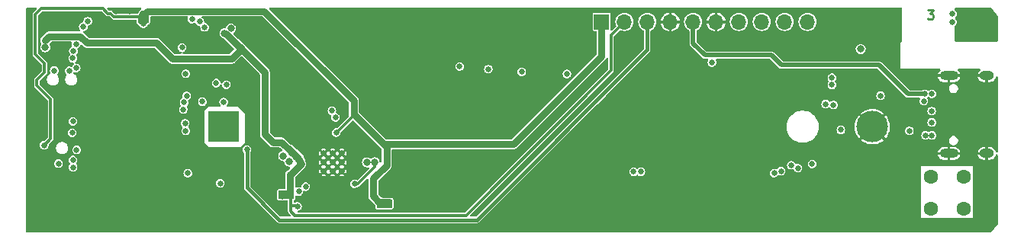
<source format=gbr>
%TF.GenerationSoftware,KiCad,Pcbnew,8.0.3*%
%TF.CreationDate,2025-03-20T13:05:17+01:00*%
%TF.ProjectId,Methanesense,4d657468-616e-4657-9365-6e73652e6b69,v2.0.0*%
%TF.SameCoordinates,Original*%
%TF.FileFunction,Copper,L3,Inr*%
%TF.FilePolarity,Positive*%
%FSLAX46Y46*%
G04 Gerber Fmt 4.6, Leading zero omitted, Abs format (unit mm)*
G04 Created by KiCad (PCBNEW 8.0.3) date 2025-03-20 13:05:17*
%MOMM*%
%LPD*%
G01*
G04 APERTURE LIST*
%ADD10C,0.250000*%
%TA.AperFunction,NonConductor*%
%ADD11C,0.250000*%
%TD*%
%TA.AperFunction,ComponentPad*%
%ADD12R,1.700000X1.700000*%
%TD*%
%TA.AperFunction,ComponentPad*%
%ADD13O,1.700000X1.700000*%
%TD*%
%TA.AperFunction,HeatsinkPad*%
%ADD14C,0.650000*%
%TD*%
%TA.AperFunction,ComponentPad*%
%ADD15O,2.100000X1.000000*%
%TD*%
%TA.AperFunction,ComponentPad*%
%ADD16O,1.600000X1.000000*%
%TD*%
%TA.AperFunction,ComponentPad*%
%ADD17C,1.600000*%
%TD*%
%TA.AperFunction,ComponentPad*%
%ADD18R,3.500000X3.500000*%
%TD*%
%TA.AperFunction,ComponentPad*%
%ADD19C,3.500000*%
%TD*%
%TA.AperFunction,ViaPad*%
%ADD20C,0.650000*%
%TD*%
%TA.AperFunction,ViaPad*%
%ADD21C,0.800000*%
%TD*%
%TA.AperFunction,Conductor*%
%ADD22C,0.800000*%
%TD*%
%TA.AperFunction,Conductor*%
%ADD23C,0.300000*%
%TD*%
%TA.AperFunction,Conductor*%
%ADD24C,0.500000*%
%TD*%
%TA.AperFunction,Conductor*%
%ADD25C,0.400000*%
%TD*%
G04 APERTURE END LIST*
D10*
D11*
X143008203Y-50295713D02*
X143627250Y-50295713D01*
X143627250Y-50295713D02*
X143293917Y-50676665D01*
X143293917Y-50676665D02*
X143436774Y-50676665D01*
X143436774Y-50676665D02*
X143532012Y-50724284D01*
X143532012Y-50724284D02*
X143579631Y-50771903D01*
X143579631Y-50771903D02*
X143627250Y-50867141D01*
X143627250Y-50867141D02*
X143627250Y-51105236D01*
X143627250Y-51105236D02*
X143579631Y-51200474D01*
X143579631Y-51200474D02*
X143532012Y-51248094D01*
X143532012Y-51248094D02*
X143436774Y-51295713D01*
X143436774Y-51295713D02*
X143151060Y-51295713D01*
X143151060Y-51295713D02*
X143055822Y-51248094D01*
X143055822Y-51248094D02*
X143008203Y-51200474D01*
D12*
%TO.N,+2V0*%
%TO.C,J5*%
X106840000Y-51600000D03*
D13*
%TO.N,VCC*%
X109380000Y-51600000D03*
%TO.N,+BATT*%
X111920000Y-51600000D03*
%TO.N,GND*%
X114460000Y-51600000D03*
%TO.N,+5VL*%
X117000000Y-51600000D03*
%TO.N,GND*%
X119540000Y-51600000D03*
%TO.N,P0.07*%
X122080000Y-51600000D03*
%TO.N,P0.06*%
X124620000Y-51600000D03*
%TO.N,P0.05*%
X127160000Y-51600000D03*
%TO.N,P0.11*%
X129700000Y-51600000D03*
%TD*%
D14*
%TO.N,GND*%
%TO.C,U3*%
X78015686Y-68200000D03*
X78015686Y-67200000D03*
X78015686Y-66200000D03*
X77015686Y-68200000D03*
X77015686Y-67200000D03*
X77015686Y-66200000D03*
X76015686Y-68200000D03*
X76015686Y-67200000D03*
X76015686Y-66200000D03*
%TD*%
D15*
%TO.N,GND*%
%TO.C,J1*%
X145395000Y-66210000D03*
D16*
X149575000Y-66210000D03*
D15*
X145395000Y-57570000D03*
D16*
X149575000Y-57570000D03*
%TD*%
D17*
%TO.N,Net-(S1-Rh-)*%
%TO.C,S1*%
X147000000Y-72400000D03*
%TO.N,AIN1*%
X143400000Y-72400000D03*
%TO.N,+2V0*%
X143400000Y-68800000D03*
X147000000Y-68800000D03*
%TD*%
D18*
%TO.N,Net-(BT1-+)*%
%TO.C,BT1*%
X64895000Y-63250000D03*
D19*
%TO.N,GND*%
X136895000Y-63250000D03*
%TD*%
D20*
%TO.N,GND*%
X60360000Y-59148603D03*
X130807025Y-70730498D03*
X134967137Y-74670965D03*
X91000000Y-69000000D03*
X115360570Y-59337152D03*
X58078693Y-71921423D03*
X72084820Y-62658533D03*
X104051906Y-54619289D03*
X48400000Y-50800000D03*
X83663828Y-60233283D03*
X89000000Y-67000000D03*
X99900000Y-69500000D03*
X89000000Y-63500000D03*
X59471693Y-72827300D03*
X43325000Y-63500000D03*
X53000000Y-50400000D03*
X123000000Y-65000000D03*
X80465686Y-64549997D03*
X129724696Y-68950001D03*
X56927801Y-73741163D03*
X110993552Y-50329326D03*
X51295000Y-59800000D03*
X80465686Y-65250000D03*
X45034000Y-61810000D03*
X150435838Y-64985153D03*
X48400000Y-60550000D03*
X68000000Y-53100000D03*
X123321269Y-56289503D03*
X96540855Y-66692484D03*
X69654073Y-70125114D03*
X61233319Y-53064598D03*
X54495000Y-61800000D03*
X89967137Y-74670965D03*
X43325000Y-67500000D03*
X56095000Y-61800000D03*
X54495000Y-63800000D03*
X58024265Y-69875735D03*
X100993552Y-50329326D03*
X43325000Y-62500000D03*
X92500000Y-56300000D03*
X138400000Y-72000000D03*
X93493552Y-50329326D03*
X59500000Y-69500000D03*
X141800000Y-62800000D03*
X138200000Y-72800000D03*
X45700000Y-68100000D03*
X125250000Y-57000000D03*
X133200000Y-72200000D03*
X54956344Y-72570122D03*
X54830126Y-70382827D03*
X128493552Y-50329326D03*
X60992882Y-73083680D03*
X44800000Y-51000000D03*
X101513180Y-51724250D03*
X47600000Y-50800000D03*
X49437911Y-70308999D03*
X147661754Y-57133617D03*
X71334306Y-68958591D03*
X52895000Y-55800000D03*
X93750000Y-62750000D03*
X64600000Y-54500000D03*
X50540264Y-72024066D03*
X128751305Y-70667097D03*
D21*
X142500000Y-65200000D03*
D20*
X77000000Y-70500000D03*
X44417080Y-56532074D03*
X138200000Y-60700000D03*
X43325000Y-66500000D03*
X117000000Y-63100000D03*
X51500000Y-69400000D03*
X61815788Y-71225000D03*
X44900000Y-66900000D03*
X85187708Y-63647945D03*
X51700000Y-52100000D03*
X90000000Y-56300000D03*
X46200000Y-70300000D03*
X93778452Y-60111347D03*
X144967137Y-74670965D03*
X43325000Y-60500000D03*
X69100000Y-68000000D03*
X125200000Y-72400000D03*
X52895000Y-63800000D03*
X120600000Y-67200000D03*
X105566234Y-54485671D03*
X115100000Y-55400000D03*
X55295000Y-56800000D03*
D21*
X143500000Y-58600000D03*
D20*
X139700000Y-61000000D03*
X142100000Y-57200000D03*
X125815457Y-54262976D03*
X146400000Y-53200000D03*
X112467137Y-74670965D03*
X69967137Y-74670965D03*
X104416388Y-59494878D03*
X139800000Y-52800000D03*
X58700000Y-69600000D03*
X120993552Y-50329326D03*
X57695000Y-63800000D03*
X84967137Y-74670965D03*
X126000000Y-61000000D03*
X94000000Y-69000000D03*
X56895000Y-66700000D03*
X74000000Y-51300000D03*
X112587523Y-72556738D03*
X143222695Y-57222695D03*
X64900000Y-73400000D03*
X56927801Y-73041160D03*
X56095000Y-57800000D03*
D21*
X82762741Y-63324999D03*
D20*
X115271492Y-64500000D03*
X132467137Y-74670965D03*
X109700000Y-71700000D03*
X52095000Y-62800000D03*
X73100000Y-60900000D03*
X103493552Y-50329326D03*
X118600000Y-53200000D03*
X53695000Y-58800000D03*
X57704149Y-57935037D03*
X132900000Y-67100000D03*
X52095000Y-58800000D03*
X61217277Y-61506721D03*
X51861048Y-72063076D03*
X102467137Y-74670965D03*
X99967137Y-74670965D03*
X49892288Y-72273336D03*
X98493552Y-50329326D03*
X55295000Y-60800000D03*
X94200000Y-54900000D03*
X68400000Y-66400000D03*
X43325000Y-53500000D03*
X107467137Y-74670965D03*
X58537509Y-70230625D03*
X125993552Y-50329326D03*
X133493552Y-50329326D03*
X57695000Y-61800000D03*
X51591148Y-70617046D03*
X60283564Y-73092226D03*
X146000000Y-60000000D03*
X56895000Y-64800000D03*
X95993552Y-50329326D03*
X72000000Y-51300000D03*
X96300000Y-72725000D03*
X71000000Y-59000000D03*
X135993552Y-50329326D03*
X150435838Y-69985153D03*
X44204184Y-73528949D03*
X56895000Y-60800000D03*
X71993552Y-50329326D03*
X92000000Y-67000000D03*
X113493552Y-50329326D03*
X77493552Y-50329326D03*
X132874898Y-52258718D03*
X56095000Y-65800000D03*
X52095000Y-66700000D03*
X46000000Y-66800000D03*
X51187194Y-72024066D03*
X133704110Y-59295890D03*
X77467137Y-74670965D03*
X51000000Y-52184998D03*
X72467137Y-74670965D03*
X97250000Y-59250000D03*
X54495000Y-55800000D03*
X138300000Y-59000000D03*
X119090225Y-71643687D03*
X61625287Y-73297331D03*
X45000000Y-67800000D03*
X139848827Y-50345822D03*
X67467137Y-74670965D03*
X57695000Y-65800000D03*
X69800000Y-67500000D03*
X71500000Y-54500000D03*
X139000000Y-68000000D03*
X63140084Y-54493516D03*
X44426286Y-72148463D03*
X135700000Y-60600000D03*
X43325000Y-64500000D03*
D21*
X142500000Y-58600000D03*
D20*
X132429507Y-55665957D03*
X47890867Y-73530508D03*
X55408842Y-70830265D03*
X130000000Y-66000000D03*
X46600000Y-68900000D03*
X45000000Y-73524592D03*
X48700000Y-51500000D03*
X43325000Y-57500000D03*
X74250000Y-63500000D03*
X74594990Y-64276195D03*
X60400000Y-65900000D03*
X56895000Y-58800000D03*
X92467137Y-74670965D03*
X58000000Y-74000000D03*
X83099666Y-59372195D03*
X60475000Y-53050000D03*
X122467137Y-74670965D03*
X123750000Y-60750000D03*
X52300000Y-69500000D03*
X127200000Y-72800000D03*
X56940380Y-74638990D03*
X45700000Y-50754890D03*
X67900000Y-53900000D03*
X54495000Y-59800000D03*
X118493552Y-50329326D03*
X44960755Y-70574750D03*
X49800000Y-69600000D03*
X93000000Y-52000000D03*
X56095000Y-59800000D03*
X43325000Y-54500000D03*
X72000000Y-61400000D03*
X138200000Y-66200000D03*
X60900000Y-62100889D03*
X56300000Y-71900000D03*
X51987840Y-73524592D03*
X130826101Y-55576878D03*
X137467137Y-74670965D03*
X53752971Y-54800000D03*
X71000000Y-72000000D03*
X131800000Y-65800000D03*
X68000000Y-72000000D03*
X110000000Y-59500000D03*
X64673096Y-68364012D03*
X87467137Y-74670965D03*
X57695000Y-59800000D03*
X53287220Y-72070513D03*
X117467137Y-74670965D03*
X53695000Y-56800000D03*
X53695000Y-62800000D03*
X57534798Y-52207582D03*
X147000000Y-60000000D03*
X52895000Y-59800000D03*
X43325000Y-61500000D03*
X133500000Y-55500000D03*
X56895000Y-56800000D03*
X54392576Y-72920879D03*
X69837719Y-68934583D03*
X120225971Y-70686097D03*
X64800000Y-72600000D03*
X87800000Y-55000000D03*
X142467137Y-74670965D03*
X43325000Y-55500000D03*
X87943835Y-59331914D03*
X44800000Y-58300000D03*
X86503683Y-69280988D03*
X137822534Y-54432539D03*
X74267234Y-62866382D03*
X53997188Y-71653635D03*
X50600000Y-69600000D03*
X55900000Y-70200000D03*
X51295000Y-61800000D03*
X52100000Y-54800000D03*
X61153620Y-64470975D03*
X46400000Y-71100000D03*
X82944816Y-54997871D03*
X79967137Y-74670965D03*
X104882265Y-68481414D03*
X113200000Y-67000000D03*
X54753056Y-73524592D03*
X104967137Y-74670965D03*
X100200000Y-72700000D03*
X126000000Y-65000000D03*
X95000000Y-67000000D03*
X136126751Y-53858480D03*
X51295000Y-65800000D03*
X113700000Y-54800000D03*
X53219468Y-69507402D03*
X86659570Y-71196168D03*
X110895038Y-72556738D03*
X57695000Y-55800000D03*
X61100000Y-58900000D03*
X94967137Y-74670965D03*
X70900000Y-60900000D03*
X123493552Y-50329326D03*
X55295000Y-64800000D03*
X53695000Y-66700000D03*
X115300000Y-62900000D03*
X73848036Y-64351270D03*
X115993552Y-50329326D03*
X101513180Y-54441132D03*
X54495000Y-65800000D03*
X82493552Y-50329326D03*
X52895000Y-65800000D03*
X52095000Y-64800000D03*
X48525000Y-52300000D03*
X101051215Y-59425595D03*
X73900000Y-58200000D03*
X54518393Y-72049928D03*
X51295000Y-57800000D03*
X54500000Y-50400000D03*
X103300000Y-69500000D03*
X60600000Y-51285000D03*
X52895000Y-61800000D03*
X55295000Y-58800000D03*
X53122159Y-70399930D03*
X53695000Y-64800000D03*
X64967137Y-74670965D03*
X63983052Y-60448514D03*
X68596527Y-70042790D03*
X125400000Y-67200000D03*
X59517451Y-71108015D03*
X46400000Y-71900000D03*
X43325000Y-50500000D03*
X87966105Y-60200425D03*
X73993552Y-50329326D03*
X44625000Y-52000000D03*
X72000000Y-59000000D03*
X50212134Y-70497250D03*
X132500000Y-59500000D03*
X97467137Y-74670965D03*
X43325000Y-59500000D03*
X55286515Y-52206569D03*
X119500000Y-59500000D03*
X139465531Y-54387041D03*
X59234519Y-51285000D03*
X53371023Y-73524592D03*
X150435838Y-71985153D03*
X53695000Y-60800000D03*
X64900000Y-71100000D03*
X46300000Y-69500000D03*
X56095000Y-55800000D03*
X57595000Y-69425735D03*
X56700000Y-52300000D03*
X113389226Y-70775175D03*
X79000000Y-52000000D03*
X43325000Y-72500000D03*
X59112940Y-70566768D03*
X55295000Y-54800000D03*
X104993552Y-50329326D03*
X50889626Y-70590556D03*
X90993552Y-50329326D03*
X114967137Y-74670965D03*
X147467137Y-74670965D03*
X52900000Y-72800000D03*
X127467137Y-74670965D03*
X59879731Y-51285000D03*
X102523991Y-67093335D03*
X64900000Y-70400000D03*
X43325000Y-52500000D03*
X46500000Y-56000000D03*
X54495000Y-57800000D03*
X69500000Y-66200000D03*
X82467137Y-74670965D03*
X139967137Y-74670965D03*
X52000000Y-72800000D03*
X100750000Y-63000000D03*
X55700000Y-69500000D03*
X46700000Y-50900000D03*
X47000000Y-73524594D03*
X55295000Y-62800000D03*
X61700000Y-74100000D03*
X119000000Y-62000000D03*
X55295000Y-66700000D03*
X61300000Y-70500000D03*
X64700000Y-67500000D03*
X61122313Y-71300000D03*
X109659570Y-65349925D03*
X52497014Y-72142920D03*
X66961860Y-53438139D03*
X69749062Y-68136673D03*
X45000000Y-69000000D03*
X56095000Y-63800000D03*
X52095000Y-60800000D03*
X43325000Y-56500000D03*
X75400000Y-54500000D03*
X44700000Y-52700000D03*
X45500000Y-55800000D03*
X43325000Y-69500000D03*
X49300000Y-50900000D03*
X150435838Y-58985153D03*
X60967137Y-74670965D03*
X107555757Y-72632062D03*
X56395000Y-69511081D03*
X150100000Y-74200000D03*
X74967137Y-74670965D03*
X85500000Y-52000000D03*
X52895000Y-57800000D03*
X150435838Y-60985153D03*
X52095000Y-56800000D03*
X105500000Y-64684302D03*
X48800000Y-73520771D03*
X58480384Y-74657269D03*
D21*
X82473632Y-69400000D03*
D20*
X136800000Y-72800000D03*
X56900000Y-71400000D03*
X122800000Y-67200000D03*
X117208941Y-59359422D03*
X60400000Y-65200000D03*
X47000000Y-56800000D03*
X136200000Y-68000000D03*
X146000000Y-63000000D03*
X108000000Y-67500000D03*
X83493552Y-50329326D03*
X108493552Y-50329326D03*
X150435838Y-67985153D03*
X123100000Y-54300000D03*
X59000000Y-74000000D03*
X130993552Y-50329326D03*
X85993552Y-50329326D03*
X45034000Y-63080000D03*
X52671020Y-73524592D03*
X43325000Y-51500000D03*
X93711643Y-59220566D03*
X110000000Y-54000000D03*
X64800000Y-71800000D03*
D21*
X143500000Y-65200000D03*
D20*
X43325000Y-68500000D03*
X43325000Y-58500000D03*
X65300000Y-54400000D03*
X56710891Y-70259421D03*
X150435838Y-62985153D03*
X119967137Y-74670965D03*
X43325000Y-65500000D03*
X43325000Y-71500000D03*
X58711098Y-72545282D03*
X106100000Y-63200000D03*
X56895000Y-62800000D03*
X85576878Y-66803831D03*
X86000000Y-56800000D03*
X150400000Y-52400000D03*
X61145350Y-65193243D03*
X117231210Y-65349925D03*
X43400000Y-73524592D03*
X51295000Y-55800000D03*
X118099722Y-67153757D03*
X43325000Y-70500000D03*
X60342228Y-64415544D03*
X57605224Y-71226887D03*
X124967137Y-74670965D03*
X88493552Y-50329326D03*
X121000000Y-54000000D03*
X45100000Y-72300000D03*
X51295000Y-63800000D03*
X56764404Y-72380358D03*
X129967137Y-74670965D03*
X150276587Y-51019051D03*
X45034000Y-60540000D03*
X87300000Y-56300000D03*
X74600000Y-58700000D03*
X109967137Y-74670965D03*
X54062317Y-73524594D03*
X61497318Y-57350000D03*
X79493552Y-50329326D03*
X53700000Y-72700000D03*
%TO.N,/POWER/USBDN*%
X143485438Y-62763088D03*
X143473382Y-61503088D03*
%TO.N,+2V0*%
X82214559Y-71651850D03*
X77400000Y-63900000D03*
X56017399Y-50653333D03*
X56000000Y-51800000D03*
X45000000Y-65300000D03*
X83200000Y-71800000D03*
D21*
%TO.N,VCC*%
X80815686Y-67200000D03*
D20*
X60933355Y-68403730D03*
D21*
X65725833Y-52325000D03*
X72300000Y-70900000D03*
D20*
X73100000Y-72100000D03*
D21*
X72350000Y-65965686D03*
X45105542Y-54418770D03*
X45233111Y-53591773D03*
X81656386Y-67189070D03*
D20*
X64529631Y-69533063D03*
D21*
X71400000Y-70900000D03*
X65000000Y-52875000D03*
D20*
X79435093Y-69598432D03*
D21*
X72950000Y-66565686D03*
D20*
%TO.N,+5VL*%
X143500000Y-64200000D03*
X142799997Y-64200000D03*
X142700000Y-59600000D03*
X143500000Y-59600000D03*
D21*
X72181832Y-67124634D03*
X135600000Y-54600000D03*
X71515686Y-66500000D03*
D20*
%TO.N,+BATT*%
X67500000Y-65800000D03*
%TO.N,/POWER/CC1*%
X141000000Y-63700000D03*
X73242637Y-70452178D03*
%TO.N,/POWER/CC2*%
X74015686Y-69900000D03*
X142600000Y-60400000D03*
%TO.N,+1V8SIM*%
X48204062Y-67750000D03*
X64080025Y-58387130D03*
%TO.N,P0.06*%
X94277263Y-56850000D03*
X62269323Y-51570683D03*
%TO.N,P0.07*%
X61400000Y-51300000D03*
X91100000Y-56550000D03*
%TO.N,P0.05*%
X62800000Y-52200000D03*
X97986091Y-57150000D03*
%TO.N,~{RESET}*%
X46113580Y-56997464D03*
%TO.N,SWDIO*%
X48113107Y-63924999D03*
%TO.N,SWDCLK*%
X48197919Y-62654999D03*
%TO.N,SWO*%
X60697315Y-57350000D03*
%TO.N,SIM_RST*%
X46594637Y-67335173D03*
X65218934Y-58576667D03*
%TO.N,SIM_CLK*%
X48588348Y-65809569D03*
X64912341Y-60509841D03*
%TO.N,SIM_IO*%
X48196841Y-66950030D03*
X62546459Y-60455766D03*
%TO.N,P0.12*%
X132400000Y-57800000D03*
X49332938Y-52131393D03*
%TO.N,P0.29*%
X76924265Y-61475735D03*
X126769222Y-68180222D03*
X145800000Y-50724997D03*
X60515579Y-60547937D03*
%TO.N,P0.31*%
X110400000Y-68250000D03*
X60815484Y-59806279D03*
%TO.N,P0.15{slash}AIN2*%
X48229499Y-54841147D03*
X132572919Y-60825000D03*
%TO.N,P0.11*%
X103000000Y-57375000D03*
X49841493Y-51513839D03*
%TO.N,P0.16{slash}AIN3*%
X137800000Y-59800000D03*
X48167472Y-55641294D03*
X133400000Y-63600000D03*
X131703520Y-60733419D03*
%TO.N,P0.19{slash}AIN6*%
X47767062Y-57027199D03*
X127893686Y-67525000D03*
%TO.N,P0.26*%
X60700000Y-63700000D03*
X128624696Y-67850000D03*
%TO.N,P0.14{slash}AIN1*%
X48520500Y-54088730D03*
X132400000Y-58600000D03*
%TO.N,P0.28*%
X145800000Y-51600000D03*
X60434045Y-61343774D03*
X126000000Y-68400000D03*
X77322101Y-62200000D03*
%TO.N,P0.27*%
X60632750Y-62854932D03*
X111200000Y-68250000D03*
%TO.N,P0.04*%
X60300757Y-54449621D03*
X119100000Y-56100000D03*
%TO.N,P0.18{slash}AIN5*%
X130212653Y-67387347D03*
X48556147Y-56717246D03*
%TD*%
D22*
%TO.N,+2V0*%
X82700000Y-65200000D02*
X97100000Y-65200000D01*
D23*
X56017399Y-50653333D02*
X55645732Y-51025000D01*
D22*
X106750000Y-55550000D02*
X106840000Y-55460000D01*
D23*
X52741116Y-51025000D02*
X52375000Y-50658884D01*
D22*
X81523632Y-70960923D02*
X81523632Y-69006497D01*
X83000000Y-67530129D02*
X83000000Y-65500000D01*
D23*
X44000000Y-55183884D02*
X45042080Y-56225964D01*
D22*
X56420087Y-50395683D02*
X56162437Y-50653333D01*
D23*
X44000000Y-50800000D02*
X44000000Y-55183884D01*
D22*
X69395683Y-50395683D02*
X56420087Y-50395683D01*
D23*
X77400000Y-63900000D02*
X79350000Y-61950000D01*
D22*
X97100000Y-65200000D02*
X106750000Y-55550000D01*
X82214559Y-71651850D02*
X81523632Y-70960923D01*
X106840000Y-55460000D02*
X106840000Y-51600000D01*
X79350000Y-61850000D02*
X79350000Y-60350000D01*
X83000000Y-65500000D02*
X82700000Y-65200000D01*
D23*
X45042080Y-56225964D02*
X45042080Y-57174036D01*
X44175000Y-58675000D02*
X45700000Y-60200000D01*
X44670110Y-50129890D02*
X44000000Y-50800000D01*
X55645732Y-51025000D02*
X52741116Y-51025000D01*
X52375000Y-50658884D02*
X52028994Y-50658884D01*
X45700000Y-64600000D02*
X45000000Y-65300000D01*
X79350000Y-61950000D02*
X79350000Y-61850000D01*
X44175000Y-58041116D02*
X44175000Y-58675000D01*
X51500000Y-50129890D02*
X44670110Y-50129890D01*
X45700000Y-60200000D02*
X45700000Y-64600000D01*
D22*
X79350000Y-60350000D02*
X69395683Y-50395683D01*
D23*
X52028994Y-50658884D02*
X51500000Y-50129890D01*
D22*
X81523632Y-69006497D02*
X83000000Y-67530129D01*
D23*
X45042080Y-57174036D02*
X44175000Y-58041116D01*
D22*
X82700000Y-65200000D02*
X79350000Y-61850000D01*
D23*
%TO.N,VCC*%
X73000000Y-72000000D02*
X72349735Y-72000000D01*
X72349735Y-72000000D02*
X72349735Y-72649735D01*
D22*
X66893141Y-54606859D02*
X66193141Y-53906859D01*
D23*
X79801568Y-69598432D02*
X81656386Y-67743614D01*
X72349735Y-72649735D02*
X72800000Y-73100000D01*
D22*
X49013730Y-53213730D02*
X49725000Y-53925000D01*
X71370405Y-64986091D02*
X72350000Y-65965686D01*
X73400000Y-66999299D02*
X72958193Y-66557492D01*
X70386091Y-64986091D02*
X71370405Y-64986091D01*
X73400000Y-67300000D02*
X73400000Y-66999299D01*
D23*
X72800000Y-73100000D02*
X91783884Y-73100000D01*
X107900000Y-53080000D02*
X109380000Y-51600000D01*
X72300000Y-70900000D02*
X72349735Y-70949735D01*
D22*
X72300000Y-68586305D02*
X72313695Y-68586305D01*
X45510582Y-53213730D02*
X49013730Y-53213730D01*
X49725000Y-53925000D02*
X57425000Y-53925000D01*
X65161283Y-52875000D02*
X66193141Y-53906859D01*
D23*
X107900000Y-56983884D02*
X107900000Y-53080000D01*
X79435093Y-69598432D02*
X79801568Y-69598432D01*
D22*
X65000000Y-52875000D02*
X65161283Y-52875000D01*
X57425000Y-53925000D02*
X59200000Y-55700000D01*
X73500000Y-67400000D02*
X73400000Y-67300000D01*
X72313695Y-68586305D02*
X73500000Y-67400000D01*
D23*
X91783884Y-73100000D02*
X107900000Y-56983884D01*
D22*
X72300000Y-70900000D02*
X72300000Y-68586305D01*
D23*
X72349735Y-70949735D02*
X72349735Y-72000000D01*
D22*
X69500000Y-64100000D02*
X69500000Y-57213717D01*
X65800000Y-55700000D02*
X66893141Y-54606859D01*
X45105542Y-53618770D02*
X45510582Y-53213730D01*
D23*
X73100000Y-72100000D02*
X73000000Y-72000000D01*
X81656386Y-67743614D02*
X81656386Y-67189070D01*
D22*
X69500000Y-57213717D02*
X66193141Y-53906859D01*
X59200000Y-55700000D02*
X65800000Y-55700000D01*
X70386091Y-64986091D02*
X69500000Y-64100000D01*
D24*
%TO.N,+5VL*%
X137650000Y-56400000D02*
X126800000Y-56400000D01*
X118300000Y-55300000D02*
X117000000Y-54000000D01*
X117000000Y-54000000D02*
X117000000Y-51600000D01*
X125700000Y-55300000D02*
X118300000Y-55300000D01*
X142700000Y-59600000D02*
X140850000Y-59600000D01*
X140850000Y-59600000D02*
X137650000Y-56400000D01*
X126800000Y-56400000D02*
X125700000Y-55300000D01*
D25*
%TO.N,+BATT*%
X67500000Y-65800000D02*
X67500000Y-70000000D01*
X93000000Y-73600000D02*
X111920000Y-54680000D01*
X67500000Y-70000000D02*
X71100000Y-73600000D01*
X111920000Y-54680000D02*
X111920000Y-51600000D01*
X71100000Y-73600000D02*
X93000000Y-73600000D01*
%TD*%
%TA.AperFunction,Conductor*%
%TO.N,GND*%
G36*
X44142706Y-50019685D02*
G01*
X44188461Y-50072489D01*
X44198405Y-50141647D01*
X44169380Y-50205203D01*
X44163348Y-50211681D01*
X43759541Y-50615487D01*
X43759535Y-50615495D01*
X43719982Y-50684004D01*
X43719979Y-50684009D01*
X43708277Y-50727683D01*
X43699500Y-50760438D01*
X43699500Y-55223446D01*
X43705986Y-55247652D01*
X43719978Y-55299871D01*
X43741711Y-55337513D01*
X43741713Y-55337516D01*
X43759540Y-55368395D01*
X44705261Y-56314116D01*
X44738746Y-56375439D01*
X44741580Y-56401797D01*
X44741580Y-56998203D01*
X44721895Y-57065242D01*
X44705261Y-57085884D01*
X43934541Y-57856603D01*
X43934535Y-57856611D01*
X43894982Y-57925120D01*
X43894979Y-57925125D01*
X43888273Y-57950152D01*
X43874500Y-58001554D01*
X43874500Y-58714562D01*
X43884046Y-58750187D01*
X43894979Y-58790989D01*
X43906857Y-58811562D01*
X43906857Y-58811563D01*
X43934537Y-58859507D01*
X43934541Y-58859512D01*
X45363181Y-60288152D01*
X45396666Y-60349475D01*
X45399500Y-60375833D01*
X45399500Y-64424167D01*
X45379815Y-64491206D01*
X45363181Y-64511848D01*
X45086848Y-64788181D01*
X45025525Y-64821666D01*
X44999167Y-64824500D01*
X44931632Y-64824500D01*
X44800440Y-64863021D01*
X44685413Y-64936942D01*
X44685409Y-64936946D01*
X44595872Y-65040278D01*
X44595867Y-65040285D01*
X44539070Y-65164654D01*
X44539068Y-65164662D01*
X44519610Y-65300000D01*
X44539068Y-65435337D01*
X44539070Y-65435345D01*
X44595867Y-65559714D01*
X44595872Y-65559721D01*
X44685409Y-65663053D01*
X44685413Y-65663057D01*
X44740324Y-65698345D01*
X44800439Y-65736978D01*
X44846491Y-65750500D01*
X44931632Y-65775500D01*
X44931633Y-65775500D01*
X45068367Y-65775500D01*
X45199561Y-65736978D01*
X45278011Y-65686562D01*
X46308199Y-65686562D01*
X46334169Y-65817118D01*
X46334171Y-65817124D01*
X46385112Y-65940108D01*
X46385117Y-65940117D01*
X46459071Y-66050796D01*
X46459074Y-66050800D01*
X46553199Y-66144925D01*
X46553203Y-66144928D01*
X46663882Y-66218882D01*
X46663888Y-66218885D01*
X46663889Y-66218886D01*
X46786876Y-66269829D01*
X46786880Y-66269829D01*
X46786881Y-66269830D01*
X46917437Y-66295800D01*
X46917440Y-66295800D01*
X47050562Y-66295800D01*
X47138398Y-66278327D01*
X47181124Y-66269829D01*
X47304111Y-66218886D01*
X47414797Y-66144928D01*
X47508928Y-66050797D01*
X47582886Y-65940111D01*
X47633829Y-65817124D01*
X47635332Y-65809569D01*
X48107958Y-65809569D01*
X48127416Y-65944906D01*
X48127418Y-65944914D01*
X48184215Y-66069283D01*
X48184220Y-66069290D01*
X48273757Y-66172622D01*
X48273761Y-66172626D01*
X48316354Y-66199998D01*
X48388787Y-66246547D01*
X48440547Y-66261745D01*
X48519980Y-66285069D01*
X48519981Y-66285069D01*
X48656715Y-66285069D01*
X48787909Y-66246547D01*
X48902937Y-66172624D01*
X48992478Y-66069287D01*
X48995373Y-66062949D01*
X49015380Y-66019138D01*
X49049279Y-65944911D01*
X49068738Y-65809569D01*
X49049279Y-65674227D01*
X49033880Y-65640508D01*
X48992480Y-65549854D01*
X48992475Y-65549847D01*
X48902938Y-65446515D01*
X48902934Y-65446511D01*
X48787907Y-65372590D01*
X48656716Y-65334069D01*
X48656715Y-65334069D01*
X48519981Y-65334069D01*
X48519980Y-65334069D01*
X48388788Y-65372590D01*
X48273761Y-65446511D01*
X48273757Y-65446515D01*
X48184220Y-65549847D01*
X48184215Y-65549854D01*
X48127418Y-65674223D01*
X48127416Y-65674231D01*
X48107958Y-65809569D01*
X47635332Y-65809569D01*
X47646578Y-65753029D01*
X47659800Y-65686562D01*
X47659800Y-65553437D01*
X47633830Y-65422881D01*
X47633829Y-65422880D01*
X47633829Y-65422876D01*
X47582886Y-65299889D01*
X47582885Y-65299888D01*
X47582882Y-65299882D01*
X47508928Y-65189203D01*
X47508925Y-65189199D01*
X47414800Y-65095074D01*
X47414796Y-65095071D01*
X47304117Y-65021117D01*
X47304108Y-65021112D01*
X47181124Y-64970171D01*
X47181118Y-64970169D01*
X47050562Y-64944200D01*
X47050560Y-64944200D01*
X46917440Y-64944200D01*
X46917438Y-64944200D01*
X46786881Y-64970169D01*
X46786875Y-64970171D01*
X46663891Y-65021112D01*
X46663882Y-65021117D01*
X46553203Y-65095071D01*
X46553199Y-65095074D01*
X46459074Y-65189199D01*
X46459071Y-65189203D01*
X46385117Y-65299882D01*
X46385112Y-65299891D01*
X46334171Y-65422875D01*
X46334169Y-65422881D01*
X46308200Y-65553437D01*
X46308200Y-65553440D01*
X46308200Y-65686560D01*
X46308200Y-65686562D01*
X46308199Y-65686562D01*
X45278011Y-65686562D01*
X45314589Y-65663055D01*
X45404130Y-65559718D01*
X45406999Y-65553437D01*
X45425869Y-65512117D01*
X45460931Y-65435342D01*
X45480390Y-65300000D01*
X45480390Y-65299998D01*
X45480390Y-65295942D01*
X45481532Y-65292050D01*
X45481652Y-65291221D01*
X45481771Y-65291238D01*
X45500075Y-65228903D01*
X45516709Y-65208261D01*
X45703858Y-65021112D01*
X45940460Y-64784511D01*
X45954906Y-64759490D01*
X45980021Y-64715989D01*
X46000500Y-64639562D01*
X46000500Y-63924999D01*
X47632717Y-63924999D01*
X47652175Y-64060336D01*
X47652177Y-64060344D01*
X47708974Y-64184713D01*
X47708979Y-64184720D01*
X47798516Y-64288052D01*
X47798520Y-64288056D01*
X47859086Y-64326978D01*
X47913546Y-64361977D01*
X47959591Y-64375497D01*
X48044739Y-64400499D01*
X48044740Y-64400499D01*
X48181474Y-64400499D01*
X48312668Y-64361977D01*
X48427696Y-64288054D01*
X48517237Y-64184717D01*
X48574038Y-64060341D01*
X48593497Y-63924999D01*
X48574038Y-63789657D01*
X48561784Y-63762826D01*
X48517239Y-63665284D01*
X48517234Y-63665277D01*
X48427697Y-63561945D01*
X48427693Y-63561941D01*
X48312666Y-63488020D01*
X48181475Y-63449499D01*
X48181474Y-63449499D01*
X48044740Y-63449499D01*
X48044739Y-63449499D01*
X47913547Y-63488020D01*
X47798520Y-63561941D01*
X47798516Y-63561945D01*
X47708979Y-63665277D01*
X47708974Y-63665284D01*
X47652177Y-63789653D01*
X47652175Y-63789661D01*
X47632717Y-63924999D01*
X46000500Y-63924999D01*
X46000500Y-62654999D01*
X47717529Y-62654999D01*
X47736987Y-62790336D01*
X47736989Y-62790344D01*
X47793786Y-62914713D01*
X47793791Y-62914720D01*
X47883328Y-63018052D01*
X47883332Y-63018056D01*
X47943898Y-63056978D01*
X47998358Y-63091977D01*
X48063955Y-63111238D01*
X48129551Y-63130499D01*
X48129552Y-63130499D01*
X48266286Y-63130499D01*
X48397480Y-63091977D01*
X48512508Y-63018054D01*
X48602049Y-62914717D01*
X48629352Y-62854932D01*
X60152360Y-62854932D01*
X60171818Y-62990269D01*
X60171820Y-62990277D01*
X60228617Y-63114646D01*
X60228622Y-63114653D01*
X60318159Y-63217985D01*
X60321734Y-63221083D01*
X60359507Y-63279862D01*
X60359505Y-63349731D01*
X60334243Y-63395995D01*
X60295872Y-63440277D01*
X60295867Y-63440285D01*
X60239070Y-63564654D01*
X60239068Y-63564662D01*
X60219610Y-63700000D01*
X60239068Y-63835337D01*
X60239070Y-63835345D01*
X60295867Y-63959714D01*
X60295872Y-63959721D01*
X60385409Y-64063053D01*
X60385413Y-64063057D01*
X60445979Y-64101979D01*
X60500439Y-64136978D01*
X60566036Y-64156239D01*
X60631632Y-64175500D01*
X60631633Y-64175500D01*
X60768367Y-64175500D01*
X60899561Y-64136978D01*
X61014589Y-64063055D01*
X61104130Y-63959718D01*
X61160931Y-63835342D01*
X61180390Y-63700000D01*
X61160931Y-63564658D01*
X61125932Y-63488021D01*
X61104132Y-63440285D01*
X61104127Y-63440278D01*
X61014589Y-63336945D01*
X61011015Y-63333848D01*
X60973242Y-63275068D01*
X60973244Y-63205199D01*
X60998508Y-63158934D01*
X61036877Y-63114654D01*
X61036878Y-63114652D01*
X61036880Y-63114650D01*
X61047235Y-63091977D01*
X61071945Y-63037868D01*
X61093681Y-62990274D01*
X61113140Y-62854932D01*
X61093681Y-62719590D01*
X61051737Y-62627746D01*
X61036882Y-62595217D01*
X61036877Y-62595210D01*
X60947340Y-62491878D01*
X60947336Y-62491874D01*
X60832309Y-62417953D01*
X60701118Y-62379432D01*
X60701117Y-62379432D01*
X60564383Y-62379432D01*
X60564382Y-62379432D01*
X60433190Y-62417953D01*
X60318163Y-62491874D01*
X60318159Y-62491878D01*
X60228622Y-62595210D01*
X60228617Y-62595217D01*
X60171820Y-62719586D01*
X60171818Y-62719594D01*
X60152360Y-62854932D01*
X48629352Y-62854932D01*
X48658850Y-62790341D01*
X48678309Y-62654999D01*
X48658850Y-62519657D01*
X48621497Y-62437865D01*
X48602051Y-62395284D01*
X48602046Y-62395277D01*
X48512509Y-62291945D01*
X48512505Y-62291941D01*
X48397478Y-62218020D01*
X48266287Y-62179499D01*
X48266286Y-62179499D01*
X48129552Y-62179499D01*
X48129551Y-62179499D01*
X47998359Y-62218020D01*
X47883332Y-62291941D01*
X47883328Y-62291945D01*
X47793791Y-62395277D01*
X47793786Y-62395284D01*
X47736989Y-62519653D01*
X47736987Y-62519661D01*
X47717529Y-62654999D01*
X46000500Y-62654999D01*
X46000500Y-61343774D01*
X59953655Y-61343774D01*
X59973113Y-61479111D01*
X59973115Y-61479119D01*
X60029912Y-61603488D01*
X60029917Y-61603495D01*
X60119454Y-61706827D01*
X60119458Y-61706831D01*
X60163990Y-61735449D01*
X60234484Y-61780752D01*
X60300081Y-61800013D01*
X60365677Y-61819274D01*
X60365678Y-61819274D01*
X60502412Y-61819274D01*
X60633606Y-61780752D01*
X60748634Y-61706829D01*
X60838175Y-61603492D01*
X60885439Y-61499999D01*
X62750000Y-61499999D01*
X62750000Y-61500000D01*
X62750000Y-65000000D01*
X63250000Y-65500000D01*
X66750000Y-65500000D01*
X67250000Y-65000000D01*
X67250000Y-61750000D01*
X66500000Y-61000000D01*
X65388315Y-61000000D01*
X65321276Y-60980315D01*
X65275521Y-60927511D01*
X65265577Y-60858353D01*
X65294602Y-60794797D01*
X65316471Y-60769559D01*
X65319441Y-60763057D01*
X65352959Y-60689662D01*
X65373272Y-60645183D01*
X65392731Y-60509841D01*
X65373272Y-60374499D01*
X65350425Y-60324471D01*
X65316473Y-60250126D01*
X65316468Y-60250119D01*
X65226931Y-60146787D01*
X65226927Y-60146783D01*
X65111900Y-60072862D01*
X64980709Y-60034341D01*
X64980708Y-60034341D01*
X64843974Y-60034341D01*
X64843973Y-60034341D01*
X64712781Y-60072862D01*
X64597754Y-60146783D01*
X64597750Y-60146787D01*
X64508213Y-60250119D01*
X64508208Y-60250126D01*
X64451411Y-60374495D01*
X64451409Y-60374503D01*
X64431951Y-60509841D01*
X64451409Y-60645178D01*
X64451411Y-60645186D01*
X64508208Y-60769555D01*
X64508211Y-60769559D01*
X64530080Y-60794797D01*
X64559105Y-60858353D01*
X64549161Y-60927512D01*
X64503406Y-60980315D01*
X64436367Y-61000000D01*
X63249999Y-61000000D01*
X62750000Y-61499999D01*
X60885439Y-61499999D01*
X60894976Y-61479116D01*
X60914435Y-61343774D01*
X60894976Y-61208432D01*
X60877606Y-61170397D01*
X60838177Y-61084059D01*
X60838175Y-61084057D01*
X60838175Y-61084056D01*
X60829552Y-61074105D01*
X60800528Y-61010550D01*
X60810471Y-60941392D01*
X60829553Y-60911700D01*
X60830164Y-60910994D01*
X60830168Y-60910992D01*
X60919709Y-60807655D01*
X60976510Y-60683279D01*
X60995969Y-60547937D01*
X60982717Y-60455766D01*
X62066069Y-60455766D01*
X62085527Y-60591103D01*
X62085529Y-60591111D01*
X62142326Y-60715480D01*
X62142331Y-60715487D01*
X62231868Y-60818819D01*
X62231872Y-60818823D01*
X62260123Y-60836978D01*
X62346898Y-60892744D01*
X62409045Y-60910992D01*
X62478091Y-60931266D01*
X62478092Y-60931266D01*
X62614826Y-60931266D01*
X62746020Y-60892744D01*
X62861048Y-60818821D01*
X62950589Y-60715484D01*
X63007390Y-60591108D01*
X63026849Y-60455766D01*
X63007390Y-60320424D01*
X62992652Y-60288152D01*
X62950591Y-60196051D01*
X62950586Y-60196044D01*
X62861049Y-60092712D01*
X62861045Y-60092708D01*
X62755398Y-60024815D01*
X62746020Y-60018788D01*
X62746019Y-60018787D01*
X62746018Y-60018787D01*
X62614827Y-59980266D01*
X62614826Y-59980266D01*
X62478092Y-59980266D01*
X62478091Y-59980266D01*
X62346899Y-60018787D01*
X62231872Y-60092708D01*
X62231868Y-60092712D01*
X62142331Y-60196044D01*
X62142326Y-60196051D01*
X62085529Y-60320420D01*
X62085527Y-60320428D01*
X62066069Y-60455766D01*
X60982717Y-60455766D01*
X60976510Y-60412595D01*
X60970100Y-60398560D01*
X60960157Y-60329405D01*
X60989181Y-60265849D01*
X61015857Y-60242735D01*
X61130070Y-60169336D01*
X61130070Y-60169335D01*
X61130073Y-60169334D01*
X61219614Y-60065997D01*
X61222484Y-60059714D01*
X61242682Y-60015486D01*
X61276415Y-59941621D01*
X61295874Y-59806279D01*
X61276415Y-59670937D01*
X61244019Y-59600000D01*
X61219616Y-59546564D01*
X61219611Y-59546557D01*
X61130074Y-59443225D01*
X61130070Y-59443221D01*
X61015043Y-59369300D01*
X60883852Y-59330779D01*
X60883851Y-59330779D01*
X60747117Y-59330779D01*
X60747116Y-59330779D01*
X60615924Y-59369300D01*
X60500897Y-59443221D01*
X60500893Y-59443225D01*
X60411356Y-59546557D01*
X60411351Y-59546564D01*
X60354554Y-59670933D01*
X60354552Y-59670941D01*
X60335094Y-59806279D01*
X60354552Y-59941616D01*
X60354553Y-59941622D01*
X60360963Y-59955657D01*
X60370904Y-60024815D01*
X60341878Y-60088370D01*
X60315206Y-60111481D01*
X60200989Y-60184882D01*
X60200988Y-60184883D01*
X60111451Y-60288215D01*
X60111446Y-60288222D01*
X60054649Y-60412591D01*
X60054647Y-60412599D01*
X60035189Y-60547937D01*
X60054647Y-60683274D01*
X60054649Y-60683282D01*
X60111446Y-60807651D01*
X60111449Y-60807655D01*
X60120070Y-60817604D01*
X60149095Y-60881160D01*
X60139151Y-60950319D01*
X60120071Y-60980009D01*
X60029915Y-61084056D01*
X60029912Y-61084059D01*
X59973115Y-61208428D01*
X59973113Y-61208436D01*
X59953655Y-61343774D01*
X46000500Y-61343774D01*
X46000500Y-60160438D01*
X45987242Y-60110959D01*
X45980022Y-60084012D01*
X45940460Y-60015489D01*
X44511819Y-58586848D01*
X44478334Y-58525525D01*
X44475500Y-58499167D01*
X44475500Y-58216949D01*
X44495185Y-58149910D01*
X44511819Y-58129268D01*
X44574525Y-58066562D01*
X45292199Y-58066562D01*
X45318169Y-58197118D01*
X45318171Y-58197124D01*
X45369112Y-58320108D01*
X45369117Y-58320117D01*
X45443071Y-58430796D01*
X45443074Y-58430800D01*
X45537199Y-58524925D01*
X45537203Y-58524928D01*
X45647882Y-58598882D01*
X45647888Y-58598885D01*
X45647889Y-58598886D01*
X45770876Y-58649829D01*
X45770880Y-58649829D01*
X45770881Y-58649830D01*
X45901437Y-58675800D01*
X45901440Y-58675800D01*
X46034562Y-58675800D01*
X46122398Y-58658327D01*
X46165124Y-58649829D01*
X46288111Y-58598886D01*
X46398797Y-58524928D01*
X46492928Y-58430797D01*
X46566886Y-58320111D01*
X46617829Y-58197124D01*
X46631696Y-58127412D01*
X46643800Y-58066562D01*
X46643800Y-57933437D01*
X46617830Y-57802881D01*
X46617829Y-57802880D01*
X46617829Y-57802876D01*
X46569333Y-57685796D01*
X46566887Y-57679891D01*
X46566882Y-57679882D01*
X46492928Y-57569203D01*
X46492925Y-57569199D01*
X46442987Y-57519261D01*
X46409502Y-57457938D01*
X46414486Y-57388246D01*
X46436950Y-57350384D01*
X46517710Y-57257182D01*
X46525345Y-57240465D01*
X46554735Y-57176109D01*
X46574511Y-57132806D01*
X46593970Y-56997464D01*
X46574511Y-56862122D01*
X46550577Y-56809714D01*
X46517712Y-56737749D01*
X46517707Y-56737742D01*
X46428170Y-56634410D01*
X46428166Y-56634406D01*
X46313139Y-56560485D01*
X46181948Y-56521964D01*
X46181947Y-56521964D01*
X46045213Y-56521964D01*
X46045212Y-56521964D01*
X45914020Y-56560485D01*
X45798993Y-56634406D01*
X45798989Y-56634410D01*
X45709452Y-56737742D01*
X45709447Y-56737749D01*
X45652650Y-56862118D01*
X45652648Y-56862126D01*
X45633190Y-56997464D01*
X45652648Y-57132801D01*
X45652650Y-57132809D01*
X45701815Y-57240465D01*
X45711759Y-57309623D01*
X45682734Y-57373179D01*
X45652619Y-57397229D01*
X45652954Y-57397729D01*
X45537203Y-57475071D01*
X45537199Y-57475074D01*
X45443074Y-57569199D01*
X45443071Y-57569203D01*
X45369117Y-57679882D01*
X45369112Y-57679891D01*
X45318171Y-57802875D01*
X45318169Y-57802881D01*
X45292200Y-57933437D01*
X45292200Y-57933440D01*
X45292200Y-58066560D01*
X45292200Y-58066562D01*
X45292199Y-58066562D01*
X44574525Y-58066562D01*
X44895981Y-57745106D01*
X45282540Y-57358547D01*
X45287475Y-57350000D01*
X45322101Y-57290025D01*
X45342580Y-57213598D01*
X45342580Y-56186402D01*
X45330283Y-56140509D01*
X45322102Y-56109976D01*
X45282540Y-56041453D01*
X44336819Y-55095732D01*
X44303334Y-55034409D01*
X44300500Y-55008051D01*
X44300500Y-50975833D01*
X44320185Y-50908794D01*
X44336819Y-50888152D01*
X44758262Y-50466709D01*
X44819585Y-50433224D01*
X44845943Y-50430390D01*
X51324167Y-50430390D01*
X51391206Y-50450075D01*
X51411848Y-50466709D01*
X51788534Y-50843395D01*
X51844483Y-50899344D01*
X51844485Y-50899345D01*
X51844489Y-50899348D01*
X51888004Y-50924471D01*
X51913005Y-50938905D01*
X51989432Y-50959384D01*
X52068556Y-50959384D01*
X52199167Y-50959384D01*
X52266206Y-50979069D01*
X52286848Y-50995703D01*
X52500656Y-51209511D01*
X52556605Y-51265460D01*
X52556607Y-51265461D01*
X52556611Y-51265464D01*
X52606665Y-51294362D01*
X52625127Y-51305021D01*
X52701554Y-51325500D01*
X55138727Y-51325500D01*
X55205766Y-51345185D01*
X55251521Y-51397989D01*
X55262370Y-51458893D01*
X55250442Y-51615890D01*
X55250442Y-51615893D01*
X55252181Y-51653659D01*
X55262180Y-51712656D01*
X55262332Y-51713531D01*
X55296282Y-51786514D01*
X55315702Y-51809702D01*
X55341142Y-51840078D01*
X55341145Y-51840081D01*
X55374092Y-51869615D01*
X55374097Y-51869618D01*
X55374100Y-51869621D01*
X55538772Y-51979402D01*
X55582782Y-52031062D01*
X55595868Y-52059714D01*
X55595872Y-52059721D01*
X55685409Y-52163053D01*
X55685413Y-52163057D01*
X55742899Y-52200000D01*
X55800439Y-52236978D01*
X55866036Y-52256239D01*
X55931632Y-52275500D01*
X55931633Y-52275500D01*
X56068367Y-52275500D01*
X56199561Y-52236978D01*
X56314589Y-52163055D01*
X56404130Y-52059718D01*
X56417217Y-52031062D01*
X56461224Y-51979404D01*
X56631039Y-51866195D01*
X56655659Y-51845837D01*
X56691191Y-51809702D01*
X56699168Y-51796129D01*
X56715501Y-51768335D01*
X56729516Y-51744487D01*
X56749201Y-51677448D01*
X56755500Y-51633637D01*
X56755500Y-51070183D01*
X56775185Y-51003144D01*
X56827989Y-50957389D01*
X56879500Y-50946183D01*
X60845896Y-50946183D01*
X60912935Y-50965868D01*
X60958690Y-51018672D01*
X60968634Y-51087830D01*
X60958690Y-51121694D01*
X60939070Y-51164654D01*
X60939068Y-51164662D01*
X60919610Y-51300000D01*
X60939068Y-51435337D01*
X60939070Y-51435345D01*
X60995867Y-51559714D01*
X60995872Y-51559721D01*
X61085409Y-51663053D01*
X61085413Y-51663057D01*
X61134207Y-51694414D01*
X61200439Y-51736978D01*
X61244788Y-51750000D01*
X61331632Y-51775500D01*
X61331633Y-51775500D01*
X61468367Y-51775500D01*
X61599561Y-51736978D01*
X61651553Y-51703565D01*
X61718589Y-51683882D01*
X61785629Y-51703567D01*
X61831383Y-51756369D01*
X61865193Y-51830401D01*
X61865195Y-51830404D01*
X61954732Y-51933736D01*
X61954736Y-51933740D01*
X62015302Y-51972662D01*
X62069762Y-52007661D01*
X62135359Y-52026922D01*
X62200955Y-52046183D01*
X62209733Y-52047445D01*
X62209457Y-52049364D01*
X62265661Y-52065868D01*
X62311416Y-52118672D01*
X62321360Y-52187830D01*
X62321360Y-52187831D01*
X62319610Y-52200000D01*
X62339068Y-52335337D01*
X62339070Y-52335345D01*
X62395867Y-52459714D01*
X62395872Y-52459721D01*
X62485409Y-52563053D01*
X62485413Y-52563057D01*
X62538815Y-52597375D01*
X62600439Y-52636978D01*
X62622808Y-52643546D01*
X62731632Y-52675500D01*
X62731633Y-52675500D01*
X62868367Y-52675500D01*
X62999561Y-52636978D01*
X63114589Y-52563055D01*
X63204130Y-52459718D01*
X63260931Y-52335342D01*
X63280390Y-52200000D01*
X63260931Y-52064658D01*
X63234413Y-52006592D01*
X63204132Y-51940285D01*
X63204127Y-51940278D01*
X63114590Y-51836946D01*
X63114586Y-51836942D01*
X63010030Y-51769750D01*
X62999561Y-51763022D01*
X62999560Y-51763021D01*
X62999559Y-51763021D01*
X62868367Y-51724499D01*
X62859590Y-51723238D01*
X62859865Y-51721318D01*
X62803662Y-51704815D01*
X62757907Y-51652011D01*
X62747963Y-51582853D01*
X62747963Y-51582852D01*
X62749713Y-51570683D01*
X62730254Y-51435341D01*
X62713196Y-51397989D01*
X62673455Y-51310968D01*
X62673450Y-51310961D01*
X62583913Y-51207629D01*
X62583912Y-51207628D01*
X62541147Y-51180145D01*
X62532360Y-51174498D01*
X62486606Y-51121695D01*
X62476662Y-51052537D01*
X62505686Y-50988981D01*
X62564464Y-50951206D01*
X62599400Y-50946183D01*
X69116296Y-50946183D01*
X69183335Y-50965868D01*
X69203977Y-50982502D01*
X78763181Y-60541706D01*
X78796666Y-60603029D01*
X78799500Y-60629387D01*
X78799500Y-61922475D01*
X78807207Y-61951235D01*
X78813315Y-61974031D01*
X78811652Y-62043881D01*
X78781221Y-62093806D01*
X77486848Y-63388181D01*
X77425525Y-63421666D01*
X77399167Y-63424500D01*
X77331632Y-63424500D01*
X77200440Y-63463021D01*
X77085413Y-63536942D01*
X77085409Y-63536946D01*
X76995872Y-63640278D01*
X76995867Y-63640285D01*
X76939070Y-63764654D01*
X76939068Y-63764662D01*
X76919610Y-63900000D01*
X76939068Y-64035337D01*
X76939070Y-64035345D01*
X76995867Y-64159714D01*
X76995872Y-64159721D01*
X77085409Y-64263053D01*
X77085413Y-64263057D01*
X77145979Y-64301979D01*
X77200439Y-64336978D01*
X77266036Y-64356239D01*
X77331632Y-64375500D01*
X77331633Y-64375500D01*
X77468367Y-64375500D01*
X77599561Y-64336978D01*
X77714589Y-64263055D01*
X77804130Y-64159718D01*
X77860931Y-64035342D01*
X77880390Y-63900000D01*
X77880390Y-63899998D01*
X77880390Y-63895942D01*
X77881532Y-63892050D01*
X77881652Y-63891221D01*
X77881771Y-63891238D01*
X77900075Y-63828903D01*
X77916709Y-63808261D01*
X78524904Y-63200066D01*
X79135545Y-62589425D01*
X79196864Y-62555943D01*
X79266556Y-62560927D01*
X79310903Y-62589428D01*
X82413181Y-65691706D01*
X82446666Y-65753029D01*
X82449500Y-65779387D01*
X82449500Y-67103954D01*
X82429815Y-67170993D01*
X82377011Y-67216748D01*
X82307853Y-67226692D01*
X82244297Y-67197667D01*
X82206523Y-67138889D01*
X82202561Y-67120140D01*
X82200024Y-67100871D01*
X82192716Y-67045361D01*
X82137247Y-66911445D01*
X82049007Y-66796449D01*
X81934011Y-66708209D01*
X81934010Y-66708208D01*
X81934008Y-66708207D01*
X81800098Y-66652741D01*
X81800096Y-66652740D01*
X81800095Y-66652740D01*
X81728240Y-66643280D01*
X81656387Y-66633820D01*
X81656385Y-66633820D01*
X81512677Y-66652740D01*
X81512673Y-66652741D01*
X81378762Y-66708208D01*
X81378760Y-66708209D01*
X81304399Y-66765268D01*
X81239229Y-66790462D01*
X81170785Y-66776423D01*
X81153433Y-66765272D01*
X81093311Y-66719139D01*
X81093310Y-66719138D01*
X81093308Y-66719137D01*
X80959398Y-66663671D01*
X80959396Y-66663670D01*
X80959395Y-66663670D01*
X80876375Y-66652740D01*
X80815687Y-66644750D01*
X80815685Y-66644750D01*
X80671977Y-66663670D01*
X80671973Y-66663671D01*
X80538063Y-66719137D01*
X80423065Y-66807379D01*
X80334823Y-66922377D01*
X80279357Y-67056287D01*
X80279356Y-67056291D01*
X80265447Y-67161942D01*
X80260436Y-67200000D01*
X80278411Y-67336534D01*
X80279356Y-67343708D01*
X80279357Y-67343712D01*
X80334823Y-67477622D01*
X80334824Y-67477624D01*
X80334825Y-67477625D01*
X80423065Y-67592621D01*
X80538061Y-67680861D01*
X80671977Y-67736330D01*
X80794259Y-67752429D01*
X80815685Y-67755250D01*
X80815686Y-67755250D01*
X80815687Y-67755250D01*
X80852494Y-67750404D01*
X80918877Y-67741664D01*
X80987911Y-67752429D01*
X81040167Y-67798809D01*
X81059053Y-67866078D01*
X81038573Y-67932878D01*
X81022743Y-67952284D01*
X79814233Y-69160794D01*
X79752910Y-69194279D01*
X79683218Y-69189295D01*
X79659514Y-69177430D01*
X79634653Y-69161453D01*
X79634651Y-69161452D01*
X79503461Y-69122932D01*
X79503460Y-69122932D01*
X79366726Y-69122932D01*
X79366725Y-69122932D01*
X79235533Y-69161453D01*
X79120506Y-69235374D01*
X79120502Y-69235378D01*
X79030965Y-69338710D01*
X79030960Y-69338717D01*
X78974163Y-69463086D01*
X78974161Y-69463094D01*
X78954703Y-69598432D01*
X78974161Y-69733769D01*
X78974163Y-69733777D01*
X79030960Y-69858146D01*
X79030965Y-69858153D01*
X79120502Y-69961485D01*
X79120506Y-69961489D01*
X79174899Y-69996444D01*
X79235532Y-70035410D01*
X79272089Y-70046144D01*
X79366725Y-70073932D01*
X79366726Y-70073932D01*
X79503460Y-70073932D01*
X79634654Y-70035410D01*
X79749682Y-69961487D01*
X79768251Y-69940056D01*
X79827026Y-69902282D01*
X79834583Y-69900685D01*
X79841125Y-69898932D01*
X79841130Y-69898932D01*
X79917557Y-69878453D01*
X79986079Y-69838892D01*
X80042028Y-69782943D01*
X80761451Y-69063518D01*
X80822774Y-69030034D01*
X80892465Y-69035018D01*
X80948399Y-69076890D01*
X80972816Y-69142354D01*
X80973132Y-69151200D01*
X80973132Y-71033397D01*
X81002901Y-71144498D01*
X81009865Y-71170486D01*
X81010648Y-71173408D01*
X81076145Y-71286854D01*
X81083121Y-71298936D01*
X81083123Y-71298939D01*
X81708181Y-71923997D01*
X81741666Y-71985320D01*
X81744500Y-72011678D01*
X81744500Y-72176008D01*
X81748054Y-72209055D01*
X81759260Y-72260566D01*
X81793686Y-72329342D01*
X81839436Y-72382139D01*
X81844422Y-72387623D01*
X81913145Y-72429513D01*
X81913150Y-72429516D01*
X81980189Y-72449201D01*
X82024000Y-72455500D01*
X82024003Y-72455500D01*
X83475991Y-72455500D01*
X83476000Y-72455500D01*
X83509055Y-72451946D01*
X83560566Y-72440740D01*
X83629342Y-72406313D01*
X83682146Y-72360558D01*
X83687621Y-72355580D01*
X83729516Y-72286850D01*
X83749201Y-72219811D01*
X83755500Y-72176000D01*
X83755500Y-71424000D01*
X83751946Y-71390945D01*
X83740740Y-71339434D01*
X83714417Y-71286848D01*
X83706313Y-71270657D01*
X83669108Y-71227722D01*
X83660558Y-71217854D01*
X83655580Y-71212379D01*
X83655579Y-71212378D01*
X83655577Y-71212376D01*
X83586854Y-71170486D01*
X83586848Y-71170483D01*
X83519812Y-71150799D01*
X83519802Y-71150797D01*
X83476003Y-71144500D01*
X83476000Y-71144500D01*
X82537096Y-71144500D01*
X82470057Y-71124815D01*
X82449415Y-71108181D01*
X82110451Y-70769217D01*
X82076966Y-70707894D01*
X82074132Y-70681536D01*
X82074132Y-69285883D01*
X82093817Y-69218844D01*
X82110451Y-69198202D01*
X82773316Y-68535337D01*
X83440510Y-67868143D01*
X83512984Y-67742614D01*
X83514668Y-67736330D01*
X83550500Y-67602604D01*
X83550500Y-65874500D01*
X83570185Y-65807461D01*
X83622989Y-65761706D01*
X83674500Y-65750500D01*
X97172472Y-65750500D01*
X97172474Y-65750500D01*
X97172475Y-65750500D01*
X97312485Y-65712984D01*
X97337838Y-65698345D01*
X97337842Y-65698345D01*
X97337842Y-65698344D01*
X97438015Y-65640510D01*
X107190510Y-55888015D01*
X107280510Y-55798015D01*
X107352984Y-55672485D01*
X107355520Y-55663022D01*
X107355723Y-55662261D01*
X107392084Y-55602600D01*
X107454929Y-55572067D01*
X107524305Y-55580358D01*
X107578186Y-55624839D01*
X107599465Y-55691390D01*
X107599500Y-55694349D01*
X107599500Y-56808051D01*
X107579815Y-56875090D01*
X107563181Y-56895732D01*
X91695732Y-72763181D01*
X91634409Y-72796666D01*
X91608051Y-72799500D01*
X73267933Y-72799500D01*
X73200894Y-72779815D01*
X73155139Y-72727011D01*
X73145195Y-72657853D01*
X73174220Y-72594297D01*
X73232998Y-72556523D01*
X73258165Y-72549132D01*
X73299561Y-72536978D01*
X73414589Y-72463055D01*
X73504130Y-72359718D01*
X73560931Y-72235342D01*
X73580390Y-72100000D01*
X73560931Y-71964658D01*
X73542362Y-71923997D01*
X73504132Y-71840285D01*
X73504127Y-71840278D01*
X73414590Y-71736946D01*
X73414586Y-71736942D01*
X73299559Y-71663021D01*
X73168368Y-71624500D01*
X73168367Y-71624500D01*
X73031633Y-71624500D01*
X73031632Y-71624500D01*
X72900441Y-71663020D01*
X72900434Y-71663024D01*
X72874305Y-71679816D01*
X72807267Y-71699500D01*
X72774235Y-71699500D01*
X72707196Y-71679815D01*
X72661441Y-71627011D01*
X72650235Y-71575500D01*
X72650235Y-71522508D01*
X72669920Y-71455469D01*
X72718733Y-71411623D01*
X72729342Y-71406313D01*
X72782146Y-71360558D01*
X72787621Y-71355580D01*
X72829516Y-71286850D01*
X72849201Y-71219811D01*
X72855500Y-71176000D01*
X72855500Y-70995696D01*
X72875185Y-70928657D01*
X72927989Y-70882902D01*
X72997147Y-70872958D01*
X73034385Y-70886849D01*
X73035014Y-70885474D01*
X73043073Y-70889154D01*
X73043076Y-70889156D01*
X73108673Y-70908417D01*
X73174269Y-70927678D01*
X73174270Y-70927678D01*
X73311004Y-70927678D01*
X73442198Y-70889156D01*
X73557226Y-70815233D01*
X73646767Y-70711896D01*
X73703568Y-70587520D01*
X73722324Y-70457062D01*
X73751348Y-70393508D01*
X73810126Y-70355733D01*
X73879996Y-70355733D01*
X73947316Y-70375499D01*
X73947318Y-70375500D01*
X73947319Y-70375500D01*
X74084053Y-70375500D01*
X74215247Y-70336978D01*
X74330275Y-70263055D01*
X74419816Y-70159718D01*
X74476617Y-70035342D01*
X74496076Y-69900000D01*
X74476617Y-69764658D01*
X74432661Y-69668408D01*
X74419818Y-69640285D01*
X74419813Y-69640278D01*
X74330276Y-69536946D01*
X74330272Y-69536942D01*
X74215359Y-69463094D01*
X74215247Y-69463022D01*
X74215246Y-69463021D01*
X74215245Y-69463021D01*
X74084054Y-69424500D01*
X74084053Y-69424500D01*
X73947319Y-69424500D01*
X73947318Y-69424500D01*
X73816126Y-69463021D01*
X73701099Y-69536942D01*
X73701095Y-69536946D01*
X73611558Y-69640278D01*
X73611553Y-69640285D01*
X73554756Y-69764654D01*
X73554754Y-69764662D01*
X73535998Y-69895114D01*
X73506973Y-69958670D01*
X73448195Y-69996444D01*
X73378327Y-69996445D01*
X73311004Y-69976678D01*
X73174270Y-69976678D01*
X73174269Y-69976678D01*
X73043077Y-70015199D01*
X73041534Y-70016191D01*
X73039775Y-70016707D01*
X73035014Y-70018882D01*
X73034701Y-70018196D01*
X72974494Y-70035872D01*
X72907455Y-70016184D01*
X72861703Y-69963378D01*
X72850500Y-69911872D01*
X72850500Y-68879386D01*
X72870185Y-68812347D01*
X72886819Y-68791705D01*
X73014575Y-68663949D01*
X75763868Y-68663949D01*
X75878633Y-68711486D01*
X75878635Y-68711487D01*
X76015685Y-68729530D01*
X76015687Y-68729530D01*
X76152735Y-68711487D01*
X76267501Y-68663949D01*
X76763868Y-68663949D01*
X76878633Y-68711486D01*
X76878635Y-68711487D01*
X77015685Y-68729530D01*
X77015687Y-68729530D01*
X77152735Y-68711487D01*
X77267501Y-68663949D01*
X77763868Y-68663949D01*
X77878633Y-68711486D01*
X77878635Y-68711487D01*
X78015685Y-68729530D01*
X78015687Y-68729530D01*
X78152735Y-68711487D01*
X78267503Y-68663948D01*
X78015687Y-68412132D01*
X77763868Y-68663949D01*
X77267501Y-68663949D01*
X77267503Y-68663948D01*
X77015687Y-68412132D01*
X76763868Y-68663949D01*
X76267501Y-68663949D01*
X76267503Y-68663948D01*
X76015687Y-68412132D01*
X75763868Y-68663949D01*
X73014575Y-68663949D01*
X73410140Y-68268384D01*
X73478526Y-68199998D01*
X75486156Y-68199998D01*
X75486156Y-68200001D01*
X75504198Y-68337050D01*
X75504200Y-68337055D01*
X75551735Y-68451816D01*
X75803554Y-68199999D01*
X75768745Y-68165190D01*
X75840686Y-68165190D01*
X75840686Y-68234810D01*
X75867329Y-68299129D01*
X75916557Y-68348357D01*
X75980876Y-68375000D01*
X76050496Y-68375000D01*
X76114815Y-68348357D01*
X76164043Y-68299129D01*
X76190686Y-68234810D01*
X76190686Y-68200000D01*
X76227818Y-68200000D01*
X76227818Y-68200001D01*
X76479634Y-68451817D01*
X76491494Y-68449458D01*
X76539878Y-68449458D01*
X76551735Y-68451816D01*
X76803553Y-68199999D01*
X76768744Y-68165190D01*
X76840686Y-68165190D01*
X76840686Y-68234810D01*
X76867329Y-68299129D01*
X76916557Y-68348357D01*
X76980876Y-68375000D01*
X77050496Y-68375000D01*
X77114815Y-68348357D01*
X77164043Y-68299129D01*
X77190686Y-68234810D01*
X77190686Y-68200000D01*
X77227818Y-68200000D01*
X77227818Y-68200001D01*
X77479634Y-68451817D01*
X77491494Y-68449458D01*
X77539878Y-68449458D01*
X77551735Y-68451816D01*
X77803553Y-68199999D01*
X77768744Y-68165190D01*
X77840686Y-68165190D01*
X77840686Y-68234810D01*
X77867329Y-68299129D01*
X77916557Y-68348357D01*
X77980876Y-68375000D01*
X78050496Y-68375000D01*
X78114815Y-68348357D01*
X78164043Y-68299129D01*
X78190686Y-68234810D01*
X78190686Y-68200000D01*
X78227818Y-68200000D01*
X78227818Y-68200001D01*
X78479634Y-68451817D01*
X78527173Y-68337049D01*
X78545216Y-68200001D01*
X78545216Y-68199998D01*
X78527173Y-68062949D01*
X78527172Y-68062947D01*
X78479635Y-67948182D01*
X78227818Y-68200000D01*
X78190686Y-68200000D01*
X78190686Y-68165190D01*
X78164043Y-68100871D01*
X78114815Y-68051643D01*
X78050496Y-68025000D01*
X77980876Y-68025000D01*
X77916557Y-68051643D01*
X77867329Y-68100871D01*
X77840686Y-68165190D01*
X77768744Y-68165190D01*
X77551735Y-67948181D01*
X77539876Y-67950540D01*
X77491494Y-67950540D01*
X77479635Y-67948181D01*
X77227818Y-68200000D01*
X77190686Y-68200000D01*
X77190686Y-68165190D01*
X77164043Y-68100871D01*
X77114815Y-68051643D01*
X77050496Y-68025000D01*
X76980876Y-68025000D01*
X76916557Y-68051643D01*
X76867329Y-68100871D01*
X76840686Y-68165190D01*
X76768744Y-68165190D01*
X76551735Y-67948181D01*
X76539876Y-67950540D01*
X76491494Y-67950540D01*
X76479635Y-67948181D01*
X76227818Y-68200000D01*
X76190686Y-68200000D01*
X76190686Y-68165190D01*
X76164043Y-68100871D01*
X76114815Y-68051643D01*
X76050496Y-68025000D01*
X75980876Y-68025000D01*
X75916557Y-68051643D01*
X75867329Y-68100871D01*
X75840686Y-68165190D01*
X75768745Y-68165190D01*
X75551736Y-67948181D01*
X75504200Y-68062944D01*
X75504198Y-68062949D01*
X75486156Y-68199998D01*
X73478526Y-68199998D01*
X73940510Y-67738014D01*
X73983271Y-67663949D01*
X75763867Y-67663949D01*
X75766226Y-67675808D01*
X75766226Y-67724190D01*
X75763867Y-67736049D01*
X76015685Y-67987867D01*
X76267502Y-67736049D01*
X76265144Y-67724192D01*
X76265144Y-67675808D01*
X76267503Y-67663949D01*
X76763867Y-67663949D01*
X76766226Y-67675808D01*
X76766226Y-67724190D01*
X76763867Y-67736049D01*
X77015685Y-67987867D01*
X77267502Y-67736049D01*
X77265144Y-67724192D01*
X77265144Y-67675808D01*
X77267503Y-67663949D01*
X77763867Y-67663949D01*
X77766226Y-67675808D01*
X77766226Y-67724190D01*
X77763867Y-67736049D01*
X78015685Y-67987867D01*
X78267502Y-67736049D01*
X78265144Y-67724192D01*
X78265144Y-67675808D01*
X78267503Y-67663948D01*
X78015687Y-67412132D01*
X77763867Y-67663949D01*
X77267503Y-67663949D01*
X77267503Y-67663948D01*
X77015687Y-67412132D01*
X76763867Y-67663949D01*
X76267503Y-67663949D01*
X76267503Y-67663948D01*
X76015687Y-67412132D01*
X75763867Y-67663949D01*
X73983271Y-67663949D01*
X74012984Y-67612485D01*
X74050500Y-67472474D01*
X74050500Y-67327526D01*
X74016329Y-67199998D01*
X75486156Y-67199998D01*
X75486156Y-67200001D01*
X75504198Y-67337050D01*
X75504200Y-67337055D01*
X75551735Y-67451816D01*
X75803554Y-67199999D01*
X75768745Y-67165190D01*
X75840686Y-67165190D01*
X75840686Y-67234810D01*
X75867329Y-67299129D01*
X75916557Y-67348357D01*
X75980876Y-67375000D01*
X76050496Y-67375000D01*
X76114815Y-67348357D01*
X76164043Y-67299129D01*
X76190686Y-67234810D01*
X76190686Y-67200000D01*
X76227818Y-67200000D01*
X76227818Y-67200001D01*
X76479634Y-67451817D01*
X76491494Y-67449458D01*
X76539878Y-67449458D01*
X76551735Y-67451816D01*
X76803553Y-67199999D01*
X76768744Y-67165190D01*
X76840686Y-67165190D01*
X76840686Y-67234810D01*
X76867329Y-67299129D01*
X76916557Y-67348357D01*
X76980876Y-67375000D01*
X77050496Y-67375000D01*
X77114815Y-67348357D01*
X77164043Y-67299129D01*
X77190686Y-67234810D01*
X77190686Y-67200000D01*
X77227818Y-67200000D01*
X77227818Y-67200001D01*
X77479634Y-67451817D01*
X77491494Y-67449458D01*
X77539878Y-67449458D01*
X77551735Y-67451816D01*
X77803553Y-67199999D01*
X77768744Y-67165190D01*
X77840686Y-67165190D01*
X77840686Y-67234810D01*
X77867329Y-67299129D01*
X77916557Y-67348357D01*
X77980876Y-67375000D01*
X78050496Y-67375000D01*
X78114815Y-67348357D01*
X78164043Y-67299129D01*
X78190686Y-67234810D01*
X78190686Y-67200000D01*
X78227818Y-67200000D01*
X78227818Y-67200001D01*
X78479634Y-67451817D01*
X78527173Y-67337049D01*
X78545216Y-67200001D01*
X78545216Y-67199998D01*
X78527173Y-67062949D01*
X78527172Y-67062947D01*
X78479635Y-66948182D01*
X78227818Y-67200000D01*
X78190686Y-67200000D01*
X78190686Y-67165190D01*
X78164043Y-67100871D01*
X78114815Y-67051643D01*
X78050496Y-67025000D01*
X77980876Y-67025000D01*
X77916557Y-67051643D01*
X77867329Y-67100871D01*
X77840686Y-67165190D01*
X77768744Y-67165190D01*
X77551735Y-66948181D01*
X77539876Y-66950540D01*
X77491494Y-66950540D01*
X77479635Y-66948181D01*
X77227818Y-67200000D01*
X77190686Y-67200000D01*
X77190686Y-67165190D01*
X77164043Y-67100871D01*
X77114815Y-67051643D01*
X77050496Y-67025000D01*
X76980876Y-67025000D01*
X76916557Y-67051643D01*
X76867329Y-67100871D01*
X76840686Y-67165190D01*
X76768744Y-67165190D01*
X76551735Y-66948181D01*
X76539876Y-66950540D01*
X76491494Y-66950540D01*
X76479635Y-66948181D01*
X76227818Y-67200000D01*
X76190686Y-67200000D01*
X76190686Y-67165190D01*
X76164043Y-67100871D01*
X76114815Y-67051643D01*
X76050496Y-67025000D01*
X75980876Y-67025000D01*
X75916557Y-67051643D01*
X75867329Y-67100871D01*
X75840686Y-67165190D01*
X75768745Y-67165190D01*
X75551736Y-66948181D01*
X75504200Y-67062944D01*
X75504198Y-67062949D01*
X75486156Y-67199998D01*
X74016329Y-67199998D01*
X74012984Y-67187515D01*
X73967112Y-67108061D01*
X73950500Y-67046062D01*
X73950500Y-66926826D01*
X73950500Y-66926824D01*
X73912984Y-66786814D01*
X73891441Y-66749500D01*
X73842049Y-66663949D01*
X75763867Y-66663949D01*
X75766226Y-66675808D01*
X75766226Y-66724190D01*
X75763867Y-66736049D01*
X76015685Y-66987867D01*
X76267502Y-66736049D01*
X76265144Y-66724192D01*
X76265144Y-66675808D01*
X76267503Y-66663949D01*
X76763867Y-66663949D01*
X76766226Y-66675808D01*
X76766226Y-66724190D01*
X76763867Y-66736049D01*
X77015685Y-66987867D01*
X77267502Y-66736049D01*
X77265144Y-66724192D01*
X77265144Y-66675808D01*
X77267503Y-66663949D01*
X77763867Y-66663949D01*
X77766226Y-66675808D01*
X77766226Y-66724190D01*
X77763867Y-66736049D01*
X78015685Y-66987867D01*
X78267502Y-66736049D01*
X78265144Y-66724192D01*
X78265144Y-66675808D01*
X78267503Y-66663948D01*
X78015687Y-66412132D01*
X77763867Y-66663949D01*
X77267503Y-66663949D01*
X77267503Y-66663948D01*
X77015687Y-66412132D01*
X76763867Y-66663949D01*
X76267503Y-66663949D01*
X76267503Y-66663948D01*
X76015687Y-66412132D01*
X75763867Y-66663949D01*
X73842049Y-66663949D01*
X73840510Y-66661284D01*
X73806963Y-66627737D01*
X73773478Y-66566414D01*
X73770648Y-66539102D01*
X73770836Y-66514580D01*
X73770836Y-66514569D01*
X73768790Y-66489556D01*
X73767123Y-66469175D01*
X73731334Y-66376130D01*
X73694011Y-66317065D01*
X73646810Y-66261742D01*
X73629543Y-66246547D01*
X73576646Y-66199998D01*
X75486156Y-66199998D01*
X75486156Y-66200001D01*
X75504198Y-66337050D01*
X75504200Y-66337055D01*
X75551735Y-66451816D01*
X75803554Y-66199999D01*
X75768745Y-66165190D01*
X75840686Y-66165190D01*
X75840686Y-66234810D01*
X75867329Y-66299129D01*
X75916557Y-66348357D01*
X75980876Y-66375000D01*
X76050496Y-66375000D01*
X76114815Y-66348357D01*
X76164043Y-66299129D01*
X76190686Y-66234810D01*
X76190686Y-66200000D01*
X76227818Y-66200000D01*
X76227818Y-66200001D01*
X76479634Y-66451817D01*
X76491494Y-66449458D01*
X76539878Y-66449458D01*
X76551735Y-66451816D01*
X76803553Y-66199999D01*
X76768744Y-66165190D01*
X76840686Y-66165190D01*
X76840686Y-66234810D01*
X76867329Y-66299129D01*
X76916557Y-66348357D01*
X76980876Y-66375000D01*
X77050496Y-66375000D01*
X77114815Y-66348357D01*
X77164043Y-66299129D01*
X77190686Y-66234810D01*
X77190686Y-66200000D01*
X77227818Y-66200000D01*
X77227818Y-66200001D01*
X77479634Y-66451817D01*
X77491494Y-66449458D01*
X77539878Y-66449458D01*
X77551735Y-66451816D01*
X77803553Y-66199999D01*
X77768744Y-66165190D01*
X77840686Y-66165190D01*
X77840686Y-66234810D01*
X77867329Y-66299129D01*
X77916557Y-66348357D01*
X77980876Y-66375000D01*
X78050496Y-66375000D01*
X78114815Y-66348357D01*
X78164043Y-66299129D01*
X78190686Y-66234810D01*
X78190686Y-66200000D01*
X78227818Y-66200000D01*
X78227818Y-66200001D01*
X78479634Y-66451817D01*
X78527173Y-66337049D01*
X78545216Y-66200001D01*
X78545216Y-66199998D01*
X78527173Y-66062949D01*
X78527172Y-66062947D01*
X78479635Y-65948182D01*
X78227818Y-66200000D01*
X78190686Y-66200000D01*
X78190686Y-66165190D01*
X78164043Y-66100871D01*
X78114815Y-66051643D01*
X78050496Y-66025000D01*
X77980876Y-66025000D01*
X77916557Y-66051643D01*
X77867329Y-66100871D01*
X77840686Y-66165190D01*
X77768744Y-66165190D01*
X77551735Y-65948181D01*
X77539876Y-65950540D01*
X77491494Y-65950540D01*
X77479635Y-65948181D01*
X77227818Y-66200000D01*
X77190686Y-66200000D01*
X77190686Y-66165190D01*
X77164043Y-66100871D01*
X77114815Y-66051643D01*
X77050496Y-66025000D01*
X76980876Y-66025000D01*
X76916557Y-66051643D01*
X76867329Y-66100871D01*
X76840686Y-66165190D01*
X76768744Y-66165190D01*
X76551735Y-65948181D01*
X76539876Y-65950540D01*
X76491494Y-65950540D01*
X76479635Y-65948181D01*
X76227818Y-66200000D01*
X76190686Y-66200000D01*
X76190686Y-66165190D01*
X76164043Y-66100871D01*
X76114815Y-66051643D01*
X76050496Y-66025000D01*
X75980876Y-66025000D01*
X75916557Y-66051643D01*
X75867329Y-66100871D01*
X75840686Y-66165190D01*
X75768745Y-66165190D01*
X75551736Y-65948181D01*
X75504200Y-66062944D01*
X75504198Y-66062949D01*
X75486156Y-66199998D01*
X73576646Y-66199998D01*
X73049433Y-65736050D01*
X75763867Y-65736050D01*
X76015685Y-65987867D01*
X76267501Y-65736050D01*
X76763867Y-65736050D01*
X77015685Y-65987867D01*
X77267501Y-65736050D01*
X77763867Y-65736050D01*
X78015685Y-65987867D01*
X78267502Y-65736049D01*
X78152741Y-65688514D01*
X78152736Y-65688512D01*
X78015687Y-65670470D01*
X78015685Y-65670470D01*
X77878635Y-65688512D01*
X77878630Y-65688514D01*
X77763867Y-65736050D01*
X77267501Y-65736050D01*
X77267502Y-65736049D01*
X77152741Y-65688514D01*
X77152736Y-65688512D01*
X77015687Y-65670470D01*
X77015685Y-65670470D01*
X76878635Y-65688512D01*
X76878630Y-65688514D01*
X76763867Y-65736050D01*
X76267501Y-65736050D01*
X76267502Y-65736049D01*
X76152741Y-65688514D01*
X76152736Y-65688512D01*
X76015687Y-65670470D01*
X76015685Y-65670470D01*
X75878635Y-65688512D01*
X75878630Y-65688514D01*
X75763867Y-65736050D01*
X73049433Y-65736050D01*
X72583469Y-65326002D01*
X72583453Y-65325989D01*
X72547937Y-65299811D01*
X72541608Y-65295942D01*
X72511507Y-65277542D01*
X72496859Y-65269238D01*
X72496858Y-65269237D01*
X72496855Y-65269236D01*
X72435337Y-65251118D01*
X72382689Y-65219851D01*
X71708421Y-64545582D01*
X71708420Y-64545581D01*
X71582890Y-64473107D01*
X71582891Y-64473107D01*
X71532907Y-64459714D01*
X71442880Y-64435591D01*
X71442877Y-64435591D01*
X70665478Y-64435591D01*
X70598439Y-64415906D01*
X70577797Y-64399272D01*
X70086819Y-63908294D01*
X70053334Y-63846971D01*
X70050500Y-63820613D01*
X70050500Y-61475735D01*
X76443875Y-61475735D01*
X76463333Y-61611072D01*
X76463335Y-61611080D01*
X76520132Y-61735449D01*
X76520137Y-61735456D01*
X76609674Y-61838788D01*
X76609678Y-61838792D01*
X76652239Y-61866143D01*
X76724704Y-61912713D01*
X76773509Y-61927043D01*
X76832286Y-61964816D01*
X76861312Y-62028371D01*
X76861312Y-62063666D01*
X76841711Y-62199999D01*
X76861169Y-62335337D01*
X76861171Y-62335345D01*
X76917968Y-62459714D01*
X76917973Y-62459721D01*
X77007510Y-62563053D01*
X77007514Y-62563057D01*
X77057547Y-62595210D01*
X77122540Y-62636978D01*
X77183914Y-62654999D01*
X77253733Y-62675500D01*
X77253734Y-62675500D01*
X77390468Y-62675500D01*
X77521662Y-62636978D01*
X77636690Y-62563055D01*
X77726231Y-62459718D01*
X77783032Y-62335342D01*
X77802491Y-62200000D01*
X77783032Y-62064658D01*
X77743725Y-61978588D01*
X77726233Y-61940285D01*
X77726228Y-61940278D01*
X77636691Y-61836946D01*
X77636687Y-61836942D01*
X77521659Y-61763020D01*
X77472857Y-61748691D01*
X77414078Y-61710917D01*
X77385053Y-61647361D01*
X77385053Y-61612067D01*
X77385195Y-61611079D01*
X77385196Y-61611077D01*
X77404655Y-61475735D01*
X77385196Y-61340393D01*
X77349385Y-61261978D01*
X77328397Y-61216020D01*
X77328392Y-61216013D01*
X77238855Y-61112681D01*
X77238851Y-61112677D01*
X77123824Y-61038756D01*
X76992633Y-61000235D01*
X76992632Y-61000235D01*
X76855898Y-61000235D01*
X76855897Y-61000235D01*
X76724705Y-61038756D01*
X76609678Y-61112677D01*
X76609674Y-61112681D01*
X76520137Y-61216013D01*
X76520132Y-61216020D01*
X76463335Y-61340389D01*
X76463333Y-61340397D01*
X76443875Y-61475735D01*
X70050500Y-61475735D01*
X70050500Y-57141244D01*
X70050500Y-57141242D01*
X70012984Y-57001232D01*
X70006225Y-56989525D01*
X69940510Y-56875702D01*
X66531156Y-53466349D01*
X66297805Y-53232998D01*
X66028303Y-52963495D01*
X65994818Y-52902172D01*
X65999802Y-52832480D01*
X66040496Y-52777440D01*
X66118454Y-52717621D01*
X66206694Y-52602625D01*
X66262163Y-52468709D01*
X66281083Y-52325000D01*
X66280877Y-52323439D01*
X66274566Y-52275500D01*
X66262163Y-52181291D01*
X66214354Y-52065868D01*
X66206695Y-52047377D01*
X66206694Y-52047376D01*
X66206694Y-52047375D01*
X66118454Y-51932379D01*
X66003458Y-51844139D01*
X66003457Y-51844138D01*
X66003455Y-51844137D01*
X65869545Y-51788671D01*
X65869543Y-51788670D01*
X65869542Y-51788670D01*
X65769508Y-51775500D01*
X65725834Y-51769750D01*
X65725832Y-51769750D01*
X65582124Y-51788670D01*
X65582120Y-51788671D01*
X65448210Y-51844137D01*
X65333212Y-51932379D01*
X65244970Y-52047377D01*
X65189504Y-52181287D01*
X65189503Y-52181292D01*
X65184843Y-52216686D01*
X65156576Y-52280583D01*
X65098251Y-52319053D01*
X65061904Y-52324500D01*
X65044206Y-52324500D01*
X65028020Y-52323439D01*
X65000001Y-52319750D01*
X64999999Y-52319750D01*
X64971980Y-52323439D01*
X64955794Y-52324500D01*
X64927521Y-52324500D01*
X64900212Y-52331817D01*
X64884314Y-52334979D01*
X64856292Y-52338669D01*
X64856291Y-52338669D01*
X64830172Y-52349488D01*
X64814825Y-52354697D01*
X64795230Y-52359948D01*
X64787514Y-52362016D01*
X64763032Y-52376150D01*
X64748491Y-52383320D01*
X64722379Y-52394136D01*
X64722375Y-52394138D01*
X64699942Y-52411351D01*
X64686464Y-52420356D01*
X64661985Y-52434490D01*
X64641990Y-52454484D01*
X64629802Y-52465172D01*
X64607379Y-52482379D01*
X64590172Y-52504802D01*
X64579484Y-52516990D01*
X64559490Y-52536985D01*
X64545356Y-52561464D01*
X64536351Y-52574942D01*
X64519138Y-52597375D01*
X64519136Y-52597379D01*
X64508320Y-52623491D01*
X64501150Y-52638032D01*
X64487016Y-52662514D01*
X64487016Y-52662515D01*
X64479697Y-52689825D01*
X64474488Y-52705172D01*
X64463669Y-52731291D01*
X64463669Y-52731292D01*
X64459979Y-52759314D01*
X64456817Y-52775212D01*
X64449500Y-52802521D01*
X64449500Y-52830793D01*
X64448439Y-52846978D01*
X64444750Y-52874998D01*
X64444750Y-52875000D01*
X64448439Y-52903020D01*
X64449500Y-52919206D01*
X64449500Y-52947476D01*
X64456817Y-52974786D01*
X64459980Y-52990685D01*
X64463670Y-53018709D01*
X64474485Y-53044819D01*
X64479697Y-53060173D01*
X64487015Y-53087483D01*
X64487018Y-53087489D01*
X64501147Y-53111962D01*
X64508319Y-53126505D01*
X64519138Y-53152625D01*
X64536348Y-53175053D01*
X64545357Y-53188536D01*
X64554557Y-53204471D01*
X64559491Y-53213015D01*
X64579482Y-53233006D01*
X64590172Y-53245196D01*
X64607378Y-53267620D01*
X64629804Y-53284828D01*
X64641992Y-53295516D01*
X64661985Y-53315509D01*
X64686470Y-53329645D01*
X64699947Y-53338651D01*
X64722375Y-53355861D01*
X64747571Y-53366297D01*
X64748488Y-53366677D01*
X64763035Y-53373851D01*
X64787513Y-53387983D01*
X64787515Y-53387984D01*
X64814818Y-53395299D01*
X64830172Y-53400511D01*
X64856291Y-53411330D01*
X64884317Y-53415019D01*
X64900227Y-53418185D01*
X64903294Y-53419007D01*
X64958850Y-53451092D01*
X65748290Y-54240532D01*
X65748311Y-54240555D01*
X66026934Y-54519177D01*
X66060419Y-54580500D01*
X66055435Y-54650191D01*
X66026934Y-54694539D01*
X65608294Y-55113181D01*
X65546971Y-55146666D01*
X65520613Y-55149500D01*
X60467399Y-55149500D01*
X60400360Y-55129815D01*
X60354605Y-55077011D01*
X60344661Y-55007853D01*
X60373686Y-54944297D01*
X60432464Y-54906523D01*
X60470981Y-54895213D01*
X60500318Y-54886599D01*
X60609237Y-54816601D01*
X60615343Y-54812678D01*
X60615343Y-54812677D01*
X60615346Y-54812676D01*
X60704887Y-54709339D01*
X60706502Y-54705804D01*
X60731899Y-54650191D01*
X60761688Y-54584963D01*
X60781147Y-54449621D01*
X60761688Y-54314279D01*
X60728009Y-54240532D01*
X60704889Y-54189906D01*
X60704884Y-54189899D01*
X60615347Y-54086567D01*
X60615343Y-54086563D01*
X60500316Y-54012642D01*
X60369125Y-53974121D01*
X60369124Y-53974121D01*
X60232390Y-53974121D01*
X60232389Y-53974121D01*
X60101197Y-54012642D01*
X59986170Y-54086563D01*
X59986166Y-54086567D01*
X59896629Y-54189899D01*
X59896624Y-54189906D01*
X59839827Y-54314275D01*
X59839825Y-54314283D01*
X59820367Y-54449621D01*
X59839825Y-54584958D01*
X59839827Y-54584966D01*
X59896624Y-54709335D01*
X59896629Y-54709342D01*
X59986166Y-54812674D01*
X59986170Y-54812678D01*
X60030470Y-54841147D01*
X60101196Y-54886599D01*
X60130516Y-54895208D01*
X60169050Y-54906523D01*
X60227828Y-54944297D01*
X60256853Y-55007853D01*
X60246909Y-55077011D01*
X60201155Y-55129815D01*
X60134115Y-55149500D01*
X59479387Y-55149500D01*
X59412348Y-55129815D01*
X59391706Y-55113181D01*
X57763016Y-53484491D01*
X57763015Y-53484490D01*
X57637485Y-53412016D01*
X57637482Y-53412015D01*
X57616098Y-53406284D01*
X57616098Y-53406285D01*
X57547794Y-53387983D01*
X57497475Y-53374500D01*
X57497474Y-53374500D01*
X50004386Y-53374500D01*
X49937347Y-53354815D01*
X49916705Y-53338181D01*
X49382198Y-52803673D01*
X49348713Y-52742350D01*
X49353697Y-52672658D01*
X49395569Y-52616725D01*
X49434943Y-52597016D01*
X49532496Y-52568372D01*
X49532497Y-52568372D01*
X49540768Y-52563057D01*
X49647527Y-52494448D01*
X49737068Y-52391111D01*
X49793869Y-52266735D01*
X49813328Y-52131393D01*
X49812920Y-52128556D01*
X49813328Y-52125718D01*
X49813328Y-52122524D01*
X49813787Y-52122524D01*
X49822861Y-52059398D01*
X49868614Y-52006592D01*
X49902025Y-51994138D01*
X49901350Y-51991838D01*
X49943706Y-51979401D01*
X50041054Y-51950817D01*
X50156082Y-51876894D01*
X50245623Y-51773557D01*
X50248007Y-51768338D01*
X50276464Y-51706025D01*
X50302424Y-51649181D01*
X50321883Y-51513839D01*
X50302424Y-51378497D01*
X50278221Y-51325500D01*
X50245625Y-51254124D01*
X50245620Y-51254117D01*
X50156083Y-51150785D01*
X50156079Y-51150781D01*
X50058122Y-51087830D01*
X50041054Y-51076861D01*
X50041053Y-51076860D01*
X50041052Y-51076860D01*
X49909861Y-51038339D01*
X49909860Y-51038339D01*
X49773126Y-51038339D01*
X49773125Y-51038339D01*
X49641933Y-51076860D01*
X49526906Y-51150781D01*
X49526902Y-51150785D01*
X49437365Y-51254117D01*
X49437360Y-51254124D01*
X49380563Y-51378493D01*
X49380561Y-51378501D01*
X49361103Y-51513839D01*
X49361103Y-51513844D01*
X49361511Y-51516683D01*
X49361103Y-51519520D01*
X49361103Y-51522708D01*
X49360645Y-51522708D01*
X49351566Y-51585841D01*
X49305809Y-51638644D01*
X49272414Y-51651123D01*
X49273081Y-51653394D01*
X49133378Y-51694414D01*
X49018351Y-51768335D01*
X49018347Y-51768339D01*
X48928810Y-51871671D01*
X48928805Y-51871678D01*
X48872008Y-51996047D01*
X48872006Y-51996055D01*
X48852548Y-52131393D01*
X48872006Y-52266730D01*
X48872008Y-52266738D01*
X48928805Y-52391107D01*
X48928808Y-52391111D01*
X48986791Y-52458028D01*
X49015816Y-52521583D01*
X49005872Y-52590742D01*
X48960117Y-52643546D01*
X48893078Y-52663230D01*
X45438107Y-52663230D01*
X45333020Y-52691388D01*
X45333019Y-52691387D01*
X45298101Y-52700744D01*
X45298096Y-52700746D01*
X45172568Y-52773219D01*
X45172565Y-52773221D01*
X44665033Y-53280753D01*
X44665031Y-53280756D01*
X44592558Y-53406284D01*
X44589368Y-53418189D01*
X44555042Y-53546296D01*
X44555042Y-53691244D01*
X44580532Y-53786374D01*
X44592558Y-53831255D01*
X44667019Y-53960227D01*
X44683491Y-54028127D01*
X44660638Y-54094154D01*
X44658008Y-54097711D01*
X44624680Y-54141145D01*
X44624680Y-54141146D01*
X44569213Y-54275057D01*
X44569212Y-54275061D01*
X44550292Y-54418770D01*
X44552821Y-54437983D01*
X44569212Y-54562478D01*
X44569213Y-54562482D01*
X44624679Y-54696392D01*
X44624680Y-54696394D01*
X44624681Y-54696395D01*
X44712921Y-54811391D01*
X44827917Y-54899631D01*
X44961833Y-54955100D01*
X45088822Y-54971818D01*
X45105541Y-54974020D01*
X45105542Y-54974020D01*
X45105543Y-54974020D01*
X45120519Y-54972048D01*
X45249251Y-54955100D01*
X45383167Y-54899631D01*
X45498163Y-54811391D01*
X45586403Y-54696395D01*
X45641872Y-54562479D01*
X45660792Y-54418770D01*
X45641872Y-54275061D01*
X45586993Y-54142569D01*
X45583293Y-54133636D01*
X45586435Y-54132334D01*
X45573658Y-54079753D01*
X45596485Y-54013717D01*
X45622036Y-53987229D01*
X45625732Y-53984394D01*
X45713972Y-53869398D01*
X45725827Y-53840778D01*
X45769668Y-53786374D01*
X45835962Y-53764309D01*
X45840388Y-53764230D01*
X47953007Y-53764230D01*
X48020046Y-53783915D01*
X48065801Y-53836719D01*
X48075745Y-53905877D01*
X48065802Y-53939740D01*
X48059569Y-53953386D01*
X48059568Y-53953392D01*
X48040110Y-54088730D01*
X48059568Y-54224067D01*
X48059568Y-54224069D01*
X48059568Y-54224070D01*
X48059569Y-54224072D01*
X48071797Y-54250848D01*
X48081740Y-54320005D01*
X48052714Y-54383561D01*
X48026041Y-54406673D01*
X47914910Y-54478092D01*
X47914908Y-54478093D01*
X47825371Y-54581425D01*
X47825366Y-54581432D01*
X47768569Y-54705801D01*
X47768567Y-54705809D01*
X47749109Y-54841147D01*
X47768567Y-54976484D01*
X47768569Y-54976492D01*
X47825366Y-55100861D01*
X47825371Y-55100868D01*
X47845611Y-55124227D01*
X47874635Y-55187783D01*
X47864691Y-55256941D01*
X47845611Y-55286629D01*
X47763344Y-55381572D01*
X47763339Y-55381579D01*
X47706542Y-55505948D01*
X47706540Y-55505956D01*
X47687082Y-55641294D01*
X47706540Y-55776631D01*
X47706542Y-55776639D01*
X47763339Y-55901008D01*
X47763344Y-55901015D01*
X47852881Y-56004347D01*
X47852885Y-56004351D01*
X47910614Y-56041450D01*
X47967911Y-56078272D01*
X48033508Y-56097533D01*
X48099104Y-56116794D01*
X48188650Y-56116794D01*
X48255689Y-56136479D01*
X48301444Y-56189283D01*
X48311388Y-56258441D01*
X48282363Y-56321997D01*
X48255688Y-56345110D01*
X48241560Y-56354188D01*
X48241556Y-56354192D01*
X48152019Y-56457524D01*
X48152016Y-56457529D01*
X48121297Y-56524794D01*
X48075542Y-56577598D01*
X48008502Y-56597282D01*
X47973569Y-56592259D01*
X47835431Y-56551699D01*
X47835429Y-56551699D01*
X47698695Y-56551699D01*
X47698694Y-56551699D01*
X47567502Y-56590220D01*
X47452475Y-56664141D01*
X47452471Y-56664145D01*
X47362934Y-56767477D01*
X47362929Y-56767484D01*
X47306132Y-56891853D01*
X47306130Y-56891861D01*
X47287564Y-57020992D01*
X47286672Y-57027199D01*
X47306131Y-57162541D01*
X47306132Y-57162543D01*
X47362929Y-57286913D01*
X47362934Y-57286920D01*
X47452471Y-57390252D01*
X47459178Y-57396064D01*
X47456959Y-57398624D01*
X47491985Y-57439034D01*
X47501939Y-57508191D01*
X47477560Y-57563539D01*
X47478456Y-57564138D01*
X47401117Y-57679882D01*
X47401112Y-57679891D01*
X47350171Y-57802875D01*
X47350169Y-57802881D01*
X47324200Y-57933437D01*
X47324200Y-57933440D01*
X47324200Y-58066560D01*
X47324200Y-58066562D01*
X47324199Y-58066562D01*
X47350169Y-58197118D01*
X47350171Y-58197124D01*
X47401112Y-58320108D01*
X47401117Y-58320117D01*
X47475071Y-58430796D01*
X47475074Y-58430800D01*
X47569199Y-58524925D01*
X47569203Y-58524928D01*
X47679882Y-58598882D01*
X47679888Y-58598885D01*
X47679889Y-58598886D01*
X47802876Y-58649829D01*
X47802880Y-58649829D01*
X47802881Y-58649830D01*
X47933437Y-58675800D01*
X47933440Y-58675800D01*
X48066562Y-58675800D01*
X48154398Y-58658327D01*
X48197124Y-58649829D01*
X48320111Y-58598886D01*
X48430797Y-58524928D01*
X48524928Y-58430797D01*
X48554105Y-58387130D01*
X63599635Y-58387130D01*
X63619093Y-58522467D01*
X63619095Y-58522475D01*
X63675892Y-58646844D01*
X63675897Y-58646851D01*
X63765434Y-58750183D01*
X63765438Y-58750187D01*
X63826004Y-58789109D01*
X63880464Y-58824108D01*
X63922262Y-58836381D01*
X64011657Y-58862630D01*
X64011658Y-58862630D01*
X64148392Y-58862630D01*
X64279586Y-58824108D01*
X64394614Y-58750185D01*
X64484155Y-58646848D01*
X64509875Y-58590527D01*
X64555628Y-58537727D01*
X64622667Y-58518042D01*
X64689707Y-58537726D01*
X64735462Y-58590530D01*
X64745406Y-58624395D01*
X64758002Y-58712004D01*
X64758004Y-58712012D01*
X64814801Y-58836381D01*
X64814806Y-58836388D01*
X64904343Y-58939720D01*
X64904347Y-58939724D01*
X64940649Y-58963053D01*
X65019373Y-59013645D01*
X65084970Y-59032906D01*
X65150566Y-59052167D01*
X65150567Y-59052167D01*
X65287301Y-59052167D01*
X65418495Y-59013645D01*
X65533523Y-58939722D01*
X65623064Y-58836385D01*
X65679865Y-58712009D01*
X65699324Y-58576667D01*
X65679865Y-58441325D01*
X65648784Y-58373267D01*
X65623066Y-58316952D01*
X65623061Y-58316945D01*
X65533524Y-58213613D01*
X65533520Y-58213609D01*
X65418493Y-58139688D01*
X65287302Y-58101167D01*
X65287301Y-58101167D01*
X65150567Y-58101167D01*
X65150566Y-58101167D01*
X65019374Y-58139688D01*
X64904347Y-58213609D01*
X64904343Y-58213613D01*
X64814806Y-58316945D01*
X64814804Y-58316948D01*
X64789084Y-58373267D01*
X64743328Y-58426070D01*
X64676289Y-58445754D01*
X64609249Y-58426069D01*
X64563495Y-58373264D01*
X64553553Y-58339403D01*
X64540956Y-58251788D01*
X64525365Y-58217648D01*
X64484157Y-58127415D01*
X64484152Y-58127408D01*
X64394615Y-58024076D01*
X64394611Y-58024072D01*
X64279584Y-57950151D01*
X64148393Y-57911630D01*
X64148392Y-57911630D01*
X64011658Y-57911630D01*
X64011657Y-57911630D01*
X63880465Y-57950151D01*
X63765438Y-58024072D01*
X63765434Y-58024076D01*
X63675897Y-58127408D01*
X63675892Y-58127415D01*
X63619095Y-58251784D01*
X63619093Y-58251792D01*
X63599635Y-58387130D01*
X48554105Y-58387130D01*
X48598886Y-58320111D01*
X48649829Y-58197124D01*
X48663696Y-58127412D01*
X48675800Y-58066562D01*
X48675800Y-57933437D01*
X48649830Y-57802881D01*
X48649829Y-57802880D01*
X48649829Y-57802876D01*
X48601333Y-57685796D01*
X48598887Y-57679891D01*
X48598882Y-57679882D01*
X48524928Y-57569203D01*
X48524925Y-57569199D01*
X48430800Y-57475074D01*
X48430796Y-57475071D01*
X48320117Y-57401117D01*
X48314741Y-57398244D01*
X48315441Y-57396932D01*
X48266777Y-57357708D01*
X48264212Y-57350000D01*
X60216925Y-57350000D01*
X60236383Y-57485337D01*
X60236385Y-57485345D01*
X60293182Y-57609714D01*
X60293187Y-57609721D01*
X60382724Y-57713053D01*
X60382728Y-57713057D01*
X60421624Y-57738053D01*
X60497754Y-57786978D01*
X60542103Y-57800000D01*
X60628947Y-57825500D01*
X60628948Y-57825500D01*
X60765682Y-57825500D01*
X60896876Y-57786978D01*
X61011904Y-57713055D01*
X61101445Y-57609718D01*
X61101547Y-57609496D01*
X61119948Y-57569203D01*
X61158246Y-57485342D01*
X61177705Y-57350000D01*
X61158246Y-57214658D01*
X61137118Y-57168395D01*
X61101447Y-57090285D01*
X61101442Y-57090278D01*
X61011905Y-56986946D01*
X61011901Y-56986942D01*
X60896874Y-56913021D01*
X60765683Y-56874500D01*
X60765682Y-56874500D01*
X60628948Y-56874500D01*
X60628947Y-56874500D01*
X60497755Y-56913021D01*
X60382728Y-56986942D01*
X60382724Y-56986946D01*
X60293187Y-57090278D01*
X60293182Y-57090285D01*
X60236385Y-57214654D01*
X60236383Y-57214662D01*
X60216925Y-57350000D01*
X48264212Y-57350000D01*
X48244719Y-57291412D01*
X48262004Y-57223715D01*
X48313146Y-57176109D01*
X48381907Y-57163710D01*
X48403572Y-57168020D01*
X48431120Y-57176109D01*
X48487779Y-57192746D01*
X48487780Y-57192746D01*
X48624514Y-57192746D01*
X48755708Y-57154224D01*
X48870736Y-57080301D01*
X48960277Y-56976964D01*
X49017078Y-56852588D01*
X49036537Y-56717246D01*
X49017078Y-56581904D01*
X48973712Y-56486946D01*
X48960279Y-56457531D01*
X48960274Y-56457524D01*
X48870737Y-56354192D01*
X48870733Y-56354188D01*
X48755706Y-56280267D01*
X48624515Y-56241746D01*
X48624514Y-56241746D01*
X48534969Y-56241746D01*
X48467930Y-56222061D01*
X48422175Y-56169257D01*
X48412231Y-56100099D01*
X48441256Y-56036543D01*
X48467931Y-56013430D01*
X48482058Y-56004351D01*
X48482058Y-56004350D01*
X48482061Y-56004349D01*
X48571602Y-55901012D01*
X48628403Y-55776636D01*
X48647862Y-55641294D01*
X48628403Y-55505952D01*
X48613383Y-55473064D01*
X48571604Y-55381579D01*
X48571599Y-55381571D01*
X48551360Y-55358215D01*
X48522334Y-55294660D01*
X48532277Y-55225501D01*
X48551354Y-55195815D01*
X48633629Y-55100865D01*
X48690430Y-54976489D01*
X48709889Y-54841147D01*
X48690430Y-54705805D01*
X48678201Y-54679028D01*
X48668258Y-54609873D01*
X48697283Y-54546317D01*
X48723955Y-54523205D01*
X48835089Y-54451785D01*
X48924630Y-54348448D01*
X48981431Y-54224072D01*
X48981432Y-54224063D01*
X48982499Y-54220431D01*
X48984554Y-54217232D01*
X48985115Y-54216005D01*
X48985291Y-54216085D01*
X49020273Y-54161652D01*
X49083829Y-54132626D01*
X49152987Y-54142569D01*
X49189158Y-54167683D01*
X49296533Y-54275057D01*
X49386986Y-54365510D01*
X49436980Y-54394374D01*
X49512515Y-54437984D01*
X49652525Y-54475500D01*
X49652526Y-54475500D01*
X49797474Y-54475500D01*
X57145613Y-54475500D01*
X57212652Y-54495185D01*
X57233294Y-54511819D01*
X58861985Y-56140510D01*
X58942414Y-56186945D01*
X58987515Y-56212984D01*
X59127525Y-56250500D01*
X59127526Y-56250500D01*
X59127528Y-56250500D01*
X65872472Y-56250500D01*
X65872474Y-56250500D01*
X65872475Y-56250500D01*
X66012485Y-56212984D01*
X66057586Y-56186945D01*
X66138015Y-56140510D01*
X66805460Y-55473063D01*
X66866783Y-55439579D01*
X66936474Y-55444563D01*
X66980822Y-55473064D01*
X68913181Y-57405423D01*
X68946666Y-57466746D01*
X68949500Y-57493104D01*
X68949500Y-64172476D01*
X68961212Y-64216188D01*
X68987014Y-64312480D01*
X68987016Y-64312485D01*
X69059490Y-64438015D01*
X70048076Y-65426601D01*
X70129111Y-65473386D01*
X70173606Y-65499075D01*
X70313616Y-65536591D01*
X70313617Y-65536591D01*
X70458565Y-65536591D01*
X71091018Y-65536591D01*
X71158057Y-65556276D01*
X71178699Y-65572910D01*
X71380393Y-65774604D01*
X71413878Y-65835927D01*
X71408894Y-65905619D01*
X71367022Y-65961552D01*
X71340165Y-65976846D01*
X71238062Y-66019138D01*
X71123065Y-66107379D01*
X71034823Y-66222377D01*
X70979357Y-66356287D01*
X70979356Y-66356291D01*
X70960436Y-66499999D01*
X70960436Y-66500000D01*
X70979356Y-66643708D01*
X70979357Y-66643712D01*
X71034823Y-66777622D01*
X71034824Y-66777624D01*
X71034825Y-66777625D01*
X71123065Y-66892621D01*
X71238061Y-66980861D01*
X71371977Y-67036330D01*
X71515686Y-67055250D01*
X71523745Y-67056311D01*
X71523319Y-67059542D01*
X71575741Y-67074935D01*
X71621496Y-67127739D01*
X71631641Y-67163064D01*
X71636504Y-67199998D01*
X71645099Y-67265285D01*
X71645502Y-67268341D01*
X71645503Y-67268346D01*
X71700969Y-67402256D01*
X71700970Y-67402258D01*
X71700971Y-67402259D01*
X71789211Y-67517255D01*
X71904207Y-67605495D01*
X71904208Y-67605495D01*
X71904209Y-67605496D01*
X71921085Y-67612486D01*
X72038123Y-67660964D01*
X72162076Y-67677283D01*
X72225972Y-67705550D01*
X72264443Y-67763874D01*
X72265274Y-67833739D01*
X72233571Y-67887903D01*
X72005928Y-68115545D01*
X71980253Y-68135248D01*
X71961984Y-68145796D01*
X71859490Y-68248291D01*
X71859488Y-68248293D01*
X71787017Y-68373816D01*
X71787016Y-68373820D01*
X71749500Y-68513830D01*
X71749500Y-68513832D01*
X71749500Y-70020500D01*
X71729815Y-70087539D01*
X71677011Y-70133294D01*
X71625500Y-70144500D01*
X71123991Y-70144500D01*
X71090944Y-70148054D01*
X71039433Y-70159260D01*
X70970657Y-70193686D01*
X70917860Y-70239436D01*
X70912376Y-70244422D01*
X70870486Y-70313145D01*
X70870483Y-70313151D01*
X70850799Y-70380187D01*
X70850797Y-70380197D01*
X70844500Y-70423996D01*
X70844500Y-71176008D01*
X70848054Y-71209055D01*
X70859260Y-71260566D01*
X70893686Y-71329342D01*
X70939436Y-71382139D01*
X70944422Y-71387623D01*
X70983794Y-71411622D01*
X71013150Y-71429516D01*
X71080189Y-71449201D01*
X71124000Y-71455500D01*
X71925235Y-71455500D01*
X71992274Y-71475185D01*
X72038029Y-71527989D01*
X72049235Y-71579500D01*
X72049235Y-71960438D01*
X72049235Y-72689297D01*
X72059341Y-72727011D01*
X72069714Y-72765725D01*
X72069715Y-72765726D01*
X72101038Y-72819979D01*
X72101039Y-72819981D01*
X72109272Y-72834242D01*
X72109276Y-72834247D01*
X72312848Y-73037819D01*
X72346333Y-73099142D01*
X72341349Y-73168834D01*
X72299477Y-73224767D01*
X72234013Y-73249184D01*
X72225167Y-73249500D01*
X71296544Y-73249500D01*
X71229505Y-73229815D01*
X71208863Y-73213181D01*
X67886819Y-69891137D01*
X67853334Y-69829814D01*
X67850500Y-69803456D01*
X67850500Y-66167859D01*
X67870185Y-66100820D01*
X67880780Y-66086665D01*
X67904130Y-66059718D01*
X67960931Y-65935342D01*
X67980390Y-65800000D01*
X67960931Y-65664658D01*
X67948677Y-65637827D01*
X67904132Y-65540285D01*
X67904127Y-65540278D01*
X67814590Y-65436946D01*
X67814586Y-65436942D01*
X67714449Y-65372590D01*
X67699561Y-65363022D01*
X67699560Y-65363021D01*
X67699559Y-65363021D01*
X67568368Y-65324500D01*
X67568367Y-65324500D01*
X67431633Y-65324500D01*
X67431632Y-65324500D01*
X67300440Y-65363021D01*
X67185413Y-65436942D01*
X67185409Y-65436946D01*
X67095872Y-65540278D01*
X67095867Y-65540285D01*
X67039070Y-65664654D01*
X67039068Y-65664662D01*
X67019610Y-65800000D01*
X67039068Y-65935337D01*
X67039070Y-65935345D01*
X67095867Y-66059714D01*
X67095869Y-66059716D01*
X67095870Y-66059718D01*
X67119213Y-66086657D01*
X67148238Y-66150210D01*
X67149500Y-66167859D01*
X67149500Y-70046143D01*
X67167014Y-70111507D01*
X67167030Y-70111564D01*
X67173386Y-70135289D01*
X67219527Y-70215208D01*
X67219529Y-70215211D01*
X67219530Y-70215212D01*
X70884788Y-73880470D01*
X70964712Y-73926614D01*
X71053856Y-73950500D01*
X71053858Y-73950500D01*
X93046142Y-73950500D01*
X93046144Y-73950500D01*
X93135288Y-73926614D01*
X93215212Y-73880470D01*
X93675682Y-73420000D01*
X142265000Y-73420000D01*
X148065000Y-73420000D01*
X148065000Y-67620000D01*
X142265000Y-67620000D01*
X142265000Y-73420000D01*
X93675682Y-73420000D01*
X98845682Y-68250000D01*
X109919610Y-68250000D01*
X109939068Y-68385337D01*
X109939070Y-68385345D01*
X109995867Y-68509714D01*
X109995872Y-68509721D01*
X110085409Y-68613053D01*
X110085413Y-68613057D01*
X110145979Y-68651979D01*
X110200439Y-68686978D01*
X110266036Y-68706239D01*
X110331632Y-68725500D01*
X110331633Y-68725500D01*
X110468367Y-68725500D01*
X110599561Y-68686978D01*
X110714589Y-68613055D01*
X110714596Y-68613046D01*
X110718794Y-68609410D01*
X110782349Y-68580384D01*
X110851508Y-68590325D01*
X110881206Y-68609410D01*
X110885406Y-68613050D01*
X110885411Y-68613055D01*
X111000439Y-68686978D01*
X111066036Y-68706239D01*
X111131632Y-68725500D01*
X111131633Y-68725500D01*
X111268367Y-68725500D01*
X111399561Y-68686978D01*
X111514589Y-68613055D01*
X111604130Y-68509718D01*
X111654237Y-68400000D01*
X125519610Y-68400000D01*
X125539068Y-68535337D01*
X125539070Y-68535345D01*
X125595867Y-68659714D01*
X125595872Y-68659721D01*
X125685409Y-68763053D01*
X125685413Y-68763057D01*
X125729992Y-68791705D01*
X125800439Y-68836978D01*
X125866036Y-68856239D01*
X125931632Y-68875500D01*
X125931633Y-68875500D01*
X126068367Y-68875500D01*
X126199561Y-68836978D01*
X126314589Y-68763055D01*
X126404130Y-68659718D01*
X126404134Y-68659708D01*
X126404804Y-68658668D01*
X126405754Y-68657844D01*
X126409938Y-68653016D01*
X126410631Y-68653617D01*
X126457602Y-68612907D01*
X126526760Y-68602955D01*
X126560647Y-68615601D01*
X126561599Y-68613518D01*
X126569658Y-68617198D01*
X126569661Y-68617200D01*
X126635258Y-68636461D01*
X126700854Y-68655722D01*
X126700855Y-68655722D01*
X126837589Y-68655722D01*
X126968783Y-68617200D01*
X127083811Y-68543277D01*
X127173352Y-68439940D01*
X127230153Y-68315564D01*
X127249612Y-68180222D01*
X127230153Y-68044880D01*
X127202963Y-67985342D01*
X127173354Y-67920507D01*
X127173349Y-67920500D01*
X127083812Y-67817168D01*
X127083808Y-67817164D01*
X126979918Y-67750400D01*
X126968783Y-67743244D01*
X126968782Y-67743243D01*
X126968781Y-67743243D01*
X126837590Y-67704722D01*
X126837589Y-67704722D01*
X126700855Y-67704722D01*
X126700854Y-67704722D01*
X126569662Y-67743243D01*
X126454635Y-67817164D01*
X126454631Y-67817168D01*
X126365092Y-67920503D01*
X126364405Y-67921572D01*
X126363445Y-67922403D01*
X126359284Y-67927206D01*
X126358593Y-67926607D01*
X126311597Y-67967323D01*
X126242438Y-67977262D01*
X126208566Y-67964637D01*
X126207623Y-67966704D01*
X126199559Y-67963021D01*
X126068368Y-67924500D01*
X126068367Y-67924500D01*
X125931633Y-67924500D01*
X125931632Y-67924500D01*
X125800440Y-67963021D01*
X125685413Y-68036942D01*
X125685409Y-68036946D01*
X125595872Y-68140278D01*
X125595867Y-68140285D01*
X125539070Y-68264654D01*
X125539068Y-68264662D01*
X125519610Y-68400000D01*
X111654237Y-68400000D01*
X111660931Y-68385342D01*
X111680390Y-68250000D01*
X111660931Y-68114658D01*
X111629066Y-68044884D01*
X111604132Y-67990285D01*
X111604127Y-67990278D01*
X111514590Y-67886946D01*
X111514586Y-67886942D01*
X111399559Y-67813021D01*
X111268368Y-67774500D01*
X111268367Y-67774500D01*
X111131633Y-67774500D01*
X111131632Y-67774500D01*
X111000440Y-67813021D01*
X110885413Y-67886942D01*
X110881201Y-67890593D01*
X110817644Y-67919616D01*
X110748486Y-67909671D01*
X110718799Y-67890593D01*
X110714586Y-67886942D01*
X110599559Y-67813021D01*
X110468368Y-67774500D01*
X110468367Y-67774500D01*
X110331633Y-67774500D01*
X110331632Y-67774500D01*
X110200440Y-67813021D01*
X110085413Y-67886942D01*
X110085409Y-67886946D01*
X109995872Y-67990278D01*
X109995867Y-67990285D01*
X109939070Y-68114654D01*
X109939068Y-68114662D01*
X109919610Y-68250000D01*
X98845682Y-68250000D01*
X99570682Y-67525000D01*
X127413296Y-67525000D01*
X127432754Y-67660337D01*
X127432756Y-67660345D01*
X127489553Y-67784714D01*
X127489558Y-67784721D01*
X127579095Y-67888053D01*
X127579099Y-67888057D01*
X127629583Y-67920500D01*
X127694125Y-67961978D01*
X127744441Y-67976752D01*
X127825318Y-68000500D01*
X127825319Y-68000500D01*
X127962051Y-68000500D01*
X127962053Y-68000500D01*
X128042927Y-67976752D01*
X128112792Y-67976752D01*
X128171571Y-68014526D01*
X128190653Y-68044218D01*
X128220565Y-68109716D01*
X128220568Y-68109721D01*
X128310105Y-68213053D01*
X128310109Y-68213057D01*
X128364934Y-68248290D01*
X128425135Y-68286978D01*
X128466518Y-68299129D01*
X128556328Y-68325500D01*
X128556329Y-68325500D01*
X128693063Y-68325500D01*
X128824257Y-68286978D01*
X128939285Y-68213055D01*
X129028826Y-68109718D01*
X129085627Y-67985342D01*
X129105086Y-67850000D01*
X129085627Y-67714658D01*
X129062469Y-67663949D01*
X129028828Y-67590285D01*
X129028823Y-67590278D01*
X128939286Y-67486946D01*
X128939282Y-67486942D01*
X128824255Y-67413021D01*
X128736817Y-67387347D01*
X129732263Y-67387347D01*
X129751721Y-67522684D01*
X129751723Y-67522692D01*
X129808520Y-67647061D01*
X129808525Y-67647068D01*
X129898062Y-67750400D01*
X129898066Y-67750404D01*
X129949062Y-67783176D01*
X130013092Y-67824325D01*
X130078689Y-67843586D01*
X130144285Y-67862847D01*
X130144286Y-67862847D01*
X130281020Y-67862847D01*
X130412214Y-67824325D01*
X130527242Y-67750402D01*
X130616783Y-67647065D01*
X130673584Y-67522689D01*
X130693043Y-67387347D01*
X130673584Y-67252005D01*
X130654284Y-67209744D01*
X130616785Y-67127632D01*
X130616780Y-67127625D01*
X130527243Y-67024293D01*
X130527239Y-67024289D01*
X130412212Y-66950368D01*
X130281021Y-66911847D01*
X130281020Y-66911847D01*
X130144286Y-66911847D01*
X130144285Y-66911847D01*
X130013093Y-66950368D01*
X129898066Y-67024289D01*
X129898062Y-67024293D01*
X129808525Y-67127625D01*
X129808520Y-67127632D01*
X129751723Y-67252001D01*
X129751721Y-67252009D01*
X129732263Y-67387347D01*
X128736817Y-67387347D01*
X128693064Y-67374500D01*
X128693063Y-67374500D01*
X128556329Y-67374500D01*
X128556325Y-67374500D01*
X128475456Y-67398245D01*
X128405586Y-67398245D01*
X128346808Y-67360470D01*
X128327728Y-67330779D01*
X128297818Y-67265285D01*
X128297813Y-67265278D01*
X128208276Y-67161946D01*
X128208272Y-67161942D01*
X128093245Y-67088021D01*
X127962054Y-67049500D01*
X127962053Y-67049500D01*
X127825319Y-67049500D01*
X127825318Y-67049500D01*
X127694126Y-67088021D01*
X127579099Y-67161942D01*
X127579095Y-67161946D01*
X127489558Y-67265278D01*
X127489553Y-67265285D01*
X127432756Y-67389654D01*
X127432754Y-67389662D01*
X127413296Y-67525000D01*
X99570682Y-67525000D01*
X101035683Y-66059999D01*
X144161122Y-66059999D01*
X144161123Y-66060000D01*
X144585192Y-66060000D01*
X144565444Y-66094204D01*
X144545000Y-66170504D01*
X144545000Y-66249496D01*
X144565444Y-66325796D01*
X144585192Y-66360000D01*
X144161123Y-66360000D01*
X144171899Y-66414176D01*
X144171901Y-66414184D01*
X144224664Y-66541566D01*
X144224671Y-66541579D01*
X144301275Y-66656226D01*
X144398773Y-66753724D01*
X144513420Y-66830328D01*
X144513433Y-66830335D01*
X144640813Y-66883097D01*
X144640823Y-66883100D01*
X144776053Y-66910000D01*
X145245000Y-66910000D01*
X145245000Y-66510000D01*
X145545000Y-66510000D01*
X145545000Y-66910000D01*
X146013946Y-66910000D01*
X146149176Y-66883100D01*
X146149186Y-66883097D01*
X146276566Y-66830335D01*
X146276579Y-66830328D01*
X146391226Y-66753724D01*
X146488724Y-66656226D01*
X146565328Y-66541579D01*
X146565335Y-66541566D01*
X146618098Y-66414184D01*
X146618100Y-66414176D01*
X146628877Y-66360000D01*
X146204808Y-66360000D01*
X146224556Y-66325796D01*
X146245000Y-66249496D01*
X146245000Y-66170504D01*
X146224556Y-66094204D01*
X146204808Y-66060000D01*
X146628877Y-66060000D01*
X146628877Y-66059999D01*
X146618100Y-66005823D01*
X146618098Y-66005815D01*
X146565335Y-65878433D01*
X146565328Y-65878420D01*
X146488724Y-65763773D01*
X146391226Y-65666275D01*
X146276579Y-65589671D01*
X146276566Y-65589664D01*
X146149186Y-65536902D01*
X146149176Y-65536899D01*
X146024590Y-65512117D01*
X145962679Y-65479732D01*
X145928105Y-65419016D01*
X145931846Y-65349246D01*
X145972712Y-65292575D01*
X146016686Y-65270726D01*
X146090116Y-65251051D01*
X146205384Y-65184501D01*
X146299501Y-65090384D01*
X146366051Y-64975116D01*
X146400500Y-64846550D01*
X146400500Y-64713450D01*
X146366051Y-64584884D01*
X146299501Y-64469616D01*
X146205384Y-64375499D01*
X146090116Y-64308949D01*
X145961550Y-64274500D01*
X145828450Y-64274500D01*
X145699884Y-64308949D01*
X145699881Y-64308950D01*
X145584619Y-64375497D01*
X145584613Y-64375501D01*
X145490501Y-64469613D01*
X145490497Y-64469619D01*
X145423950Y-64584881D01*
X145423949Y-64584884D01*
X145389500Y-64713450D01*
X145389500Y-64846550D01*
X145423949Y-64975116D01*
X145490499Y-65090384D01*
X145584616Y-65184501D01*
X145699884Y-65251051D01*
X145756517Y-65266225D01*
X145816177Y-65302590D01*
X145846706Y-65365437D01*
X145838411Y-65434812D01*
X145793926Y-65488690D01*
X145727374Y-65509965D01*
X145724423Y-65510000D01*
X145545000Y-65510000D01*
X145545000Y-65910000D01*
X145245000Y-65910000D01*
X145245000Y-65510000D01*
X144776054Y-65510000D01*
X144640823Y-65536899D01*
X144640813Y-65536902D01*
X144513433Y-65589664D01*
X144513420Y-65589671D01*
X144398773Y-65666275D01*
X144301275Y-65763773D01*
X144224671Y-65878420D01*
X144224664Y-65878433D01*
X144171901Y-66005815D01*
X144171899Y-66005823D01*
X144161122Y-66059999D01*
X101035683Y-66059999D01*
X103962376Y-63133306D01*
X127369500Y-63133306D01*
X127369500Y-63366693D01*
X127369501Y-63366709D01*
X127395561Y-63564658D01*
X127399965Y-63598104D01*
X127417964Y-63665277D01*
X127460375Y-63823555D01*
X127549690Y-64039181D01*
X127549695Y-64039192D01*
X127666387Y-64241307D01*
X127666398Y-64241323D01*
X127808475Y-64426482D01*
X127808481Y-64426489D01*
X127973510Y-64591518D01*
X127973516Y-64591523D01*
X128158685Y-64733608D01*
X128158692Y-64733612D01*
X128360807Y-64850304D01*
X128360812Y-64850306D01*
X128360815Y-64850308D01*
X128576449Y-64939626D01*
X128801896Y-65000035D01*
X129033300Y-65030500D01*
X129033307Y-65030500D01*
X129266693Y-65030500D01*
X129266700Y-65030500D01*
X129498104Y-65000035D01*
X129723551Y-64939626D01*
X129939185Y-64850308D01*
X130141315Y-64733608D01*
X130326484Y-64591523D01*
X130491523Y-64426484D01*
X130633608Y-64241315D01*
X130750308Y-64039185D01*
X130839626Y-63823551D01*
X130899527Y-63600000D01*
X132919610Y-63600000D01*
X132939068Y-63735337D01*
X132939070Y-63735345D01*
X132995867Y-63859714D01*
X132995872Y-63859721D01*
X133085409Y-63963053D01*
X133085413Y-63963057D01*
X133145979Y-64001979D01*
X133200439Y-64036978D01*
X133266036Y-64056239D01*
X133331632Y-64075500D01*
X133331633Y-64075500D01*
X133468367Y-64075500D01*
X133599561Y-64036978D01*
X133714589Y-63963055D01*
X133804130Y-63859718D01*
X133860931Y-63735342D01*
X133880390Y-63600000D01*
X133860931Y-63464658D01*
X133841297Y-63421666D01*
X133804132Y-63340285D01*
X133804127Y-63340278D01*
X133725900Y-63249998D01*
X134940019Y-63249998D01*
X134940019Y-63250001D01*
X134959918Y-63528223D01*
X134959919Y-63528230D01*
X135019207Y-63800774D01*
X135116689Y-64062134D01*
X135250361Y-64306938D01*
X135250366Y-64306945D01*
X135411145Y-64521720D01*
X135411146Y-64521721D01*
X136089071Y-63843795D01*
X136118249Y-63887463D01*
X136257537Y-64026751D01*
X136301202Y-64055927D01*
X135623277Y-64733852D01*
X135623278Y-64733853D01*
X135838054Y-64894633D01*
X135838061Y-64894638D01*
X136082865Y-65028310D01*
X136344225Y-65125792D01*
X136616769Y-65185080D01*
X136616776Y-65185081D01*
X136894999Y-65204981D01*
X136895001Y-65204981D01*
X137173223Y-65185081D01*
X137173230Y-65185080D01*
X137445774Y-65125792D01*
X137707134Y-65028310D01*
X137951938Y-64894638D01*
X137951938Y-64894637D01*
X138166721Y-64733852D01*
X137488796Y-64055928D01*
X137532463Y-64026751D01*
X137671751Y-63887463D01*
X137700927Y-63843796D01*
X138378852Y-64521721D01*
X138539637Y-64306938D01*
X138539638Y-64306938D01*
X138598030Y-64200000D01*
X142319607Y-64200000D01*
X142339065Y-64335337D01*
X142339067Y-64335345D01*
X142395864Y-64459714D01*
X142395869Y-64459721D01*
X142485406Y-64563053D01*
X142485410Y-64563057D01*
X142529707Y-64591524D01*
X142600436Y-64636978D01*
X142643082Y-64649500D01*
X142731629Y-64675500D01*
X142731630Y-64675500D01*
X142868364Y-64675500D01*
X142999558Y-64636978D01*
X143082962Y-64583378D01*
X143149998Y-64563695D01*
X143217035Y-64583378D01*
X143300439Y-64636978D01*
X143300441Y-64636978D01*
X143300442Y-64636979D01*
X143431632Y-64675500D01*
X143431633Y-64675500D01*
X143568367Y-64675500D01*
X143699561Y-64636978D01*
X143814589Y-64563055D01*
X143904130Y-64459718D01*
X143914042Y-64438015D01*
X143924138Y-64415906D01*
X143960931Y-64335342D01*
X143980390Y-64200000D01*
X143960931Y-64064658D01*
X143943619Y-64026751D01*
X143904132Y-63940285D01*
X143904127Y-63940278D01*
X143814590Y-63836946D01*
X143814586Y-63836942D01*
X143702113Y-63764662D01*
X143699561Y-63763022D01*
X143699560Y-63763021D01*
X143699559Y-63763021D01*
X143568368Y-63724500D01*
X143568367Y-63724500D01*
X143431633Y-63724500D01*
X143431632Y-63724500D01*
X143300443Y-63763020D01*
X143300440Y-63763021D01*
X143300439Y-63763022D01*
X143241695Y-63800774D01*
X143217036Y-63816621D01*
X143149996Y-63836304D01*
X143082960Y-63816620D01*
X143002110Y-63764662D01*
X142999558Y-63763022D01*
X142999557Y-63763021D01*
X142999556Y-63763021D01*
X142868365Y-63724500D01*
X142868364Y-63724500D01*
X142731630Y-63724500D01*
X142731629Y-63724500D01*
X142600437Y-63763021D01*
X142485410Y-63836942D01*
X142485406Y-63836946D01*
X142395869Y-63940278D01*
X142395864Y-63940285D01*
X142339067Y-64064654D01*
X142339065Y-64064662D01*
X142319607Y-64200000D01*
X138598030Y-64200000D01*
X138673310Y-64062134D01*
X138770792Y-63800774D01*
X138792714Y-63700000D01*
X140519610Y-63700000D01*
X140539068Y-63835337D01*
X140539070Y-63835345D01*
X140595867Y-63959714D01*
X140595872Y-63959721D01*
X140685409Y-64063053D01*
X140685413Y-64063057D01*
X140745979Y-64101979D01*
X140800439Y-64136978D01*
X140866036Y-64156239D01*
X140931632Y-64175500D01*
X140931633Y-64175500D01*
X141068367Y-64175500D01*
X141199561Y-64136978D01*
X141314589Y-64063055D01*
X141404130Y-63959718D01*
X141460931Y-63835342D01*
X141480390Y-63700000D01*
X141460931Y-63564658D01*
X141425932Y-63488021D01*
X141404132Y-63440285D01*
X141404127Y-63440278D01*
X141314590Y-63336946D01*
X141314586Y-63336942D01*
X141199559Y-63263021D01*
X141068368Y-63224500D01*
X141068367Y-63224500D01*
X140931633Y-63224500D01*
X140931632Y-63224500D01*
X140800440Y-63263021D01*
X140685413Y-63336942D01*
X140685409Y-63336946D01*
X140595872Y-63440278D01*
X140595867Y-63440285D01*
X140539070Y-63564654D01*
X140539068Y-63564662D01*
X140519610Y-63700000D01*
X138792714Y-63700000D01*
X138830080Y-63528230D01*
X138830081Y-63528223D01*
X138849981Y-63250001D01*
X138849981Y-63249998D01*
X138830081Y-62971776D01*
X138830080Y-62971769D01*
X138784684Y-62763088D01*
X143005048Y-62763088D01*
X143024506Y-62898425D01*
X143024508Y-62898433D01*
X143081305Y-63022802D01*
X143081310Y-63022809D01*
X143170847Y-63126141D01*
X143170851Y-63126145D01*
X143221873Y-63158934D01*
X143285877Y-63200066D01*
X143346904Y-63217985D01*
X143417070Y-63238588D01*
X143417071Y-63238588D01*
X143553805Y-63238588D01*
X143684999Y-63200066D01*
X143800027Y-63126143D01*
X143889568Y-63022806D01*
X143946369Y-62898430D01*
X143965828Y-62763088D01*
X143946369Y-62627746D01*
X143928870Y-62589428D01*
X143889570Y-62503373D01*
X143889565Y-62503366D01*
X143800028Y-62400034D01*
X143800024Y-62400030D01*
X143684997Y-62326109D01*
X143553806Y-62287588D01*
X143553805Y-62287588D01*
X143417071Y-62287588D01*
X143417070Y-62287588D01*
X143285878Y-62326109D01*
X143170851Y-62400030D01*
X143170847Y-62400034D01*
X143081310Y-62503366D01*
X143081305Y-62503373D01*
X143024508Y-62627742D01*
X143024506Y-62627750D01*
X143005048Y-62763088D01*
X138784684Y-62763088D01*
X138770792Y-62699225D01*
X138673310Y-62437865D01*
X138539638Y-62193061D01*
X138539633Y-62193054D01*
X138378853Y-61978278D01*
X138378852Y-61978277D01*
X137700927Y-62656202D01*
X137671751Y-62612537D01*
X137532463Y-62473249D01*
X137488796Y-62444071D01*
X138166721Y-61766146D01*
X138166720Y-61766145D01*
X137951945Y-61605366D01*
X137951938Y-61605361D01*
X137764637Y-61503088D01*
X142992992Y-61503088D01*
X143012450Y-61638425D01*
X143012452Y-61638433D01*
X143069249Y-61762802D01*
X143069254Y-61762809D01*
X143158791Y-61866141D01*
X143158795Y-61866145D01*
X143219361Y-61905067D01*
X143273821Y-61940066D01*
X143339418Y-61959327D01*
X143405014Y-61978588D01*
X143405015Y-61978588D01*
X143541749Y-61978588D01*
X143672943Y-61940066D01*
X143787971Y-61866143D01*
X143877512Y-61762806D01*
X143934313Y-61638430D01*
X143953772Y-61503088D01*
X143934313Y-61367746D01*
X143903603Y-61300500D01*
X143877514Y-61243373D01*
X143877509Y-61243366D01*
X143787972Y-61140034D01*
X143787968Y-61140030D01*
X143685385Y-61074106D01*
X143672943Y-61066110D01*
X143672942Y-61066109D01*
X143672941Y-61066109D01*
X143541750Y-61027588D01*
X143541749Y-61027588D01*
X143405015Y-61027588D01*
X143405014Y-61027588D01*
X143273822Y-61066109D01*
X143158795Y-61140030D01*
X143158791Y-61140034D01*
X143069254Y-61243366D01*
X143069249Y-61243373D01*
X143012452Y-61367742D01*
X143012450Y-61367750D01*
X142992992Y-61503088D01*
X137764637Y-61503088D01*
X137707134Y-61471689D01*
X137445774Y-61374207D01*
X137173230Y-61314919D01*
X137173223Y-61314918D01*
X136895001Y-61295019D01*
X136894999Y-61295019D01*
X136616776Y-61314918D01*
X136616769Y-61314919D01*
X136344225Y-61374207D01*
X136082865Y-61471689D01*
X135838061Y-61605361D01*
X135838054Y-61605366D01*
X135623278Y-61766145D01*
X135623277Y-61766146D01*
X136301203Y-62444071D01*
X136257537Y-62473249D01*
X136118249Y-62612537D01*
X136089072Y-62656203D01*
X135411146Y-61978277D01*
X135411145Y-61978278D01*
X135250366Y-62193054D01*
X135250361Y-62193061D01*
X135116689Y-62437865D01*
X135019207Y-62699225D01*
X134959919Y-62971769D01*
X134959918Y-62971776D01*
X134940019Y-63249998D01*
X133725900Y-63249998D01*
X133714590Y-63236946D01*
X133714586Y-63236942D01*
X133599559Y-63163021D01*
X133468368Y-63124500D01*
X133468367Y-63124500D01*
X133331633Y-63124500D01*
X133331632Y-63124500D01*
X133200440Y-63163021D01*
X133085413Y-63236942D01*
X133085409Y-63236946D01*
X132995872Y-63340278D01*
X132995867Y-63340285D01*
X132939070Y-63464654D01*
X132939068Y-63464662D01*
X132919610Y-63600000D01*
X130899527Y-63600000D01*
X130900035Y-63598104D01*
X130930500Y-63366700D01*
X130930500Y-63133300D01*
X130900035Y-62901896D01*
X130839626Y-62676449D01*
X130750308Y-62460815D01*
X130750306Y-62460812D01*
X130750304Y-62460807D01*
X130633612Y-62258692D01*
X130633608Y-62258685D01*
X130491523Y-62073516D01*
X130491518Y-62073510D01*
X130326489Y-61908481D01*
X130326482Y-61908475D01*
X130141323Y-61766398D01*
X130141321Y-61766396D01*
X130141315Y-61766392D01*
X130141310Y-61766389D01*
X130141307Y-61766387D01*
X129939192Y-61649695D01*
X129939181Y-61649690D01*
X129723555Y-61560375D01*
X129509759Y-61503088D01*
X129498104Y-61499965D01*
X129498103Y-61499964D01*
X129498100Y-61499964D01*
X129266709Y-61469501D01*
X129266706Y-61469500D01*
X129266700Y-61469500D01*
X129033300Y-61469500D01*
X129033294Y-61469500D01*
X129033290Y-61469501D01*
X128801899Y-61499964D01*
X128576444Y-61560375D01*
X128360818Y-61649690D01*
X128360807Y-61649695D01*
X128158692Y-61766387D01*
X128158676Y-61766398D01*
X127973517Y-61908475D01*
X127973510Y-61908481D01*
X127808481Y-62073510D01*
X127808475Y-62073517D01*
X127666398Y-62258676D01*
X127666387Y-62258692D01*
X127549695Y-62460807D01*
X127549690Y-62460818D01*
X127460375Y-62676444D01*
X127399964Y-62901899D01*
X127369501Y-63133290D01*
X127369500Y-63133306D01*
X103962376Y-63133306D01*
X106362263Y-60733419D01*
X131223130Y-60733419D01*
X131242588Y-60868756D01*
X131242590Y-60868764D01*
X131299387Y-60993133D01*
X131299392Y-60993140D01*
X131388929Y-61096472D01*
X131388933Y-61096476D01*
X131449499Y-61135398D01*
X131503959Y-61170397D01*
X131569556Y-61189658D01*
X131635152Y-61208919D01*
X131635153Y-61208919D01*
X131771887Y-61208919D01*
X131903081Y-61170397D01*
X132018106Y-61096476D01*
X132025571Y-61091679D01*
X132026634Y-61093333D01*
X132079817Y-61069039D01*
X132148976Y-61078975D01*
X132191191Y-61110572D01*
X132207486Y-61129377D01*
X132258330Y-61188055D01*
X132258332Y-61188056D01*
X132258332Y-61188057D01*
X132290795Y-61208919D01*
X132373358Y-61261978D01*
X132438955Y-61281239D01*
X132504551Y-61300500D01*
X132504552Y-61300500D01*
X132641286Y-61300500D01*
X132772480Y-61261978D01*
X132887508Y-61188055D01*
X132977049Y-61084718D01*
X133033850Y-60960342D01*
X133053309Y-60825000D01*
X133033850Y-60689658D01*
X132992026Y-60598077D01*
X132977051Y-60565285D01*
X132977046Y-60565278D01*
X132887509Y-60461946D01*
X132887505Y-60461942D01*
X132772478Y-60388021D01*
X132641287Y-60349500D01*
X132641286Y-60349500D01*
X132504552Y-60349500D01*
X132504551Y-60349500D01*
X132373359Y-60388021D01*
X132250868Y-60466740D01*
X132249806Y-60465087D01*
X132196594Y-60489383D01*
X132127437Y-60479432D01*
X132085247Y-60447846D01*
X132054705Y-60412599D01*
X132018109Y-60370364D01*
X132018106Y-60370362D01*
X132018106Y-60370361D01*
X131903079Y-60296440D01*
X131771888Y-60257919D01*
X131771887Y-60257919D01*
X131635153Y-60257919D01*
X131635152Y-60257919D01*
X131503960Y-60296440D01*
X131388933Y-60370361D01*
X131388929Y-60370365D01*
X131299392Y-60473697D01*
X131299387Y-60473704D01*
X131242590Y-60598073D01*
X131242588Y-60598081D01*
X131223130Y-60733419D01*
X106362263Y-60733419D01*
X107295682Y-59800000D01*
X137319610Y-59800000D01*
X137339068Y-59935337D01*
X137339070Y-59935345D01*
X137395867Y-60059714D01*
X137395872Y-60059721D01*
X137485409Y-60163053D01*
X137485413Y-60163057D01*
X137536750Y-60196048D01*
X137600439Y-60236978D01*
X137645193Y-60250119D01*
X137731632Y-60275500D01*
X137731633Y-60275500D01*
X137868367Y-60275500D01*
X137999561Y-60236978D01*
X138114589Y-60163055D01*
X138204130Y-60059718D01*
X138260931Y-59935342D01*
X138280390Y-59800000D01*
X138260931Y-59664658D01*
X138248677Y-59637827D01*
X138204132Y-59540285D01*
X138204127Y-59540278D01*
X138114590Y-59436946D01*
X138114586Y-59436942D01*
X137999559Y-59363021D01*
X137868368Y-59324500D01*
X137868367Y-59324500D01*
X137731633Y-59324500D01*
X137731632Y-59324500D01*
X137600440Y-59363021D01*
X137485413Y-59436942D01*
X137485409Y-59436946D01*
X137395872Y-59540278D01*
X137395867Y-59540285D01*
X137339070Y-59664654D01*
X137339068Y-59664662D01*
X137319610Y-59800000D01*
X107295682Y-59800000D01*
X109295682Y-57800000D01*
X131919610Y-57800000D01*
X131939068Y-57935337D01*
X131939070Y-57935345D01*
X131995867Y-58059714D01*
X131995870Y-58059718D01*
X132047062Y-58118798D01*
X132076086Y-58182354D01*
X132066142Y-58251513D01*
X132047062Y-58281202D01*
X131995870Y-58340281D01*
X131995867Y-58340285D01*
X131939070Y-58464654D01*
X131939068Y-58464662D01*
X131919610Y-58600000D01*
X131939068Y-58735337D01*
X131939070Y-58735345D01*
X131995867Y-58859714D01*
X131995872Y-58859721D01*
X132085409Y-58963053D01*
X132085413Y-58963057D01*
X132145979Y-59001979D01*
X132200439Y-59036978D01*
X132252168Y-59052167D01*
X132331632Y-59075500D01*
X132331633Y-59075500D01*
X132468367Y-59075500D01*
X132599561Y-59036978D01*
X132714589Y-58963055D01*
X132804130Y-58859718D01*
X132804227Y-58859507D01*
X132829173Y-58804881D01*
X132860931Y-58735342D01*
X132880390Y-58600000D01*
X132860931Y-58464658D01*
X132848677Y-58437827D01*
X132804132Y-58340285D01*
X132804130Y-58340283D01*
X132804130Y-58340282D01*
X132752935Y-58281199D01*
X132723912Y-58217648D01*
X132733855Y-58148489D01*
X132752933Y-58118802D01*
X132804130Y-58059718D01*
X132860931Y-57935342D01*
X132880390Y-57800000D01*
X132860931Y-57664658D01*
X132835739Y-57609496D01*
X132804132Y-57540285D01*
X132804127Y-57540278D01*
X132714590Y-57436946D01*
X132714586Y-57436942D01*
X132611510Y-57370701D01*
X132599561Y-57363022D01*
X132599560Y-57363021D01*
X132599559Y-57363021D01*
X132468368Y-57324500D01*
X132468367Y-57324500D01*
X132331633Y-57324500D01*
X132331632Y-57324500D01*
X132200440Y-57363021D01*
X132085413Y-57436942D01*
X132085409Y-57436946D01*
X131995872Y-57540278D01*
X131995867Y-57540285D01*
X131939070Y-57664654D01*
X131939068Y-57664662D01*
X131919610Y-57800000D01*
X109295682Y-57800000D01*
X112200470Y-54895212D01*
X112246614Y-54815288D01*
X112269349Y-54730438D01*
X112270500Y-54726144D01*
X112270500Y-52621431D01*
X112290185Y-52554392D01*
X112336044Y-52512074D01*
X112478538Y-52435910D01*
X112630883Y-52310883D01*
X112755910Y-52158538D01*
X112808733Y-52059714D01*
X112848811Y-51984733D01*
X112848811Y-51984732D01*
X112848814Y-51984727D01*
X112906024Y-51796132D01*
X112925341Y-51600000D01*
X112910567Y-51449999D01*
X113419693Y-51449999D01*
X113419693Y-51450000D01*
X113982555Y-51450000D01*
X113960000Y-51534174D01*
X113960000Y-51665826D01*
X113982555Y-51750000D01*
X113419693Y-51750000D01*
X113425191Y-51805834D01*
X113485233Y-52003766D01*
X113582728Y-52186166D01*
X113582732Y-52186173D01*
X113713944Y-52346055D01*
X113873826Y-52477267D01*
X113873833Y-52477271D01*
X114056233Y-52574766D01*
X114254165Y-52634808D01*
X114309999Y-52640306D01*
X114310000Y-52640306D01*
X114310000Y-52077445D01*
X114394174Y-52100000D01*
X114525826Y-52100000D01*
X114610000Y-52077445D01*
X114610000Y-52640306D01*
X114665834Y-52634808D01*
X114863766Y-52574766D01*
X115046166Y-52477271D01*
X115046173Y-52477267D01*
X115206055Y-52346055D01*
X115337267Y-52186173D01*
X115337271Y-52186166D01*
X115434766Y-52003766D01*
X115494808Y-51805834D01*
X115500307Y-51750000D01*
X114937445Y-51750000D01*
X114960000Y-51665826D01*
X114960000Y-51600000D01*
X115994659Y-51600000D01*
X116013975Y-51796129D01*
X116013976Y-51796132D01*
X116069570Y-51979401D01*
X116071188Y-51984733D01*
X116164086Y-52158532D01*
X116164090Y-52158539D01*
X116289116Y-52310883D01*
X116441460Y-52435909D01*
X116441463Y-52435911D01*
X116473143Y-52452844D01*
X116533953Y-52485347D01*
X116583797Y-52534308D01*
X116599500Y-52594705D01*
X116599500Y-53947273D01*
X116599500Y-54052727D01*
X116608566Y-54086563D01*
X116626793Y-54154589D01*
X116630871Y-54161652D01*
X116679520Y-54245913D01*
X117328820Y-54895213D01*
X117975179Y-55541571D01*
X117975189Y-55541582D01*
X117979519Y-55545912D01*
X117979520Y-55545913D01*
X118054087Y-55620480D01*
X118127772Y-55663022D01*
X118127774Y-55663023D01*
X118145411Y-55673206D01*
X118145412Y-55673206D01*
X118145413Y-55673207D01*
X118247273Y-55700501D01*
X118247275Y-55700501D01*
X118360323Y-55700501D01*
X118360339Y-55700500D01*
X118566759Y-55700500D01*
X118633798Y-55720185D01*
X118679553Y-55772989D01*
X118689497Y-55842147D01*
X118679553Y-55876009D01*
X118668134Y-55901015D01*
X118639069Y-55964657D01*
X118639068Y-55964662D01*
X118619610Y-56100000D01*
X118639068Y-56235337D01*
X118639070Y-56235345D01*
X118695867Y-56359714D01*
X118695872Y-56359721D01*
X118785409Y-56463053D01*
X118785413Y-56463057D01*
X118845979Y-56501979D01*
X118900439Y-56536978D01*
X118944788Y-56550000D01*
X119031632Y-56575500D01*
X119031633Y-56575500D01*
X119168367Y-56575500D01*
X119299561Y-56536978D01*
X119414589Y-56463055D01*
X119504130Y-56359718D01*
X119506656Y-56354188D01*
X119535839Y-56290285D01*
X119560931Y-56235342D01*
X119580390Y-56100000D01*
X119560931Y-55964658D01*
X119520446Y-55876010D01*
X119510503Y-55806853D01*
X119539528Y-55743297D01*
X119598306Y-55705523D01*
X119633241Y-55700500D01*
X125482745Y-55700500D01*
X125549784Y-55720185D01*
X125570426Y-55736819D01*
X126554087Y-56720480D01*
X126645412Y-56773207D01*
X126747273Y-56800500D01*
X126852727Y-56800500D01*
X137432745Y-56800500D01*
X137499784Y-56820185D01*
X137520426Y-56836819D01*
X140529519Y-59845912D01*
X140529520Y-59845913D01*
X140604087Y-59920480D01*
X140695413Y-59973207D01*
X140797273Y-60000500D01*
X140902727Y-60000500D01*
X142066759Y-60000500D01*
X142133798Y-60020185D01*
X142179553Y-60072989D01*
X142189497Y-60142147D01*
X142179553Y-60176009D01*
X142170401Y-60196051D01*
X142139069Y-60264657D01*
X142139068Y-60264662D01*
X142119610Y-60400000D01*
X142139068Y-60535337D01*
X142139070Y-60535345D01*
X142195867Y-60659714D01*
X142195872Y-60659721D01*
X142285409Y-60763053D01*
X142285413Y-60763057D01*
X142334803Y-60794797D01*
X142400439Y-60836978D01*
X142466036Y-60856239D01*
X142531632Y-60875500D01*
X142531633Y-60875500D01*
X142668367Y-60875500D01*
X142799561Y-60836978D01*
X142914589Y-60763055D01*
X143004130Y-60659718D01*
X143060931Y-60535342D01*
X143080390Y-60400000D01*
X143060931Y-60264658D01*
X143024499Y-60184883D01*
X143004132Y-60140285D01*
X143004130Y-60140283D01*
X143004130Y-60140282D01*
X143002103Y-60137943D01*
X143000819Y-60135130D01*
X142999335Y-60132821D01*
X142999667Y-60132607D01*
X142973081Y-60074387D01*
X142983026Y-60005229D01*
X143014616Y-59963030D01*
X143018796Y-59959408D01*
X143082352Y-59930383D01*
X143151510Y-59940327D01*
X143181200Y-59959407D01*
X143185409Y-59963054D01*
X143185411Y-59963055D01*
X143300439Y-60036978D01*
X143366036Y-60056239D01*
X143431632Y-60075500D01*
X143431633Y-60075500D01*
X143568367Y-60075500D01*
X143699561Y-60036978D01*
X143814589Y-59963055D01*
X143904130Y-59859718D01*
X143960931Y-59735342D01*
X143980390Y-59600000D01*
X143960931Y-59464658D01*
X143948273Y-59436942D01*
X143904132Y-59340285D01*
X143904127Y-59340278D01*
X143814590Y-59236946D01*
X143814586Y-59236942D01*
X143699559Y-59163021D01*
X143568368Y-59124500D01*
X143568367Y-59124500D01*
X143431633Y-59124500D01*
X143431632Y-59124500D01*
X143300440Y-59163021D01*
X143185413Y-59236942D01*
X143181201Y-59240593D01*
X143117644Y-59269616D01*
X143048486Y-59259671D01*
X143018799Y-59240593D01*
X143014586Y-59236942D01*
X142899559Y-59163021D01*
X142768368Y-59124500D01*
X142768367Y-59124500D01*
X142631633Y-59124500D01*
X142631632Y-59124500D01*
X142500441Y-59163020D01*
X142500434Y-59163024D01*
X142474305Y-59179816D01*
X142407267Y-59199500D01*
X141067255Y-59199500D01*
X141000216Y-59179815D01*
X140979574Y-59163181D01*
X137895915Y-56079522D01*
X137895913Y-56079520D01*
X137829980Y-56041453D01*
X137804589Y-56026793D01*
X137753657Y-56013146D01*
X137702727Y-55999500D01*
X137702726Y-55999500D01*
X127017255Y-55999500D01*
X126950216Y-55979815D01*
X126929574Y-55963181D01*
X125945915Y-54979522D01*
X125945913Y-54979520D01*
X125884906Y-54944297D01*
X125854589Y-54926793D01*
X125803657Y-54913146D01*
X125752727Y-54899500D01*
X125752726Y-54899500D01*
X118517254Y-54899500D01*
X118450215Y-54879815D01*
X118429573Y-54863181D01*
X118166392Y-54600000D01*
X135044750Y-54600000D01*
X135061357Y-54726144D01*
X135063670Y-54743708D01*
X135063671Y-54743712D01*
X135119137Y-54877622D01*
X135119138Y-54877624D01*
X135119139Y-54877625D01*
X135207379Y-54992621D01*
X135322375Y-55080861D01*
X135456291Y-55136330D01*
X135583280Y-55153048D01*
X135599999Y-55155250D01*
X135600000Y-55155250D01*
X135600001Y-55155250D01*
X135614977Y-55153278D01*
X135743709Y-55136330D01*
X135877625Y-55080861D01*
X135992621Y-54992621D01*
X136080861Y-54877625D01*
X136136330Y-54743709D01*
X136155250Y-54600000D01*
X136136330Y-54456291D01*
X136080861Y-54322375D01*
X135992621Y-54207379D01*
X135877625Y-54119139D01*
X135877624Y-54119138D01*
X135877622Y-54119137D01*
X135743712Y-54063671D01*
X135743710Y-54063670D01*
X135743709Y-54063670D01*
X135660583Y-54052726D01*
X135600001Y-54044750D01*
X135599999Y-54044750D01*
X135456291Y-54063670D01*
X135456287Y-54063671D01*
X135322377Y-54119137D01*
X135207379Y-54207379D01*
X135119137Y-54322377D01*
X135063671Y-54456287D01*
X135063670Y-54456291D01*
X135047195Y-54581432D01*
X135044750Y-54600000D01*
X118166392Y-54600000D01*
X117436819Y-53870426D01*
X117403334Y-53809103D01*
X117400500Y-53782745D01*
X117400500Y-52594705D01*
X117420185Y-52527666D01*
X117466045Y-52485348D01*
X117558538Y-52435910D01*
X117710883Y-52310883D01*
X117835910Y-52158538D01*
X117888733Y-52059714D01*
X117928811Y-51984733D01*
X117928811Y-51984732D01*
X117928814Y-51984727D01*
X117986024Y-51796132D01*
X118005341Y-51600000D01*
X117990567Y-51449999D01*
X118499693Y-51449999D01*
X118499693Y-51450000D01*
X119062555Y-51450000D01*
X119040000Y-51534174D01*
X119040000Y-51665826D01*
X119062555Y-51750000D01*
X118499693Y-51750000D01*
X118505191Y-51805834D01*
X118565233Y-52003766D01*
X118662728Y-52186166D01*
X118662732Y-52186173D01*
X118793944Y-52346055D01*
X118953826Y-52477267D01*
X118953833Y-52477271D01*
X119136233Y-52574766D01*
X119334165Y-52634808D01*
X119389999Y-52640306D01*
X119390000Y-52640306D01*
X119390000Y-52077445D01*
X119474174Y-52100000D01*
X119605826Y-52100000D01*
X119690000Y-52077445D01*
X119690000Y-52640306D01*
X119745834Y-52634808D01*
X119943766Y-52574766D01*
X120126166Y-52477271D01*
X120126173Y-52477267D01*
X120286055Y-52346055D01*
X120417267Y-52186173D01*
X120417271Y-52186166D01*
X120514766Y-52003766D01*
X120574808Y-51805834D01*
X120580307Y-51750000D01*
X120017445Y-51750000D01*
X120040000Y-51665826D01*
X120040000Y-51600000D01*
X121074659Y-51600000D01*
X121093975Y-51796129D01*
X121093976Y-51796132D01*
X121149570Y-51979401D01*
X121151188Y-51984733D01*
X121244086Y-52158532D01*
X121244090Y-52158539D01*
X121369116Y-52310883D01*
X121521460Y-52435909D01*
X121521467Y-52435913D01*
X121695266Y-52528811D01*
X121695269Y-52528811D01*
X121695273Y-52528814D01*
X121883868Y-52586024D01*
X122080000Y-52605341D01*
X122276132Y-52586024D01*
X122464727Y-52528814D01*
X122464737Y-52528809D01*
X122583793Y-52465172D01*
X122638538Y-52435910D01*
X122790883Y-52310883D01*
X122915910Y-52158538D01*
X122968733Y-52059714D01*
X123008811Y-51984733D01*
X123008811Y-51984732D01*
X123008814Y-51984727D01*
X123066024Y-51796132D01*
X123085341Y-51600000D01*
X123614659Y-51600000D01*
X123633975Y-51796129D01*
X123633976Y-51796132D01*
X123689570Y-51979401D01*
X123691188Y-51984733D01*
X123784086Y-52158532D01*
X123784090Y-52158539D01*
X123909116Y-52310883D01*
X124061460Y-52435909D01*
X124061467Y-52435913D01*
X124235266Y-52528811D01*
X124235269Y-52528811D01*
X124235273Y-52528814D01*
X124423868Y-52586024D01*
X124620000Y-52605341D01*
X124816132Y-52586024D01*
X125004727Y-52528814D01*
X125004737Y-52528809D01*
X125123793Y-52465172D01*
X125178538Y-52435910D01*
X125330883Y-52310883D01*
X125455910Y-52158538D01*
X125508733Y-52059714D01*
X125548811Y-51984733D01*
X125548811Y-51984732D01*
X125548814Y-51984727D01*
X125606024Y-51796132D01*
X125625341Y-51600000D01*
X126154659Y-51600000D01*
X126173975Y-51796129D01*
X126173976Y-51796132D01*
X126229570Y-51979401D01*
X126231188Y-51984733D01*
X126324086Y-52158532D01*
X126324090Y-52158539D01*
X126449116Y-52310883D01*
X126601460Y-52435909D01*
X126601467Y-52435913D01*
X126775266Y-52528811D01*
X126775269Y-52528811D01*
X126775273Y-52528814D01*
X126963868Y-52586024D01*
X127160000Y-52605341D01*
X127356132Y-52586024D01*
X127544727Y-52528814D01*
X127544737Y-52528809D01*
X127663793Y-52465172D01*
X127718538Y-52435910D01*
X127870883Y-52310883D01*
X127995910Y-52158538D01*
X128048733Y-52059714D01*
X128088811Y-51984733D01*
X128088811Y-51984732D01*
X128088814Y-51984727D01*
X128146024Y-51796132D01*
X128165341Y-51600000D01*
X128694659Y-51600000D01*
X128713975Y-51796129D01*
X128713976Y-51796132D01*
X128769570Y-51979401D01*
X128771188Y-51984733D01*
X128864086Y-52158532D01*
X128864090Y-52158539D01*
X128989116Y-52310883D01*
X129141460Y-52435909D01*
X129141467Y-52435913D01*
X129315266Y-52528811D01*
X129315269Y-52528811D01*
X129315273Y-52528814D01*
X129503868Y-52586024D01*
X129700000Y-52605341D01*
X129896132Y-52586024D01*
X130084727Y-52528814D01*
X130084737Y-52528809D01*
X130203793Y-52465172D01*
X130258538Y-52435910D01*
X130410883Y-52310883D01*
X130535910Y-52158538D01*
X130588733Y-52059714D01*
X130628811Y-51984733D01*
X130628811Y-51984732D01*
X130628814Y-51984727D01*
X130686024Y-51796132D01*
X130705341Y-51600000D01*
X130686024Y-51403868D01*
X130628814Y-51215273D01*
X130628811Y-51215269D01*
X130628811Y-51215266D01*
X130535913Y-51041467D01*
X130535909Y-51041460D01*
X130410883Y-50889116D01*
X130258539Y-50764090D01*
X130258532Y-50764086D01*
X130084733Y-50671188D01*
X130084727Y-50671186D01*
X129933241Y-50625233D01*
X129896129Y-50613975D01*
X129700000Y-50594659D01*
X129503870Y-50613975D01*
X129315266Y-50671188D01*
X129141467Y-50764086D01*
X129141460Y-50764090D01*
X128989116Y-50889116D01*
X128864090Y-51041460D01*
X128864086Y-51041467D01*
X128771188Y-51215266D01*
X128713975Y-51403870D01*
X128694659Y-51600000D01*
X128165341Y-51600000D01*
X128146024Y-51403868D01*
X128088814Y-51215273D01*
X128088811Y-51215269D01*
X128088811Y-51215266D01*
X127995913Y-51041467D01*
X127995909Y-51041460D01*
X127870883Y-50889116D01*
X127718539Y-50764090D01*
X127718532Y-50764086D01*
X127544733Y-50671188D01*
X127544727Y-50671186D01*
X127393241Y-50625233D01*
X127356129Y-50613975D01*
X127160000Y-50594659D01*
X126963870Y-50613975D01*
X126775266Y-50671188D01*
X126601467Y-50764086D01*
X126601460Y-50764090D01*
X126449116Y-50889116D01*
X126324090Y-51041460D01*
X126324086Y-51041467D01*
X126231188Y-51215266D01*
X126173975Y-51403870D01*
X126154659Y-51600000D01*
X125625341Y-51600000D01*
X125606024Y-51403868D01*
X125548814Y-51215273D01*
X125548811Y-51215269D01*
X125548811Y-51215266D01*
X125455913Y-51041467D01*
X125455909Y-51041460D01*
X125330883Y-50889116D01*
X125178539Y-50764090D01*
X125178532Y-50764086D01*
X125004733Y-50671188D01*
X125004727Y-50671186D01*
X124853241Y-50625233D01*
X124816129Y-50613975D01*
X124620000Y-50594659D01*
X124423870Y-50613975D01*
X124235266Y-50671188D01*
X124061467Y-50764086D01*
X124061460Y-50764090D01*
X123909116Y-50889116D01*
X123784090Y-51041460D01*
X123784086Y-51041467D01*
X123691188Y-51215266D01*
X123633975Y-51403870D01*
X123614659Y-51600000D01*
X123085341Y-51600000D01*
X123066024Y-51403868D01*
X123008814Y-51215273D01*
X123008811Y-51215269D01*
X123008811Y-51215266D01*
X122915913Y-51041467D01*
X122915909Y-51041460D01*
X122790883Y-50889116D01*
X122638539Y-50764090D01*
X122638532Y-50764086D01*
X122464733Y-50671188D01*
X122464727Y-50671186D01*
X122313241Y-50625233D01*
X122276129Y-50613975D01*
X122080000Y-50594659D01*
X121883870Y-50613975D01*
X121695266Y-50671188D01*
X121521467Y-50764086D01*
X121521460Y-50764090D01*
X121369116Y-50889116D01*
X121244090Y-51041460D01*
X121244086Y-51041467D01*
X121151188Y-51215266D01*
X121093975Y-51403870D01*
X121074659Y-51600000D01*
X120040000Y-51600000D01*
X120040000Y-51534174D01*
X120017445Y-51450000D01*
X120580307Y-51450000D01*
X120580306Y-51449999D01*
X120574808Y-51394165D01*
X120514766Y-51196233D01*
X120417271Y-51013833D01*
X120417267Y-51013826D01*
X120286055Y-50853944D01*
X120126173Y-50722732D01*
X120126166Y-50722728D01*
X119943766Y-50625233D01*
X119745833Y-50565191D01*
X119690000Y-50559692D01*
X119690000Y-51122554D01*
X119605826Y-51100000D01*
X119474174Y-51100000D01*
X119390000Y-51122554D01*
X119390000Y-50559692D01*
X119334166Y-50565191D01*
X119334165Y-50565191D01*
X119136233Y-50625233D01*
X118953833Y-50722728D01*
X118953826Y-50722732D01*
X118793944Y-50853944D01*
X118662732Y-51013826D01*
X118662728Y-51013833D01*
X118565233Y-51196233D01*
X118505191Y-51394165D01*
X118499693Y-51449999D01*
X117990567Y-51449999D01*
X117986024Y-51403868D01*
X117928814Y-51215273D01*
X117928811Y-51215269D01*
X117928811Y-51215266D01*
X117835913Y-51041467D01*
X117835909Y-51041460D01*
X117710883Y-50889116D01*
X117558539Y-50764090D01*
X117558532Y-50764086D01*
X117384733Y-50671188D01*
X117384727Y-50671186D01*
X117233241Y-50625233D01*
X117196129Y-50613975D01*
X117000000Y-50594659D01*
X116803870Y-50613975D01*
X116615266Y-50671188D01*
X116441467Y-50764086D01*
X116441460Y-50764090D01*
X116289116Y-50889116D01*
X116164090Y-51041460D01*
X116164086Y-51041467D01*
X116071188Y-51215266D01*
X116013975Y-51403870D01*
X115994659Y-51600000D01*
X114960000Y-51600000D01*
X114960000Y-51534174D01*
X114937445Y-51450000D01*
X115500307Y-51450000D01*
X115500306Y-51449999D01*
X115494808Y-51394165D01*
X115434766Y-51196233D01*
X115337271Y-51013833D01*
X115337267Y-51013826D01*
X115206055Y-50853944D01*
X115046173Y-50722732D01*
X115046166Y-50722728D01*
X114863766Y-50625233D01*
X114665833Y-50565191D01*
X114610000Y-50559692D01*
X114610000Y-51122554D01*
X114525826Y-51100000D01*
X114394174Y-51100000D01*
X114310000Y-51122554D01*
X114310000Y-50559692D01*
X114254166Y-50565191D01*
X114254165Y-50565191D01*
X114056233Y-50625233D01*
X113873833Y-50722728D01*
X113873826Y-50722732D01*
X113713944Y-50853944D01*
X113582732Y-51013826D01*
X113582728Y-51013833D01*
X113485233Y-51196233D01*
X113425191Y-51394165D01*
X113419693Y-51449999D01*
X112910567Y-51449999D01*
X112906024Y-51403868D01*
X112848814Y-51215273D01*
X112848811Y-51215269D01*
X112848811Y-51215266D01*
X112755913Y-51041467D01*
X112755909Y-51041460D01*
X112630883Y-50889116D01*
X112478539Y-50764090D01*
X112478532Y-50764086D01*
X112304733Y-50671188D01*
X112304727Y-50671186D01*
X112153241Y-50625233D01*
X112116129Y-50613975D01*
X111920000Y-50594659D01*
X111723870Y-50613975D01*
X111535266Y-50671188D01*
X111361467Y-50764086D01*
X111361460Y-50764090D01*
X111209116Y-50889116D01*
X111084090Y-51041460D01*
X111084086Y-51041467D01*
X110991188Y-51215266D01*
X110933975Y-51403870D01*
X110914659Y-51600000D01*
X110933975Y-51796129D01*
X110933976Y-51796132D01*
X110989570Y-51979401D01*
X110991188Y-51984733D01*
X111084086Y-52158532D01*
X111084090Y-52158539D01*
X111209116Y-52310883D01*
X111310563Y-52394138D01*
X111361462Y-52435910D01*
X111503955Y-52512074D01*
X111553797Y-52561035D01*
X111569500Y-52621431D01*
X111569500Y-54483456D01*
X111549815Y-54550495D01*
X111533181Y-54571137D01*
X92891137Y-73213181D01*
X92829814Y-73246666D01*
X92803456Y-73249500D01*
X92358717Y-73249500D01*
X92291678Y-73229815D01*
X92245923Y-73177011D01*
X92235979Y-73107853D01*
X92265004Y-73044297D01*
X92271036Y-73037819D01*
X108140457Y-57168398D01*
X108140460Y-57168395D01*
X108143840Y-57162541D01*
X108180021Y-57099873D01*
X108200500Y-57023446D01*
X108200500Y-53255832D01*
X108220185Y-53188793D01*
X108236815Y-53168155D01*
X108852620Y-52552349D01*
X108913941Y-52518866D01*
X108983632Y-52523850D01*
X108989613Y-52526549D01*
X108989641Y-52526482D01*
X108995260Y-52528809D01*
X108995268Y-52528811D01*
X108995273Y-52528814D01*
X109183868Y-52586024D01*
X109380000Y-52605341D01*
X109576132Y-52586024D01*
X109764727Y-52528814D01*
X109764737Y-52528809D01*
X109883793Y-52465172D01*
X109938538Y-52435910D01*
X110090883Y-52310883D01*
X110215910Y-52158538D01*
X110268733Y-52059714D01*
X110308811Y-51984733D01*
X110308811Y-51984732D01*
X110308814Y-51984727D01*
X110366024Y-51796132D01*
X110385341Y-51600000D01*
X110366024Y-51403868D01*
X110308814Y-51215273D01*
X110308811Y-51215269D01*
X110308811Y-51215266D01*
X110215913Y-51041467D01*
X110215909Y-51041460D01*
X110090883Y-50889116D01*
X109938539Y-50764090D01*
X109938532Y-50764086D01*
X109764733Y-50671188D01*
X109764727Y-50671186D01*
X109613241Y-50625233D01*
X109576129Y-50613975D01*
X109380000Y-50594659D01*
X109183870Y-50613975D01*
X108995266Y-50671188D01*
X108821467Y-50764086D01*
X108821460Y-50764090D01*
X108669116Y-50889116D01*
X108544090Y-51041460D01*
X108544086Y-51041467D01*
X108451188Y-51215266D01*
X108393975Y-51403870D01*
X108374659Y-51600000D01*
X108393975Y-51796129D01*
X108393976Y-51796132D01*
X108449570Y-51979401D01*
X108451190Y-51984739D01*
X108453518Y-51990359D01*
X108451411Y-51991231D01*
X108463563Y-52049687D01*
X108438542Y-52114923D01*
X108427647Y-52127380D01*
X108052181Y-52502847D01*
X107990858Y-52536332D01*
X107921167Y-52531348D01*
X107865233Y-52489477D01*
X107840816Y-52424012D01*
X107840500Y-52415166D01*
X107840500Y-50735177D01*
X107831768Y-50691282D01*
X107831767Y-50691281D01*
X107831767Y-50691278D01*
X107798504Y-50641496D01*
X107774165Y-50625233D01*
X107748724Y-50608234D01*
X107748717Y-50608231D01*
X107704822Y-50599500D01*
X107704820Y-50599500D01*
X105975180Y-50599500D01*
X105975178Y-50599500D01*
X105931282Y-50608231D01*
X105931275Y-50608234D01*
X105881496Y-50641495D01*
X105881495Y-50641496D01*
X105848234Y-50691275D01*
X105848231Y-50691282D01*
X105839500Y-50735177D01*
X105839500Y-50735180D01*
X105839500Y-52464820D01*
X105839500Y-52464822D01*
X105839499Y-52464822D01*
X105848231Y-52508717D01*
X105848234Y-52508724D01*
X105878748Y-52554392D01*
X105881496Y-52558504D01*
X105931278Y-52591767D01*
X105931281Y-52591767D01*
X105931282Y-52591768D01*
X105975177Y-52600500D01*
X105975180Y-52600500D01*
X106165500Y-52600500D01*
X106232539Y-52620185D01*
X106278294Y-52672989D01*
X106289500Y-52724500D01*
X106289500Y-55180613D01*
X106269815Y-55247652D01*
X106253181Y-55268294D01*
X96908294Y-64613181D01*
X96846971Y-64646666D01*
X96820613Y-64649500D01*
X82979387Y-64649500D01*
X82912348Y-64629815D01*
X82891706Y-64613181D01*
X79936819Y-61658294D01*
X79903334Y-61596971D01*
X79900500Y-61570613D01*
X79900500Y-60277527D01*
X79900500Y-60277525D01*
X79862984Y-60137515D01*
X79846411Y-60108810D01*
X79790510Y-60011985D01*
X76328525Y-56550000D01*
X90619610Y-56550000D01*
X90639068Y-56685337D01*
X90639070Y-56685345D01*
X90695867Y-56809714D01*
X90695872Y-56809721D01*
X90785409Y-56913053D01*
X90785413Y-56913057D01*
X90845979Y-56951979D01*
X90900439Y-56986978D01*
X90948977Y-57001230D01*
X91031632Y-57025500D01*
X91031633Y-57025500D01*
X91168367Y-57025500D01*
X91299561Y-56986978D01*
X91414589Y-56913055D01*
X91469226Y-56850000D01*
X93796873Y-56850000D01*
X93816331Y-56985337D01*
X93816333Y-56985345D01*
X93873130Y-57109714D01*
X93873135Y-57109721D01*
X93962672Y-57213053D01*
X93962676Y-57213057D01*
X94004076Y-57239662D01*
X94077702Y-57286978D01*
X94143299Y-57306239D01*
X94208895Y-57325500D01*
X94208896Y-57325500D01*
X94345630Y-57325500D01*
X94476824Y-57286978D01*
X94591852Y-57213055D01*
X94646489Y-57150000D01*
X97505701Y-57150000D01*
X97525159Y-57285337D01*
X97525161Y-57285345D01*
X97581958Y-57409714D01*
X97581963Y-57409721D01*
X97671500Y-57513053D01*
X97671504Y-57513057D01*
X97713873Y-57540285D01*
X97786530Y-57586978D01*
X97852127Y-57606239D01*
X97917723Y-57625500D01*
X97917724Y-57625500D01*
X98054458Y-57625500D01*
X98185652Y-57586978D01*
X98300680Y-57513055D01*
X98390221Y-57409718D01*
X98392183Y-57405423D01*
X98406076Y-57375000D01*
X102519610Y-57375000D01*
X102539068Y-57510337D01*
X102539070Y-57510345D01*
X102595867Y-57634714D01*
X102595872Y-57634721D01*
X102685409Y-57738053D01*
X102685413Y-57738057D01*
X102741617Y-57774176D01*
X102800439Y-57811978D01*
X102846491Y-57825500D01*
X102931632Y-57850500D01*
X102931633Y-57850500D01*
X103068367Y-57850500D01*
X103199561Y-57811978D01*
X103314589Y-57738055D01*
X103404130Y-57634718D01*
X103460931Y-57510342D01*
X103480390Y-57375000D01*
X103460931Y-57239658D01*
X103431909Y-57176109D01*
X103404132Y-57115285D01*
X103404127Y-57115278D01*
X103314590Y-57011946D01*
X103314586Y-57011942D01*
X103223736Y-56953558D01*
X103199561Y-56938022D01*
X103199560Y-56938021D01*
X103199559Y-56938021D01*
X103068368Y-56899500D01*
X103068367Y-56899500D01*
X102931633Y-56899500D01*
X102931632Y-56899500D01*
X102800440Y-56938021D01*
X102685413Y-57011942D01*
X102685409Y-57011946D01*
X102595872Y-57115278D01*
X102595867Y-57115285D01*
X102539070Y-57239654D01*
X102539068Y-57239662D01*
X102519610Y-57375000D01*
X98406076Y-57375000D01*
X98411547Y-57363021D01*
X98447022Y-57285342D01*
X98466481Y-57150000D01*
X98447022Y-57014658D01*
X98429806Y-56976960D01*
X98390223Y-56890285D01*
X98390218Y-56890278D01*
X98300681Y-56786946D01*
X98300677Y-56786942D01*
X98197252Y-56720477D01*
X98185652Y-56713022D01*
X98185651Y-56713021D01*
X98185650Y-56713021D01*
X98054459Y-56674500D01*
X98054458Y-56674500D01*
X97917724Y-56674500D01*
X97917723Y-56674500D01*
X97786531Y-56713021D01*
X97671504Y-56786942D01*
X97671500Y-56786946D01*
X97581963Y-56890278D01*
X97581958Y-56890285D01*
X97525161Y-57014654D01*
X97525159Y-57014662D01*
X97505701Y-57150000D01*
X94646489Y-57150000D01*
X94681393Y-57109718D01*
X94738194Y-56985342D01*
X94757653Y-56850000D01*
X94738194Y-56714658D01*
X94701546Y-56634410D01*
X94681395Y-56590285D01*
X94681390Y-56590278D01*
X94591853Y-56486946D01*
X94591849Y-56486942D01*
X94479376Y-56414662D01*
X94476824Y-56413022D01*
X94476823Y-56413021D01*
X94476822Y-56413021D01*
X94345631Y-56374500D01*
X94345630Y-56374500D01*
X94208896Y-56374500D01*
X94208895Y-56374500D01*
X94077703Y-56413021D01*
X93962676Y-56486942D01*
X93962672Y-56486946D01*
X93873135Y-56590278D01*
X93873130Y-56590285D01*
X93816333Y-56714654D01*
X93816331Y-56714662D01*
X93796873Y-56850000D01*
X91469226Y-56850000D01*
X91504130Y-56809718D01*
X91560931Y-56685342D01*
X91580390Y-56550000D01*
X91560931Y-56414658D01*
X91533317Y-56354192D01*
X91504132Y-56290285D01*
X91504127Y-56290278D01*
X91414589Y-56186945D01*
X91414586Y-56186942D01*
X91299559Y-56113021D01*
X91168368Y-56074500D01*
X91168367Y-56074500D01*
X91031633Y-56074500D01*
X91031632Y-56074500D01*
X90900440Y-56113021D01*
X90785413Y-56186942D01*
X90785411Y-56186945D01*
X90695872Y-56290278D01*
X90695867Y-56290285D01*
X90639070Y-56414654D01*
X90639068Y-56414662D01*
X90619610Y-56550000D01*
X76328525Y-56550000D01*
X69990206Y-50211681D01*
X69956721Y-50150358D01*
X69961705Y-50080666D01*
X70003577Y-50024733D01*
X70069041Y-50000316D01*
X70077887Y-50000000D01*
X140076000Y-50000000D01*
X140143039Y-50019685D01*
X140188794Y-50072489D01*
X140200000Y-50124000D01*
X140200000Y-53665088D01*
X140180315Y-53732127D01*
X140163681Y-53752769D01*
X140030025Y-53886424D01*
X140030024Y-53886425D01*
X139999500Y-53960116D01*
X139999500Y-56639883D01*
X140009550Y-56664145D01*
X140030024Y-56713574D01*
X140086426Y-56769976D01*
X140160118Y-56800500D01*
X144327898Y-56800500D01*
X144394937Y-56820185D01*
X144440692Y-56872989D01*
X144450636Y-56942147D01*
X144421611Y-57005703D01*
X144403139Y-57021999D01*
X144403480Y-57022414D01*
X144398770Y-57026278D01*
X144301275Y-57123773D01*
X144224671Y-57238420D01*
X144224664Y-57238433D01*
X144171901Y-57365815D01*
X144171899Y-57365823D01*
X144161122Y-57419999D01*
X144161123Y-57420000D01*
X144585192Y-57420000D01*
X144565444Y-57454204D01*
X144545000Y-57530504D01*
X144545000Y-57609496D01*
X144565444Y-57685796D01*
X144585192Y-57720000D01*
X144161123Y-57720000D01*
X144171899Y-57774176D01*
X144171901Y-57774184D01*
X144224664Y-57901566D01*
X144224671Y-57901579D01*
X144301275Y-58016226D01*
X144398773Y-58113724D01*
X144513420Y-58190328D01*
X144513433Y-58190335D01*
X144640813Y-58243097D01*
X144640823Y-58243100D01*
X144776053Y-58270000D01*
X145245000Y-58270000D01*
X145245000Y-57870000D01*
X145545000Y-57870000D01*
X145545000Y-58270000D01*
X145724423Y-58270000D01*
X145791462Y-58289685D01*
X145837217Y-58342489D01*
X145847161Y-58411647D01*
X145818136Y-58475203D01*
X145759358Y-58512977D01*
X145756549Y-58513765D01*
X145714902Y-58524925D01*
X145699884Y-58528949D01*
X145699881Y-58528950D01*
X145584619Y-58595497D01*
X145584613Y-58595501D01*
X145490501Y-58689613D01*
X145490497Y-58689619D01*
X145423950Y-58804881D01*
X145423949Y-58804884D01*
X145389500Y-58933450D01*
X145389500Y-59066550D01*
X145423949Y-59195116D01*
X145490499Y-59310384D01*
X145584616Y-59404501D01*
X145699884Y-59471051D01*
X145828450Y-59505500D01*
X145828452Y-59505500D01*
X145961548Y-59505500D01*
X145961550Y-59505500D01*
X146090116Y-59471051D01*
X146205384Y-59404501D01*
X146299501Y-59310384D01*
X146366051Y-59195116D01*
X146400500Y-59066550D01*
X146400500Y-58933450D01*
X146366051Y-58804884D01*
X146299501Y-58689616D01*
X146205384Y-58595499D01*
X146090118Y-58528950D01*
X146090117Y-58528949D01*
X146016688Y-58509274D01*
X145957027Y-58472908D01*
X145926499Y-58410061D01*
X145934794Y-58340686D01*
X145979280Y-58286808D01*
X146024591Y-58267882D01*
X146149174Y-58243100D01*
X146149186Y-58243097D01*
X146276566Y-58190335D01*
X146276579Y-58190328D01*
X146391226Y-58113724D01*
X146488724Y-58016226D01*
X146565328Y-57901579D01*
X146565335Y-57901566D01*
X146618098Y-57774184D01*
X146618100Y-57774176D01*
X146628877Y-57720000D01*
X146204808Y-57720000D01*
X146224556Y-57685796D01*
X146245000Y-57609496D01*
X146245000Y-57530504D01*
X146224556Y-57454204D01*
X146204808Y-57420000D01*
X146628877Y-57420000D01*
X146628877Y-57419999D01*
X146618100Y-57365823D01*
X146618098Y-57365815D01*
X146565335Y-57238433D01*
X146565328Y-57238420D01*
X146488724Y-57123773D01*
X146391229Y-57026278D01*
X146386520Y-57022414D01*
X146387686Y-57020992D01*
X146348406Y-56973990D01*
X146339699Y-56904665D01*
X146369854Y-56841637D01*
X146429297Y-56804918D01*
X146462102Y-56800500D01*
X148757898Y-56800500D01*
X148824937Y-56820185D01*
X148870692Y-56872989D01*
X148880636Y-56942147D01*
X148851611Y-57005703D01*
X148833139Y-57021999D01*
X148833480Y-57022414D01*
X148828770Y-57026278D01*
X148731275Y-57123773D01*
X148654671Y-57238420D01*
X148654664Y-57238433D01*
X148601901Y-57365815D01*
X148601899Y-57365823D01*
X148591122Y-57419999D01*
X148591123Y-57420000D01*
X149015192Y-57420000D01*
X148995444Y-57454204D01*
X148975000Y-57530504D01*
X148975000Y-57609496D01*
X148995444Y-57685796D01*
X149015192Y-57720000D01*
X148591123Y-57720000D01*
X148601899Y-57774176D01*
X148601901Y-57774184D01*
X148654664Y-57901566D01*
X148654671Y-57901579D01*
X148731275Y-58016226D01*
X148828773Y-58113724D01*
X148943420Y-58190328D01*
X148943433Y-58190335D01*
X149070813Y-58243097D01*
X149070823Y-58243100D01*
X149206053Y-58270000D01*
X149425000Y-58270000D01*
X149425000Y-57870000D01*
X149725000Y-57870000D01*
X149725000Y-58270000D01*
X149943946Y-58270000D01*
X150079176Y-58243100D01*
X150079186Y-58243097D01*
X150206566Y-58190335D01*
X150206579Y-58190328D01*
X150321226Y-58113724D01*
X150418724Y-58016226D01*
X150495328Y-57901579D01*
X150495335Y-57901566D01*
X150548097Y-57774186D01*
X150548100Y-57774176D01*
X150553883Y-57745106D01*
X150586268Y-57683195D01*
X150646984Y-57648621D01*
X150716753Y-57652361D01*
X150773425Y-57693228D01*
X150799007Y-57758246D01*
X150799500Y-57769298D01*
X150799500Y-66010701D01*
X150779815Y-66077740D01*
X150727011Y-66123495D01*
X150657853Y-66133439D01*
X150594297Y-66104414D01*
X150556523Y-66045636D01*
X150553883Y-66034893D01*
X150548100Y-66005823D01*
X150548097Y-66005813D01*
X150495335Y-65878433D01*
X150495328Y-65878420D01*
X150418724Y-65763773D01*
X150321226Y-65666275D01*
X150206579Y-65589671D01*
X150206566Y-65589664D01*
X150079186Y-65536902D01*
X150079176Y-65536899D01*
X149943946Y-65510000D01*
X149725000Y-65510000D01*
X149725000Y-65910000D01*
X149425000Y-65910000D01*
X149425000Y-65510000D01*
X149206054Y-65510000D01*
X149070823Y-65536899D01*
X149070813Y-65536902D01*
X148943433Y-65589664D01*
X148943420Y-65589671D01*
X148828773Y-65666275D01*
X148731275Y-65763773D01*
X148654671Y-65878420D01*
X148654664Y-65878433D01*
X148601901Y-66005815D01*
X148601899Y-66005823D01*
X148591122Y-66059999D01*
X148591123Y-66060000D01*
X149015192Y-66060000D01*
X148995444Y-66094204D01*
X148975000Y-66170504D01*
X148975000Y-66249496D01*
X148995444Y-66325796D01*
X149015192Y-66360000D01*
X148591123Y-66360000D01*
X148601899Y-66414176D01*
X148601901Y-66414184D01*
X148654664Y-66541566D01*
X148654671Y-66541579D01*
X148731275Y-66656226D01*
X148828773Y-66753724D01*
X148943420Y-66830328D01*
X148943433Y-66830335D01*
X149070813Y-66883097D01*
X149070823Y-66883100D01*
X149206053Y-66910000D01*
X149425000Y-66910000D01*
X149425000Y-66510000D01*
X149725000Y-66510000D01*
X149725000Y-66910000D01*
X149943946Y-66910000D01*
X150079176Y-66883100D01*
X150079186Y-66883097D01*
X150206566Y-66830335D01*
X150206579Y-66830328D01*
X150321226Y-66753724D01*
X150418724Y-66656226D01*
X150495328Y-66541579D01*
X150495335Y-66541566D01*
X150548097Y-66414186D01*
X150548100Y-66414176D01*
X150553883Y-66385106D01*
X150586268Y-66323195D01*
X150646984Y-66288621D01*
X150716753Y-66292361D01*
X150773425Y-66333228D01*
X150799007Y-66398246D01*
X150799500Y-66409298D01*
X150799500Y-74074545D01*
X150779815Y-74141584D01*
X150767253Y-74157956D01*
X150038658Y-74959411D01*
X149978997Y-74995775D01*
X149946905Y-75000000D01*
X43124000Y-75000000D01*
X43056961Y-74980315D01*
X43011206Y-74927511D01*
X43000000Y-74876000D01*
X43000000Y-69533063D01*
X64049241Y-69533063D01*
X64068699Y-69668400D01*
X64068701Y-69668408D01*
X64125498Y-69792777D01*
X64125503Y-69792784D01*
X64215040Y-69896116D01*
X64215044Y-69896120D01*
X64275610Y-69935042D01*
X64330070Y-69970041D01*
X64352674Y-69976678D01*
X64461263Y-70008563D01*
X64461264Y-70008563D01*
X64597998Y-70008563D01*
X64729192Y-69970041D01*
X64844220Y-69896118D01*
X64933761Y-69792781D01*
X64990562Y-69668405D01*
X65010021Y-69533063D01*
X64990562Y-69397721D01*
X64963614Y-69338714D01*
X64933763Y-69273348D01*
X64933758Y-69273341D01*
X64844221Y-69170009D01*
X64844217Y-69170005D01*
X64729190Y-69096084D01*
X64597999Y-69057563D01*
X64597998Y-69057563D01*
X64461264Y-69057563D01*
X64461263Y-69057563D01*
X64330071Y-69096084D01*
X64215044Y-69170005D01*
X64215040Y-69170009D01*
X64125503Y-69273341D01*
X64125498Y-69273348D01*
X64068701Y-69397717D01*
X64068699Y-69397725D01*
X64049241Y-69533063D01*
X43000000Y-69533063D01*
X43000000Y-68403730D01*
X60452965Y-68403730D01*
X60472423Y-68539067D01*
X60472425Y-68539075D01*
X60529222Y-68663444D01*
X60529227Y-68663451D01*
X60618764Y-68766783D01*
X60618768Y-68766787D01*
X60679334Y-68805709D01*
X60733794Y-68840708D01*
X60799391Y-68859969D01*
X60864987Y-68879230D01*
X60864988Y-68879230D01*
X61001722Y-68879230D01*
X61132916Y-68840708D01*
X61247944Y-68766785D01*
X61337485Y-68663448D01*
X61339189Y-68659718D01*
X61391759Y-68544605D01*
X61394286Y-68539072D01*
X61413745Y-68403730D01*
X61394286Y-68268388D01*
X61369015Y-68213053D01*
X61337487Y-68144015D01*
X61337482Y-68144008D01*
X61247945Y-68040676D01*
X61247941Y-68040672D01*
X61148478Y-67976753D01*
X61132916Y-67966752D01*
X61132915Y-67966751D01*
X61132914Y-67966751D01*
X61001723Y-67928230D01*
X61001722Y-67928230D01*
X60864988Y-67928230D01*
X60864987Y-67928230D01*
X60733795Y-67966751D01*
X60618768Y-68040672D01*
X60618764Y-68040676D01*
X60529227Y-68144008D01*
X60529222Y-68144015D01*
X60472425Y-68268384D01*
X60472423Y-68268392D01*
X60452965Y-68403730D01*
X43000000Y-68403730D01*
X43000000Y-67335173D01*
X46114247Y-67335173D01*
X46133705Y-67470510D01*
X46133707Y-67470518D01*
X46190504Y-67594887D01*
X46190509Y-67594894D01*
X46280046Y-67698226D01*
X46280050Y-67698230D01*
X46305620Y-67714662D01*
X46395076Y-67772151D01*
X46437886Y-67784721D01*
X46526269Y-67810673D01*
X46526270Y-67810673D01*
X46663004Y-67810673D01*
X46794198Y-67772151D01*
X46909226Y-67698228D01*
X46998767Y-67594891D01*
X47055568Y-67470515D01*
X47075027Y-67335173D01*
X47055568Y-67199831D01*
X47027737Y-67138889D01*
X46998769Y-67075458D01*
X46998764Y-67075451D01*
X46909227Y-66972119D01*
X46909223Y-66972115D01*
X46874857Y-66950030D01*
X47716451Y-66950030D01*
X47735909Y-67085367D01*
X47735911Y-67085375D01*
X47792708Y-67209744D01*
X47792711Y-67209748D01*
X47847500Y-67272979D01*
X47876525Y-67336534D01*
X47866581Y-67405693D01*
X47847501Y-67435382D01*
X47799934Y-67490277D01*
X47799929Y-67490285D01*
X47743132Y-67614654D01*
X47743130Y-67614662D01*
X47723672Y-67750000D01*
X47743130Y-67885337D01*
X47743132Y-67885345D01*
X47799929Y-68009714D01*
X47799934Y-68009721D01*
X47889471Y-68113053D01*
X47889475Y-68113057D01*
X47937648Y-68144015D01*
X48004501Y-68186978D01*
X48070098Y-68206239D01*
X48135694Y-68225500D01*
X48135695Y-68225500D01*
X48272429Y-68225500D01*
X48403623Y-68186978D01*
X48518651Y-68113055D01*
X48608192Y-68009718D01*
X48664993Y-67885342D01*
X48684452Y-67750000D01*
X48664993Y-67614658D01*
X48635930Y-67551019D01*
X48608194Y-67490285D01*
X48608192Y-67490283D01*
X48608192Y-67490282D01*
X48553401Y-67427049D01*
X48524377Y-67363493D01*
X48534321Y-67294335D01*
X48553397Y-67264650D01*
X48600971Y-67209748D01*
X48657772Y-67085372D01*
X48677231Y-66950030D01*
X48657772Y-66814688D01*
X48640297Y-66776423D01*
X48600973Y-66690315D01*
X48600968Y-66690308D01*
X48511431Y-66586976D01*
X48511427Y-66586972D01*
X48420577Y-66528588D01*
X48396402Y-66513052D01*
X48396401Y-66513051D01*
X48396400Y-66513051D01*
X48265209Y-66474530D01*
X48265208Y-66474530D01*
X48128474Y-66474530D01*
X48128473Y-66474530D01*
X47997281Y-66513051D01*
X47882254Y-66586972D01*
X47882250Y-66586976D01*
X47792713Y-66690308D01*
X47792708Y-66690315D01*
X47735911Y-66814684D01*
X47735909Y-66814692D01*
X47716451Y-66950030D01*
X46874857Y-66950030D01*
X46794196Y-66898194D01*
X46663005Y-66859673D01*
X46663004Y-66859673D01*
X46526270Y-66859673D01*
X46526269Y-66859673D01*
X46395077Y-66898194D01*
X46280050Y-66972115D01*
X46280046Y-66972119D01*
X46190509Y-67075451D01*
X46190504Y-67075458D01*
X46133707Y-67199827D01*
X46133705Y-67199835D01*
X46114247Y-67335173D01*
X43000000Y-67335173D01*
X43000000Y-50124000D01*
X43019685Y-50056961D01*
X43072489Y-50011206D01*
X43124000Y-50000000D01*
X44075667Y-50000000D01*
X44142706Y-50019685D01*
G37*
%TD.AperFunction*%
%TA.AperFunction,Conductor*%
G36*
X150013944Y-50019685D02*
G01*
X150038656Y-50040587D01*
X150697263Y-50765054D01*
X150767252Y-50842041D01*
X150797783Y-50904888D01*
X150799500Y-50925453D01*
X150799500Y-53675500D01*
X150779815Y-53742539D01*
X150727011Y-53788294D01*
X150675500Y-53799500D01*
X146124000Y-53799500D01*
X146056961Y-53779815D01*
X146011206Y-53727011D01*
X146000000Y-53675500D01*
X146000000Y-52104404D01*
X146019685Y-52037365D01*
X146056960Y-52000089D01*
X146114589Y-51963055D01*
X146204130Y-51859718D01*
X146260931Y-51735342D01*
X146280390Y-51600000D01*
X146260931Y-51464658D01*
X146247540Y-51435337D01*
X146204132Y-51340285D01*
X146204129Y-51340281D01*
X146191321Y-51325500D01*
X146120440Y-51243698D01*
X146091417Y-51180145D01*
X146101361Y-51110986D01*
X146120436Y-51081303D01*
X146204130Y-50984715D01*
X146206709Y-50979069D01*
X146231194Y-50925453D01*
X146260931Y-50860339D01*
X146280390Y-50724997D01*
X146260931Y-50589655D01*
X146247178Y-50559540D01*
X146204132Y-50465282D01*
X146204127Y-50465275D01*
X146114590Y-50361943D01*
X146114589Y-50361942D01*
X146056961Y-50324907D01*
X146011206Y-50272103D01*
X146000000Y-50220591D01*
X146000000Y-50124000D01*
X146019685Y-50056961D01*
X146072489Y-50011206D01*
X146124000Y-50000000D01*
X149946905Y-50000000D01*
X150013944Y-50019685D01*
G37*
%TD.AperFunction*%
%TA.AperFunction,Conductor*%
G36*
X55745280Y-50019685D02*
G01*
X55791035Y-50072489D01*
X55800979Y-50141647D01*
X55771954Y-50205203D01*
X55751581Y-50223986D01*
X55702959Y-50259650D01*
X55702956Y-50259652D01*
X55671362Y-50290639D01*
X55671353Y-50290648D01*
X55377174Y-50675771D01*
X55320836Y-50717097D01*
X55278633Y-50724500D01*
X52916949Y-50724500D01*
X52849910Y-50704815D01*
X52829268Y-50688181D01*
X52559512Y-50418425D01*
X52559507Y-50418421D01*
X52532852Y-50403033D01*
X52516540Y-50393615D01*
X52516538Y-50393613D01*
X52516538Y-50393614D01*
X52516536Y-50393613D01*
X52511138Y-50390496D01*
X52490990Y-50378863D01*
X52490991Y-50378863D01*
X52452775Y-50368623D01*
X52414562Y-50358384D01*
X52414560Y-50358384D01*
X52204827Y-50358384D01*
X52137788Y-50338699D01*
X52117146Y-50322065D01*
X52006762Y-50211681D01*
X51973277Y-50150358D01*
X51978261Y-50080666D01*
X52020133Y-50024733D01*
X52085597Y-50000316D01*
X52094443Y-50000000D01*
X55678241Y-50000000D01*
X55745280Y-50019685D01*
G37*
%TD.AperFunction*%
%TD*%
%TA.AperFunction,Conductor*%
%TO.N,+2V0*%
G36*
X56160493Y-50352287D02*
G01*
X56536886Y-50564428D01*
X56585621Y-50614491D01*
X56600000Y-50672450D01*
X56600000Y-51633637D01*
X56580315Y-51700676D01*
X56544783Y-51736811D01*
X56300000Y-51900000D01*
X56068783Y-52054144D01*
X56002083Y-52074952D01*
X55934723Y-52056397D01*
X55931217Y-52054144D01*
X55460356Y-51740237D01*
X55415495Y-51686672D01*
X55405495Y-51627671D01*
X55464540Y-50850574D01*
X55489248Y-50785222D01*
X55489471Y-50784926D01*
X55794926Y-50385040D01*
X55851264Y-50343715D01*
X55893467Y-50336312D01*
X56099610Y-50336312D01*
X56160493Y-50352287D01*
G37*
%TD.AperFunction*%
%TD*%
%TA.AperFunction,Conductor*%
%TO.N,VCC*%
G36*
X72643039Y-70319685D02*
G01*
X72688794Y-70372489D01*
X72700000Y-70424000D01*
X72700000Y-71176000D01*
X72680315Y-71243039D01*
X72627511Y-71288794D01*
X72576000Y-71300000D01*
X71124000Y-71300000D01*
X71056961Y-71280315D01*
X71011206Y-71227511D01*
X71000000Y-71176000D01*
X71000000Y-70424000D01*
X71019685Y-70356961D01*
X71072489Y-70311206D01*
X71124000Y-70300000D01*
X72576000Y-70300000D01*
X72643039Y-70319685D01*
G37*
%TD.AperFunction*%
%TD*%
%TA.AperFunction,Conductor*%
%TO.N,VCC*%
G36*
X72378250Y-65495539D02*
G01*
X72414672Y-65517803D01*
X73478020Y-66453549D01*
X73515343Y-66512614D01*
X73514808Y-66582482D01*
X73482270Y-66635806D01*
X73054728Y-67048961D01*
X72992841Y-67081391D01*
X72923245Y-67075215D01*
X72882764Y-67049318D01*
X72849905Y-67017828D01*
X72819759Y-66972273D01*
X72805445Y-66934530D01*
X72762052Y-66820111D01*
X72672315Y-66690104D01*
X72554072Y-66585351D01*
X72554070Y-66585350D01*
X72554069Y-66585349D01*
X72414198Y-66511938D01*
X72322289Y-66489285D01*
X72266168Y-66458414D01*
X72214393Y-66408796D01*
X72175563Y-66371584D01*
X72145418Y-66326029D01*
X72130755Y-66287367D01*
X72095906Y-66195477D01*
X72006169Y-66065470D01*
X72006168Y-66065468D01*
X71937839Y-66004936D01*
X71900712Y-65945747D01*
X71901478Y-65875882D01*
X71934032Y-65822822D01*
X72246730Y-65521586D01*
X72308663Y-65489255D01*
X72378250Y-65495539D01*
G37*
%TD.AperFunction*%
%TD*%
%TA.AperFunction,Conductor*%
%TO.N,+2V0*%
G36*
X83543039Y-71319685D02*
G01*
X83588794Y-71372489D01*
X83600000Y-71424000D01*
X83600000Y-72176000D01*
X83580315Y-72243039D01*
X83527511Y-72288794D01*
X83476000Y-72300000D01*
X82024000Y-72300000D01*
X81956961Y-72280315D01*
X81911206Y-72227511D01*
X81900000Y-72176000D01*
X81900000Y-71424000D01*
X81919685Y-71356961D01*
X81972489Y-71311206D01*
X82024000Y-71300000D01*
X83476000Y-71300000D01*
X83543039Y-71319685D01*
G37*
%TD.AperFunction*%
%TD*%
M02*

</source>
